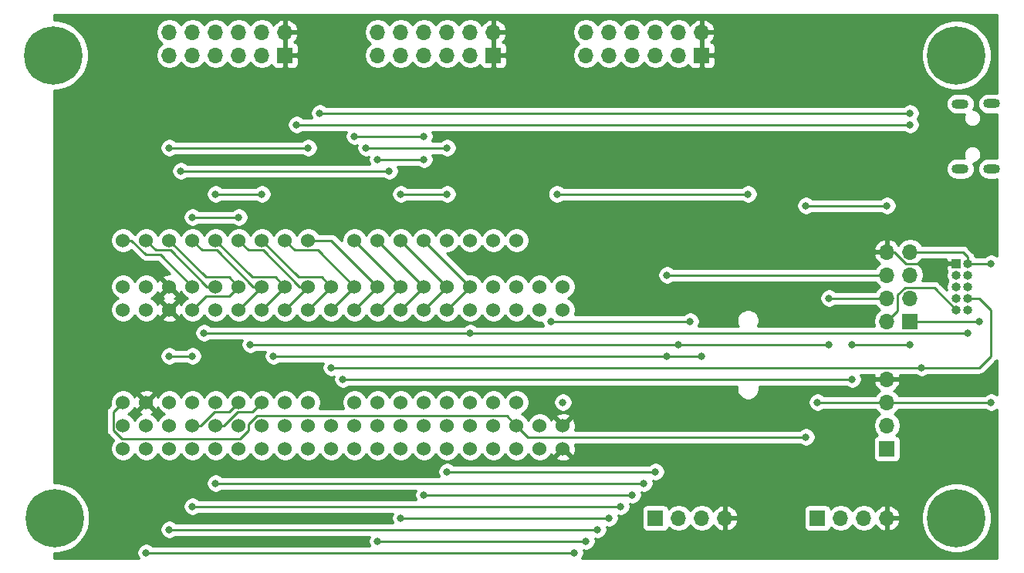
<source format=gbr>
%TF.GenerationSoftware,KiCad,Pcbnew,5.1.10*%
%TF.CreationDate,2021-12-30T14:01:41+01:00*%
%TF.ProjectId,ucdev_board,75636465-765f-4626-9f61-72642e6b6963,rev?*%
%TF.SameCoordinates,Original*%
%TF.FileFunction,Copper,L2,Bot*%
%TF.FilePolarity,Positive*%
%FSLAX46Y46*%
G04 Gerber Fmt 4.6, Leading zero omitted, Abs format (unit mm)*
G04 Created by KiCad (PCBNEW 5.1.10) date 2021-12-30 14:01:41*
%MOMM*%
%LPD*%
G01*
G04 APERTURE LIST*
%TA.AperFunction,ComponentPad*%
%ADD10O,1.700000X1.700000*%
%TD*%
%TA.AperFunction,ComponentPad*%
%ADD11R,1.700000X1.700000*%
%TD*%
%TA.AperFunction,ComponentPad*%
%ADD12O,1.000000X1.000000*%
%TD*%
%TA.AperFunction,ComponentPad*%
%ADD13R,1.000000X1.000000*%
%TD*%
%TA.AperFunction,ComponentPad*%
%ADD14O,1.850000X1.050000*%
%TD*%
%TA.AperFunction,ComponentPad*%
%ADD15C,1.524000*%
%TD*%
%TA.AperFunction,ComponentPad*%
%ADD16C,0.800000*%
%TD*%
%TA.AperFunction,ComponentPad*%
%ADD17C,6.400000*%
%TD*%
%TA.AperFunction,ViaPad*%
%ADD18C,0.800000*%
%TD*%
%TA.AperFunction,Conductor*%
%ADD19C,0.250000*%
%TD*%
%TA.AperFunction,Conductor*%
%ADD20C,0.254000*%
%TD*%
%TA.AperFunction,Conductor*%
%ADD21C,0.100000*%
%TD*%
G04 APERTURE END LIST*
D10*
%TO.P,J4,4*%
%TO.N,3V3*%
X149860000Y-81280000D03*
%TO.P,J4,3*%
%TO.N,JTCK*%
X147320000Y-81280000D03*
%TO.P,J4,2*%
%TO.N,GND*%
X144780000Y-81280000D03*
D11*
%TO.P,J4,1*%
%TO.N,JTMS*%
X142240000Y-81280000D03*
%TD*%
D10*
%TO.P,J1,4*%
%TO.N,3V3*%
X132080000Y-81280000D03*
%TO.P,J1,3*%
%TO.N,A10*%
X129540000Y-81280000D03*
%TO.P,J1,2*%
%TO.N,A9*%
X127000000Y-81280000D03*
D11*
%TO.P,J1,1*%
%TO.N,GND*%
X124460000Y-81280000D03*
%TD*%
D12*
%TO.P,J5,10*%
%TO.N,~RST*%
X158750000Y-58420000D03*
%TO.P,J5,9*%
%TO.N,GND*%
X157480000Y-58420000D03*
%TO.P,J5,8*%
%TO.N,A15*%
X158750000Y-57150000D03*
%TO.P,J5,7*%
%TO.N,Net-(J5-Pad7)*%
X157480000Y-57150000D03*
%TO.P,J5,6*%
%TO.N,B3*%
X158750000Y-55880000D03*
%TO.P,J5,5*%
%TO.N,GND*%
X157480000Y-55880000D03*
%TO.P,J5,4*%
%TO.N,JTCK*%
X158750000Y-54610000D03*
%TO.P,J5,3*%
%TO.N,GND*%
X157480000Y-54610000D03*
%TO.P,J5,2*%
%TO.N,JTMS*%
X158750000Y-53340000D03*
D13*
%TO.P,J5,1*%
%TO.N,3V3*%
X157480000Y-53340000D03*
%TD*%
D10*
%TO.P,J3,8*%
%TO.N,3V3*%
X149860000Y-52070000D03*
%TO.P,J3,7*%
%TO.N,JTMS*%
X152400000Y-52070000D03*
%TO.P,J3,6*%
%TO.N,A10*%
X149860000Y-54610000D03*
%TO.P,J3,5*%
%TO.N,JTCK*%
X152400000Y-54610000D03*
%TO.P,J3,4*%
%TO.N,A9*%
X149860000Y-57150000D03*
%TO.P,J3,3*%
%TO.N,A15*%
X152400000Y-57150000D03*
%TO.P,J3,2*%
%TO.N,GND*%
X149860000Y-59690000D03*
D11*
%TO.P,J3,1*%
%TO.N,B3*%
X152400000Y-59690000D03*
%TD*%
D14*
%TO.P,J8,6*%
%TO.N,GND*%
X157900000Y-35820000D03*
X157900000Y-42945000D03*
X161350000Y-42945000D03*
X161350000Y-35795000D03*
%TD*%
D15*
%TO.P,U2,1*%
%TO.N,5V*%
X66040000Y-58420000D03*
%TO.P,U2,2*%
%TO.N,GND*%
X68580000Y-58420000D03*
%TO.P,U2,3*%
%TO.N,3V3*%
X71120000Y-58420000D03*
%TO.P,U2,4*%
%TO.N,B10*%
X73660000Y-58420000D03*
%TO.P,U2,5*%
%TO.N,B2*%
X76200000Y-58420000D03*
%TO.P,U2,6*%
%TO.N,B1*%
X78740000Y-58420000D03*
%TO.P,U2,7*%
%TO.N,B0*%
X81280000Y-58420000D03*
%TO.P,U2,8*%
%TO.N,A7*%
X83820000Y-58420000D03*
%TO.P,U2,9*%
%TO.N,A6*%
X86360000Y-58420000D03*
%TO.P,U2,10*%
%TO.N,A5*%
X88900000Y-58420000D03*
%TO.P,U2,11*%
%TO.N,A4*%
X91440000Y-58420000D03*
%TO.P,U2,12*%
%TO.N,A3*%
X93980000Y-58420000D03*
%TO.P,U2,13*%
%TO.N,A2*%
X96520000Y-58420000D03*
%TO.P,U2,14*%
%TO.N,A1*%
X99060000Y-58420000D03*
%TO.P,U2,15*%
%TO.N,A0*%
X101600000Y-58420000D03*
%TO.P,U2,16*%
%TO.N,~RST*%
X104140000Y-58420000D03*
%TO.P,U2,17*%
%TO.N,Net-(U2-Pad17)*%
X106680000Y-58420000D03*
%TO.P,U2,18*%
%TO.N,Net-(U2-Pad18)*%
X109220000Y-58420000D03*
%TO.P,U2,19*%
%TO.N,C13*%
X111760000Y-58420000D03*
%TO.P,U2,20*%
%TO.N,VB*%
X114300000Y-58420000D03*
%TO.P,U2,21*%
%TO.N,3V3*%
X114300000Y-73660000D03*
%TO.P,U2,22*%
%TO.N,GND*%
X111760000Y-73660000D03*
%TO.P,U2,23*%
%TO.N,5V*%
X109220000Y-73660000D03*
%TO.P,U2,24*%
%TO.N,B9*%
X106680000Y-73660000D03*
%TO.P,U2,25*%
%TO.N,B8*%
X104140000Y-73660000D03*
%TO.P,U2,26*%
%TO.N,B7*%
X101600000Y-73660000D03*
%TO.P,U2,27*%
%TO.N,B6*%
X99060000Y-73660000D03*
%TO.P,U2,28*%
%TO.N,B5*%
X96520000Y-73660000D03*
%TO.P,U2,29*%
%TO.N,B4*%
X93980000Y-73660000D03*
%TO.P,U2,30*%
%TO.N,B3*%
X91440000Y-73660000D03*
%TO.P,U2,31*%
%TO.N,A15*%
X88900000Y-73660000D03*
%TO.P,U2,32*%
%TO.N,A12*%
X86360000Y-73660000D03*
%TO.P,U2,33*%
%TO.N,A11*%
X83820000Y-73660000D03*
%TO.P,U2,34*%
%TO.N,A10*%
X81280000Y-73660000D03*
%TO.P,U2,35*%
%TO.N,A9*%
X78740000Y-73660000D03*
%TO.P,U2,36*%
%TO.N,A8*%
X76200000Y-73660000D03*
%TO.P,U2,37*%
%TO.N,B15*%
X73660000Y-73660000D03*
%TO.P,U2,38*%
%TO.N,B14*%
X71120000Y-73660000D03*
%TO.P,U2,39*%
%TO.N,B13*%
X68580000Y-73660000D03*
%TO.P,U2,40*%
%TO.N,B12*%
X66040000Y-73660000D03*
%TD*%
D16*
%TO.P,H4,1*%
%TO.N,N/C*%
X159177056Y-79582944D03*
X157480000Y-78880000D03*
X155782944Y-79582944D03*
X155080000Y-81280000D03*
X155782944Y-82977056D03*
X157480000Y-83680000D03*
X159177056Y-82977056D03*
X159880000Y-81280000D03*
D17*
X157480000Y-81280000D03*
%TD*%
D16*
%TO.P,H3,1*%
%TO.N,N/C*%
X60257056Y-79582944D03*
X58560000Y-78880000D03*
X56862944Y-79582944D03*
X56160000Y-81280000D03*
X56862944Y-82977056D03*
X58560000Y-83680000D03*
X60257056Y-82977056D03*
X60960000Y-81280000D03*
D17*
X58560000Y-81280000D03*
%TD*%
D16*
%TO.P,H2,1*%
%TO.N,N/C*%
X159177056Y-28782944D03*
X157480000Y-28080000D03*
X155782944Y-28782944D03*
X155080000Y-30480000D03*
X155782944Y-32177056D03*
X157480000Y-32880000D03*
X159177056Y-32177056D03*
X159880000Y-30480000D03*
D17*
X157480000Y-30480000D03*
%TD*%
D16*
%TO.P,H1,1*%
%TO.N,N/C*%
X60117056Y-28782944D03*
X58420000Y-28080000D03*
X56722944Y-28782944D03*
X56020000Y-30480000D03*
X56722944Y-32177056D03*
X58420000Y-32880000D03*
X60117056Y-32177056D03*
X60820000Y-30480000D03*
D17*
X58420000Y-30480000D03*
%TD*%
D10*
%TO.P,PMOD4,12*%
%TO.N,B13*%
X116840000Y-27940000D03*
%TO.P,PMOD4,11*%
%TO.N,B4*%
X116840000Y-30480000D03*
%TO.P,PMOD4,10*%
%TO.N,B14*%
X119380000Y-27940000D03*
%TO.P,PMOD4,9*%
%TO.N,B5*%
X119380000Y-30480000D03*
%TO.P,PMOD4,8*%
%TO.N,B15*%
X121920000Y-27940000D03*
%TO.P,PMOD4,7*%
%TO.N,B6*%
X121920000Y-30480000D03*
%TO.P,PMOD4,6*%
%TO.N,A8*%
X124460000Y-27940000D03*
%TO.P,PMOD4,5*%
%TO.N,B7*%
X124460000Y-30480000D03*
%TO.P,PMOD4,4*%
%TO.N,GND*%
X127000000Y-27940000D03*
%TO.P,PMOD4,3*%
X127000000Y-30480000D03*
%TO.P,PMOD4,2*%
%TO.N,3V3*%
X129540000Y-27940000D03*
D11*
%TO.P,PMOD4,1*%
X129540000Y-30480000D03*
%TD*%
D10*
%TO.P,PMOD3,12*%
%TO.N,C13*%
X93980000Y-27940000D03*
%TO.P,PMOD3,11*%
%TO.N,A0*%
X93980000Y-30480000D03*
%TO.P,PMOD3,10*%
%TO.N,B12*%
X96520000Y-27940000D03*
%TO.P,PMOD3,9*%
%TO.N,A2*%
X96520000Y-30480000D03*
%TO.P,PMOD3,8*%
%TO.N,B8*%
X99060000Y-27940000D03*
%TO.P,PMOD3,7*%
%TO.N,A3*%
X99060000Y-30480000D03*
%TO.P,PMOD3,6*%
%TO.N,B9*%
X101600000Y-27940000D03*
%TO.P,PMOD3,5*%
%TO.N,A1*%
X101600000Y-30480000D03*
%TO.P,PMOD3,4*%
%TO.N,GND*%
X104140000Y-27940000D03*
%TO.P,PMOD3,3*%
X104140000Y-30480000D03*
%TO.P,PMOD3,2*%
%TO.N,3V3*%
X106680000Y-27940000D03*
D11*
%TO.P,PMOD3,1*%
X106680000Y-30480000D03*
%TD*%
D10*
%TO.P,PMOD2,12*%
%TO.N,B11*%
X71120000Y-27940000D03*
%TO.P,PMOD2,11*%
%TO.N,A4*%
X71120000Y-30480000D03*
%TO.P,PMOD2,10*%
%TO.N,B10*%
X73660000Y-27940000D03*
%TO.P,PMOD2,9*%
%TO.N,A7*%
X73660000Y-30480000D03*
%TO.P,PMOD2,8*%
%TO.N,B1*%
X76200000Y-27940000D03*
%TO.P,PMOD2,7*%
%TO.N,A6*%
X76200000Y-30480000D03*
%TO.P,PMOD2,6*%
%TO.N,B0*%
X78740000Y-27940000D03*
%TO.P,PMOD2,5*%
%TO.N,A5*%
X78740000Y-30480000D03*
%TO.P,PMOD2,4*%
%TO.N,GND*%
X81280000Y-27940000D03*
%TO.P,PMOD2,3*%
X81280000Y-30480000D03*
%TO.P,PMOD2,2*%
%TO.N,3V3*%
X83820000Y-27940000D03*
D11*
%TO.P,PMOD2,1*%
X83820000Y-30480000D03*
%TD*%
D10*
%TO.P,J2,4*%
%TO.N,3V3*%
X149860000Y-66040000D03*
%TO.P,J2,3*%
%TO.N,JTMS*%
X149860000Y-68580000D03*
%TO.P,J2,2*%
%TO.N,JTCK*%
X149860000Y-71120000D03*
D11*
%TO.P,J2,1*%
%TO.N,GND*%
X149860000Y-73660000D03*
%TD*%
D15*
%TO.P,U3,1*%
%TO.N,~RST*%
X66040000Y-50800000D03*
%TO.P,U3,2*%
%TO.N,B11*%
X68580000Y-50800000D03*
%TO.P,U3,3*%
%TO.N,B10*%
X71120000Y-50800000D03*
%TO.P,U3,4*%
%TO.N,B1*%
X73660000Y-50800000D03*
%TO.P,U3,5*%
%TO.N,B0*%
X76200000Y-50800000D03*
%TO.P,U3,6*%
%TO.N,A7*%
X78740000Y-50800000D03*
%TO.P,U3,7*%
%TO.N,A6*%
X81280000Y-50800000D03*
%TO.P,U3,8*%
%TO.N,A5*%
X83820000Y-50800000D03*
%TO.P,U3,9*%
%TO.N,A4*%
X86360000Y-50800000D03*
%TO.P,U3,10*%
%TO.N,A3*%
X91440000Y-50800000D03*
%TO.P,U3,11*%
%TO.N,A2*%
X93980000Y-50800000D03*
%TO.P,U3,12*%
%TO.N,A1*%
X96520000Y-50800000D03*
%TO.P,U3,13*%
%TO.N,A0*%
X99060000Y-50800000D03*
%TO.P,U3,14*%
%TO.N,C13*%
X101600000Y-50800000D03*
%TO.P,U3,15*%
%TO.N,Net-(U3-Pad15)*%
X104140000Y-50800000D03*
%TO.P,U3,16*%
%TO.N,Net-(U3-Pad16)*%
X106680000Y-50800000D03*
%TO.P,U3,17*%
%TO.N,VB*%
X109220000Y-50800000D03*
%TO.P,U3,18*%
%TO.N,GND*%
X109220000Y-68580000D03*
%TO.P,U3,19*%
X106680000Y-68580000D03*
%TO.P,U3,21*%
%TO.N,B8*%
X101600000Y-68580000D03*
%TO.P,U3,22*%
%TO.N,B7*%
X99060000Y-68580000D03*
%TO.P,U3,23*%
%TO.N,B6*%
X96520000Y-68580000D03*
%TO.P,U3,24*%
%TO.N,B5*%
X93980000Y-68580000D03*
%TO.P,U3,25*%
%TO.N,B4*%
X91440000Y-68580000D03*
%TO.P,U3,26*%
%TO.N,A12*%
X86360000Y-68580000D03*
%TO.P,U3,27*%
%TO.N,A11*%
X83820000Y-68580000D03*
%TO.P,U3,28*%
%TO.N,A8*%
X81280000Y-68580000D03*
%TO.P,U3,29*%
%TO.N,B15*%
X78740000Y-68580000D03*
%TO.P,U3,30*%
%TO.N,B14*%
X76200000Y-68580000D03*
%TO.P,U3,31*%
%TO.N,B13*%
X73660000Y-68580000D03*
%TO.P,U3,32*%
%TO.N,B12*%
X71120000Y-68580000D03*
%TO.P,U3,33*%
%TO.N,3V3*%
X68580000Y-68580000D03*
%TO.P,U3,34*%
%TO.N,5V*%
X66040000Y-68580000D03*
%TO.P,U3,20*%
%TO.N,B9*%
X104140000Y-68580000D03*
%TD*%
%TO.P,U1,1*%
%TO.N,Net-(U1-Pad1)*%
X66040000Y-55880000D03*
%TO.P,U1,2*%
%TO.N,GND*%
X68580000Y-55880000D03*
%TO.P,U1,3*%
%TO.N,3V3*%
X71120000Y-55880000D03*
%TO.P,U1,4*%
%TO.N,~RST*%
X73660000Y-55880000D03*
%TO.P,U1,5*%
%TO.N,B11*%
X76200000Y-55880000D03*
%TO.P,U1,6*%
%TO.N,B10*%
X78740000Y-55880000D03*
%TO.P,U1,7*%
%TO.N,B1*%
X81280000Y-55880000D03*
%TO.P,U1,8*%
%TO.N,B0*%
X83820000Y-55880000D03*
%TO.P,U1,9*%
%TO.N,A7*%
X86360000Y-55880000D03*
%TO.P,U1,10*%
%TO.N,A6*%
X88900000Y-55880000D03*
%TO.P,U1,11*%
%TO.N,A5*%
X91440000Y-55880000D03*
%TO.P,U1,12*%
%TO.N,A4*%
X93980000Y-55880000D03*
%TO.P,U1,13*%
%TO.N,A3*%
X96520000Y-55880000D03*
%TO.P,U1,14*%
%TO.N,A2*%
X99060000Y-55880000D03*
%TO.P,U1,15*%
%TO.N,A1*%
X101600000Y-55880000D03*
%TO.P,U1,16*%
%TO.N,A0*%
X104140000Y-55880000D03*
%TO.P,U1,17*%
%TO.N,Net-(U1-Pad17)*%
X106680000Y-55880000D03*
%TO.P,U1,18*%
%TO.N,Net-(U1-Pad18)*%
X109220000Y-55880000D03*
%TO.P,U1,19*%
%TO.N,C13*%
X111760000Y-55880000D03*
%TO.P,U1,20*%
%TO.N,VB*%
X114300000Y-55880000D03*
%TO.P,U1,21*%
%TO.N,3V3*%
X114300000Y-71120000D03*
%TO.P,U1,22*%
%TO.N,GND*%
X111760000Y-71120000D03*
%TO.P,U1,23*%
%TO.N,5V*%
X109220000Y-71120000D03*
%TO.P,U1,24*%
%TO.N,B9*%
X106680000Y-71120000D03*
%TO.P,U1,25*%
%TO.N,B8*%
X104140000Y-71120000D03*
%TO.P,U1,26*%
%TO.N,B7*%
X101600000Y-71120000D03*
%TO.P,U1,27*%
%TO.N,B6*%
X99060000Y-71120000D03*
%TO.P,U1,28*%
%TO.N,B5*%
X96520000Y-71120000D03*
%TO.P,U1,29*%
%TO.N,B4*%
X93980000Y-71120000D03*
%TO.P,U1,30*%
%TO.N,B3*%
X91440000Y-71120000D03*
%TO.P,U1,31*%
%TO.N,A15*%
X88900000Y-71120000D03*
%TO.P,U1,32*%
%TO.N,A12*%
X86360000Y-71120000D03*
%TO.P,U1,33*%
%TO.N,A11*%
X83820000Y-71120000D03*
%TO.P,U1,34*%
%TO.N,A10*%
X81280000Y-71120000D03*
%TO.P,U1,35*%
%TO.N,A9*%
X78740000Y-71120000D03*
%TO.P,U1,36*%
%TO.N,A8*%
X76200000Y-71120000D03*
%TO.P,U1,37*%
%TO.N,B15*%
X73660000Y-71120000D03*
%TO.P,U1,38*%
%TO.N,B14*%
X71120000Y-71120000D03*
%TO.P,U1,39*%
%TO.N,B13*%
X68580000Y-71120000D03*
%TO.P,U1,40*%
%TO.N,B12*%
X66040000Y-71120000D03*
%TD*%
D18*
%TO.N,B12*%
X95250000Y-43180000D03*
X72390000Y-43180000D03*
%TO.N,B13*%
X68580000Y-85090000D03*
X115570000Y-85090000D03*
%TO.N,B14*%
X118110000Y-82550000D03*
X71120000Y-82550000D03*
%TO.N,B15*%
X120650000Y-80010000D03*
X73660000Y-80010000D03*
%TO.N,A8*%
X123190000Y-77470000D03*
X76200000Y-77470000D03*
%TO.N,A9*%
X80010000Y-62230000D03*
X143510000Y-57150000D03*
X143510000Y-62230000D03*
X127000000Y-62230000D03*
%TO.N,A10*%
X82550000Y-63500000D03*
X125730000Y-54610000D03*
X125730000Y-63500000D03*
X129540000Y-63500000D03*
%TO.N,A11*%
X85090000Y-38100000D03*
X152400000Y-38100000D03*
%TO.N,A12*%
X87630000Y-36830000D03*
X152400000Y-36830000D03*
%TO.N,A15*%
X88900000Y-64770000D03*
X153670000Y-64770000D03*
%TO.N,B3*%
X90170000Y-66040000D03*
X146050000Y-66040000D03*
X146050000Y-62230000D03*
X152400000Y-62230000D03*
X160020000Y-59690000D03*
%TO.N,B4*%
X116840000Y-83820000D03*
X93980000Y-83820000D03*
%TO.N,B5*%
X119380000Y-81280000D03*
X96520000Y-81280000D03*
%TO.N,B6*%
X121920000Y-78740000D03*
X99060000Y-78740000D03*
%TO.N,B7*%
X124460000Y-76200000D03*
X101600000Y-76200000D03*
%TO.N,5V*%
X149860000Y-46990000D03*
X140970000Y-46990000D03*
X140970000Y-72390000D03*
%TO.N,GND*%
X114300000Y-68580000D03*
X71120000Y-63500000D03*
X73660000Y-63500000D03*
X113030000Y-59690000D03*
X128270000Y-59690000D03*
%TO.N,3V3*%
X106680000Y-43180000D03*
%TO.N,C13*%
X92710000Y-40640000D03*
X101600000Y-40640000D03*
%TO.N,A0*%
X93980000Y-41910000D03*
X99060000Y-41910000D03*
%TO.N,A1*%
X101600000Y-45720000D03*
X96520000Y-45720000D03*
%TO.N,A3*%
X99060000Y-39370000D03*
X91440000Y-39370000D03*
%TO.N,A4*%
X71120000Y-40640000D03*
X86360000Y-40640000D03*
%TO.N,A6*%
X81280000Y-45720000D03*
X76200000Y-45720000D03*
%TO.N,A7*%
X78740000Y-48260000D03*
X73660000Y-48260000D03*
%TO.N,~RST*%
X74930000Y-60960000D03*
X104140000Y-60960000D03*
X158750000Y-60960000D03*
%TO.N,JTMS*%
X161290000Y-68580000D03*
X161290000Y-53340000D03*
X142240000Y-68580000D03*
%TO.N,Net-(BT1-Pad1)*%
X113665000Y-45720000D03*
X134620000Y-45720000D03*
%TD*%
D19*
%TO.N,B12*%
X95250000Y-43180000D02*
X72390000Y-43180000D01*
%TO.N,B13*%
X68580000Y-85090000D02*
X72390000Y-85090000D01*
X115570000Y-85090000D02*
X72390000Y-85090000D01*
%TO.N,B14*%
X118110000Y-82550000D02*
X71120000Y-82550000D01*
%TO.N,B15*%
X120650000Y-80010000D02*
X73660000Y-80010000D01*
X77652999Y-69667001D02*
X78740000Y-68580000D01*
X76044237Y-69667001D02*
X77652999Y-69667001D01*
X74591238Y-71120000D02*
X76044237Y-69667001D01*
X74591238Y-71120000D02*
X73660000Y-71120000D01*
%TO.N,A8*%
X123190000Y-77470000D02*
X76200000Y-77470000D01*
X80192999Y-69667001D02*
X81280000Y-68580000D01*
X78584237Y-69667001D02*
X80192999Y-69667001D01*
X77131238Y-71120000D02*
X78584237Y-69667001D01*
X77131238Y-71120000D02*
X76200000Y-71120000D01*
%TO.N,A9*%
X80010000Y-62230000D02*
X82550000Y-62230000D01*
X125533002Y-62230000D02*
X82550000Y-62230000D01*
X149860000Y-57150000D02*
X143510000Y-57150000D01*
X127000000Y-62230000D02*
X143510000Y-62230000D01*
X125533002Y-62230000D02*
X127000000Y-62230000D01*
%TO.N,A10*%
X125730000Y-63500000D02*
X125730000Y-63500000D01*
X149860000Y-54610000D02*
X125730000Y-54610000D01*
X125730000Y-63500000D02*
X82550000Y-63500000D01*
X129540000Y-63500000D02*
X125730000Y-63500000D01*
%TO.N,A11*%
X85090000Y-38100000D02*
X152400000Y-38100000D01*
%TO.N,A12*%
X87630000Y-36830000D02*
X152400000Y-36830000D01*
%TO.N,A15*%
X88900000Y-64770000D02*
X91440000Y-64770000D01*
X90170000Y-64770000D02*
X152400000Y-64770000D01*
X152400000Y-64770000D02*
X153670000Y-64770000D01*
X161290000Y-63500000D02*
X160020000Y-64770000D01*
X161290000Y-58420000D02*
X161290000Y-63500000D01*
X160020000Y-64770000D02*
X153670000Y-64770000D01*
X160020000Y-57150000D02*
X161290000Y-58420000D01*
X158750000Y-57150000D02*
X160020000Y-57150000D01*
%TO.N,B3*%
X90170000Y-66040000D02*
X91440000Y-66040000D01*
X91440000Y-66040000D02*
X146050000Y-66040000D01*
X146050000Y-62230000D02*
X152400000Y-62230000D01*
X152400000Y-59690000D02*
X157480000Y-59690000D01*
X157480000Y-59690000D02*
X160020000Y-59690000D01*
%TO.N,B4*%
X116840000Y-83820000D02*
X93980000Y-83820000D01*
%TO.N,B5*%
X119380000Y-81280000D02*
X96520000Y-81280000D01*
%TO.N,B6*%
X121920000Y-78740000D02*
X99060000Y-78740000D01*
%TO.N,B7*%
X124460000Y-76200000D02*
X101600000Y-76200000D01*
%TO.N,5V*%
X80758239Y-70032999D02*
X108132999Y-70032999D01*
X66040000Y-68580000D02*
X64952999Y-69667001D01*
X64952999Y-71641761D02*
X65884237Y-72572999D01*
X64952999Y-69667001D02*
X64952999Y-71641761D01*
X78895763Y-72572999D02*
X79827001Y-71641761D01*
X65884237Y-72572999D02*
X78895763Y-72572999D01*
X108132999Y-70032999D02*
X109220000Y-71120000D01*
X79827001Y-71641761D02*
X79827001Y-70964237D01*
X79827001Y-70964237D02*
X80758239Y-70032999D01*
X149860000Y-46990000D02*
X140970000Y-46990000D01*
X110490000Y-72390000D02*
X109220000Y-71120000D01*
X140970000Y-72390000D02*
X110490000Y-72390000D01*
%TO.N,GND*%
X73660000Y-63500000D02*
X71120000Y-63500000D01*
X151035001Y-58514999D02*
X149860000Y-59690000D01*
X151035001Y-56775997D02*
X151035001Y-58514999D01*
X151835999Y-55974999D02*
X151035001Y-56775997D01*
X155034999Y-55974999D02*
X151835999Y-55974999D01*
X157480000Y-58420000D02*
X155034999Y-55974999D01*
X128270000Y-59690000D02*
X113030000Y-59690000D01*
%TO.N,3V3*%
X150660998Y-52070000D02*
X149860000Y-52070000D01*
X151930998Y-53340000D02*
X150660998Y-52070000D01*
X157480000Y-53340000D02*
X151930998Y-53340000D01*
%TO.N,C13*%
X92710000Y-40640000D02*
X101600000Y-40640000D01*
%TO.N,A0*%
X93980000Y-41910000D02*
X99060000Y-41910000D01*
X101600000Y-58420000D02*
X104140000Y-55880000D01*
X104140000Y-55880000D02*
X99060000Y-50800000D01*
%TO.N,A1*%
X101600000Y-45720000D02*
X96520000Y-45720000D01*
X99060000Y-58420000D02*
X101600000Y-55880000D01*
X101600000Y-55880000D02*
X96520000Y-50800000D01*
%TO.N,A2*%
X99060000Y-55880000D02*
X93980000Y-50800000D01*
X96520000Y-58420000D02*
X99060000Y-55880000D01*
%TO.N,A3*%
X99060000Y-39370000D02*
X91440000Y-39370000D01*
X93980000Y-58420000D02*
X96520000Y-55880000D01*
X96520000Y-55880000D02*
X91440000Y-50800000D01*
%TO.N,A4*%
X81280000Y-40640000D02*
X71120000Y-40640000D01*
X86360000Y-40640000D02*
X81280000Y-40640000D01*
X91440000Y-58420000D02*
X93980000Y-55880000D01*
X88900000Y-50800000D02*
X86360000Y-50800000D01*
X93980000Y-55880000D02*
X88900000Y-50800000D01*
%TO.N,A5*%
X88900000Y-58420000D02*
X91440000Y-55880000D01*
X84907001Y-51887001D02*
X83820000Y-50800000D01*
X87447001Y-51887001D02*
X84907001Y-51887001D01*
X91440000Y-55880000D02*
X87447001Y-51887001D01*
%TO.N,A6*%
X81280000Y-45720000D02*
X76200000Y-45720000D01*
X86360000Y-58420000D02*
X88900000Y-55880000D01*
X85272999Y-54792999D02*
X81280000Y-50800000D01*
X87812999Y-54792999D02*
X85272999Y-54792999D01*
X88900000Y-55880000D02*
X87812999Y-54792999D01*
%TO.N,A7*%
X78740000Y-48260000D02*
X73660000Y-48260000D01*
X83820000Y-58420000D02*
X86360000Y-55880000D01*
X79827001Y-51887001D02*
X78740000Y-50800000D01*
X81435763Y-51887001D02*
X79827001Y-51887001D01*
X85428762Y-55880000D02*
X81435763Y-51887001D01*
X86360000Y-55880000D02*
X85428762Y-55880000D01*
%TO.N,B0*%
X81280000Y-58420000D02*
X83820000Y-55880000D01*
X80192999Y-54792999D02*
X76200000Y-50800000D01*
X82732999Y-54792999D02*
X80192999Y-54792999D01*
X83820000Y-55880000D02*
X82732999Y-54792999D01*
%TO.N,B1*%
X78740000Y-58420000D02*
X81280000Y-55880000D01*
X76355763Y-51887001D02*
X74747001Y-51887001D01*
X80348762Y-55880000D02*
X76355763Y-51887001D01*
X74747001Y-51887001D02*
X73660000Y-50800000D01*
X81280000Y-55880000D02*
X80348762Y-55880000D01*
%TO.N,B10*%
X77652999Y-56967001D02*
X78740000Y-55880000D01*
X75112999Y-56967001D02*
X77652999Y-56967001D01*
X73660000Y-58420000D02*
X75112999Y-56967001D01*
X75112999Y-54792999D02*
X71120000Y-50800000D01*
X77652999Y-54792999D02*
X75112999Y-54792999D01*
X78740000Y-55880000D02*
X77652999Y-54792999D01*
%TO.N,B11*%
X69667001Y-51887001D02*
X68580000Y-50800000D01*
X71275763Y-51887001D02*
X69667001Y-51887001D01*
X75268762Y-55880000D02*
X71275763Y-51887001D01*
X76200000Y-55880000D02*
X75268762Y-55880000D01*
%TO.N,~RST*%
X73660000Y-55880000D02*
X70117011Y-52337011D01*
X66971238Y-50800000D02*
X66040000Y-50800000D01*
X68508249Y-52337011D02*
X66971238Y-50800000D01*
X70117011Y-52337011D02*
X68508249Y-52337011D01*
X74930000Y-60960000D02*
X104140000Y-60960000D01*
X104140000Y-60960000D02*
X127893000Y-60960000D01*
X127893000Y-60960000D02*
X158750000Y-60960000D01*
%TO.N,JTMS*%
X158187106Y-52070000D02*
X152400000Y-52070000D01*
X158750000Y-52632894D02*
X158187106Y-52070000D01*
X158750000Y-53340000D02*
X158750000Y-52632894D01*
X151130000Y-68580000D02*
X161290000Y-68580000D01*
X152203002Y-68580000D02*
X151130000Y-68580000D01*
X151130000Y-68580000D02*
X149860000Y-68580000D01*
X161290000Y-53340000D02*
X158750000Y-53340000D01*
X142240000Y-68580000D02*
X149860000Y-68580000D01*
%TO.N,Net-(BT1-Pad1)*%
X113665000Y-45720000D02*
X134620000Y-45720000D01*
%TD*%
D20*
%TO.N,3V3*%
X161900000Y-34644162D02*
X161806979Y-34635000D01*
X160893021Y-34635000D01*
X160722600Y-34651785D01*
X160503940Y-34718115D01*
X160302421Y-34825829D01*
X160125788Y-34970788D01*
X159980829Y-35147421D01*
X159873115Y-35348940D01*
X159806785Y-35567600D01*
X159784388Y-35795000D01*
X159806785Y-36022400D01*
X159873115Y-36241060D01*
X159980829Y-36442579D01*
X160125788Y-36619212D01*
X160302421Y-36764171D01*
X160503940Y-36871885D01*
X160722600Y-36938215D01*
X160893021Y-36955000D01*
X161806979Y-36955000D01*
X161900000Y-36945838D01*
X161900000Y-41794162D01*
X161806979Y-41785000D01*
X160893021Y-41785000D01*
X160722600Y-41801785D01*
X160503940Y-41868115D01*
X160302421Y-41975829D01*
X160125788Y-42120788D01*
X159980829Y-42297421D01*
X159873115Y-42498940D01*
X159806785Y-42717600D01*
X159784388Y-42945000D01*
X159806785Y-43172400D01*
X159873115Y-43391060D01*
X159980829Y-43592579D01*
X160125788Y-43769212D01*
X160302421Y-43914171D01*
X160503940Y-44021885D01*
X160722600Y-44088215D01*
X160893021Y-44105000D01*
X161806979Y-44105000D01*
X161900000Y-44095838D01*
X161900000Y-52502805D01*
X161780256Y-52422795D01*
X161591898Y-52344774D01*
X161391939Y-52305000D01*
X161188061Y-52305000D01*
X160988102Y-52344774D01*
X160799744Y-52422795D01*
X160630226Y-52536063D01*
X160586289Y-52580000D01*
X159595132Y-52580000D01*
X159498987Y-52483855D01*
X159455546Y-52340647D01*
X159384974Y-52208618D01*
X159290001Y-52092893D01*
X159261002Y-52069094D01*
X158750909Y-51559002D01*
X158727107Y-51529999D01*
X158611382Y-51435026D01*
X158479353Y-51364454D01*
X158336092Y-51320997D01*
X158224439Y-51310000D01*
X158224428Y-51310000D01*
X158187106Y-51306324D01*
X158149784Y-51310000D01*
X153678178Y-51310000D01*
X153553475Y-51123368D01*
X153346632Y-50916525D01*
X153103411Y-50754010D01*
X152833158Y-50642068D01*
X152546260Y-50585000D01*
X152253740Y-50585000D01*
X151966842Y-50642068D01*
X151696589Y-50754010D01*
X151453368Y-50916525D01*
X151246525Y-51123368D01*
X151128900Y-51299406D01*
X150957588Y-51069731D01*
X150741355Y-50874822D01*
X150491252Y-50725843D01*
X150216891Y-50628519D01*
X149987000Y-50749186D01*
X149987000Y-51943000D01*
X150007000Y-51943000D01*
X150007000Y-52197000D01*
X149987000Y-52197000D01*
X149987000Y-52217000D01*
X149733000Y-52217000D01*
X149733000Y-52197000D01*
X148539845Y-52197000D01*
X148418524Y-52426890D01*
X148463175Y-52574099D01*
X148588359Y-52836920D01*
X148762412Y-53070269D01*
X148978645Y-53265178D01*
X149095534Y-53334805D01*
X148913368Y-53456525D01*
X148706525Y-53663368D01*
X148581822Y-53850000D01*
X126433711Y-53850000D01*
X126389774Y-53806063D01*
X126220256Y-53692795D01*
X126031898Y-53614774D01*
X125831939Y-53575000D01*
X125628061Y-53575000D01*
X125428102Y-53614774D01*
X125239744Y-53692795D01*
X125070226Y-53806063D01*
X124926063Y-53950226D01*
X124812795Y-54119744D01*
X124734774Y-54308102D01*
X124695000Y-54508061D01*
X124695000Y-54711939D01*
X124734774Y-54911898D01*
X124812795Y-55100256D01*
X124926063Y-55269774D01*
X125070226Y-55413937D01*
X125239744Y-55527205D01*
X125428102Y-55605226D01*
X125628061Y-55645000D01*
X125831939Y-55645000D01*
X126031898Y-55605226D01*
X126220256Y-55527205D01*
X126389774Y-55413937D01*
X126433711Y-55370000D01*
X148581822Y-55370000D01*
X148706525Y-55556632D01*
X148913368Y-55763475D01*
X149087760Y-55880000D01*
X148913368Y-55996525D01*
X148706525Y-56203368D01*
X148581822Y-56390000D01*
X144213711Y-56390000D01*
X144169774Y-56346063D01*
X144000256Y-56232795D01*
X143811898Y-56154774D01*
X143611939Y-56115000D01*
X143408061Y-56115000D01*
X143208102Y-56154774D01*
X143019744Y-56232795D01*
X142850226Y-56346063D01*
X142706063Y-56490226D01*
X142592795Y-56659744D01*
X142514774Y-56848102D01*
X142475000Y-57048061D01*
X142475000Y-57251939D01*
X142514774Y-57451898D01*
X142592795Y-57640256D01*
X142706063Y-57809774D01*
X142850226Y-57953937D01*
X143019744Y-58067205D01*
X143208102Y-58145226D01*
X143408061Y-58185000D01*
X143611939Y-58185000D01*
X143811898Y-58145226D01*
X144000256Y-58067205D01*
X144169774Y-57953937D01*
X144213711Y-57910000D01*
X148581822Y-57910000D01*
X148706525Y-58096632D01*
X148913368Y-58303475D01*
X149087760Y-58420000D01*
X148913368Y-58536525D01*
X148706525Y-58743368D01*
X148544010Y-58986589D01*
X148432068Y-59256842D01*
X148375000Y-59543740D01*
X148375000Y-59836260D01*
X148432068Y-60123158D01*
X148463897Y-60200000D01*
X135704415Y-60200000D01*
X135714443Y-60184992D01*
X135807540Y-59960236D01*
X135855000Y-59721637D01*
X135855000Y-59478363D01*
X135807540Y-59239764D01*
X135714443Y-59015008D01*
X135579287Y-58812733D01*
X135407267Y-58640713D01*
X135204992Y-58505557D01*
X134980236Y-58412460D01*
X134741637Y-58365000D01*
X134498363Y-58365000D01*
X134259764Y-58412460D01*
X134035008Y-58505557D01*
X133832733Y-58640713D01*
X133660713Y-58812733D01*
X133525557Y-59015008D01*
X133432460Y-59239764D01*
X133385000Y-59478363D01*
X133385000Y-59721637D01*
X133432460Y-59960236D01*
X133525557Y-60184992D01*
X133535585Y-60200000D01*
X129174013Y-60200000D01*
X129187205Y-60180256D01*
X129265226Y-59991898D01*
X129305000Y-59791939D01*
X129305000Y-59588061D01*
X129265226Y-59388102D01*
X129187205Y-59199744D01*
X129073937Y-59030226D01*
X128929774Y-58886063D01*
X128760256Y-58772795D01*
X128571898Y-58694774D01*
X128371939Y-58655000D01*
X128168061Y-58655000D01*
X127968102Y-58694774D01*
X127779744Y-58772795D01*
X127610226Y-58886063D01*
X127566289Y-58930000D01*
X115600853Y-58930000D01*
X115643314Y-58827490D01*
X115697000Y-58557592D01*
X115697000Y-58282408D01*
X115643314Y-58012510D01*
X115538005Y-57758273D01*
X115385120Y-57529465D01*
X115190535Y-57334880D01*
X114961727Y-57181995D01*
X114884485Y-57150000D01*
X114961727Y-57118005D01*
X115190535Y-56965120D01*
X115385120Y-56770535D01*
X115538005Y-56541727D01*
X115643314Y-56287490D01*
X115697000Y-56017592D01*
X115697000Y-55742408D01*
X115643314Y-55472510D01*
X115538005Y-55218273D01*
X115385120Y-54989465D01*
X115190535Y-54794880D01*
X114961727Y-54641995D01*
X114707490Y-54536686D01*
X114437592Y-54483000D01*
X114162408Y-54483000D01*
X113892510Y-54536686D01*
X113638273Y-54641995D01*
X113409465Y-54794880D01*
X113214880Y-54989465D01*
X113061995Y-55218273D01*
X113030000Y-55295515D01*
X112998005Y-55218273D01*
X112845120Y-54989465D01*
X112650535Y-54794880D01*
X112421727Y-54641995D01*
X112167490Y-54536686D01*
X111897592Y-54483000D01*
X111622408Y-54483000D01*
X111352510Y-54536686D01*
X111098273Y-54641995D01*
X110869465Y-54794880D01*
X110674880Y-54989465D01*
X110521995Y-55218273D01*
X110490000Y-55295515D01*
X110458005Y-55218273D01*
X110305120Y-54989465D01*
X110110535Y-54794880D01*
X109881727Y-54641995D01*
X109627490Y-54536686D01*
X109357592Y-54483000D01*
X109082408Y-54483000D01*
X108812510Y-54536686D01*
X108558273Y-54641995D01*
X108329465Y-54794880D01*
X108134880Y-54989465D01*
X107981995Y-55218273D01*
X107950000Y-55295515D01*
X107918005Y-55218273D01*
X107765120Y-54989465D01*
X107570535Y-54794880D01*
X107341727Y-54641995D01*
X107087490Y-54536686D01*
X106817592Y-54483000D01*
X106542408Y-54483000D01*
X106272510Y-54536686D01*
X106018273Y-54641995D01*
X105789465Y-54794880D01*
X105594880Y-54989465D01*
X105441995Y-55218273D01*
X105410000Y-55295515D01*
X105378005Y-55218273D01*
X105225120Y-54989465D01*
X105030535Y-54794880D01*
X104801727Y-54641995D01*
X104547490Y-54536686D01*
X104277592Y-54483000D01*
X104002408Y-54483000D01*
X103848430Y-54513628D01*
X101531801Y-52197000D01*
X101737592Y-52197000D01*
X102007490Y-52143314D01*
X102261727Y-52038005D01*
X102490535Y-51885120D01*
X102685120Y-51690535D01*
X102838005Y-51461727D01*
X102870000Y-51384485D01*
X102901995Y-51461727D01*
X103054880Y-51690535D01*
X103249465Y-51885120D01*
X103478273Y-52038005D01*
X103732510Y-52143314D01*
X104002408Y-52197000D01*
X104277592Y-52197000D01*
X104547490Y-52143314D01*
X104801727Y-52038005D01*
X105030535Y-51885120D01*
X105225120Y-51690535D01*
X105378005Y-51461727D01*
X105410000Y-51384485D01*
X105441995Y-51461727D01*
X105594880Y-51690535D01*
X105789465Y-51885120D01*
X106018273Y-52038005D01*
X106272510Y-52143314D01*
X106542408Y-52197000D01*
X106817592Y-52197000D01*
X107087490Y-52143314D01*
X107341727Y-52038005D01*
X107570535Y-51885120D01*
X107765120Y-51690535D01*
X107918005Y-51461727D01*
X107950000Y-51384485D01*
X107981995Y-51461727D01*
X108134880Y-51690535D01*
X108329465Y-51885120D01*
X108558273Y-52038005D01*
X108812510Y-52143314D01*
X109082408Y-52197000D01*
X109357592Y-52197000D01*
X109627490Y-52143314D01*
X109881727Y-52038005D01*
X110110535Y-51885120D01*
X110282545Y-51713110D01*
X148418524Y-51713110D01*
X148539845Y-51943000D01*
X149733000Y-51943000D01*
X149733000Y-50749186D01*
X149503109Y-50628519D01*
X149228748Y-50725843D01*
X148978645Y-50874822D01*
X148762412Y-51069731D01*
X148588359Y-51303080D01*
X148463175Y-51565901D01*
X148418524Y-51713110D01*
X110282545Y-51713110D01*
X110305120Y-51690535D01*
X110458005Y-51461727D01*
X110563314Y-51207490D01*
X110617000Y-50937592D01*
X110617000Y-50662408D01*
X110563314Y-50392510D01*
X110458005Y-50138273D01*
X110305120Y-49909465D01*
X110110535Y-49714880D01*
X109881727Y-49561995D01*
X109627490Y-49456686D01*
X109357592Y-49403000D01*
X109082408Y-49403000D01*
X108812510Y-49456686D01*
X108558273Y-49561995D01*
X108329465Y-49714880D01*
X108134880Y-49909465D01*
X107981995Y-50138273D01*
X107950000Y-50215515D01*
X107918005Y-50138273D01*
X107765120Y-49909465D01*
X107570535Y-49714880D01*
X107341727Y-49561995D01*
X107087490Y-49456686D01*
X106817592Y-49403000D01*
X106542408Y-49403000D01*
X106272510Y-49456686D01*
X106018273Y-49561995D01*
X105789465Y-49714880D01*
X105594880Y-49909465D01*
X105441995Y-50138273D01*
X105410000Y-50215515D01*
X105378005Y-50138273D01*
X105225120Y-49909465D01*
X105030535Y-49714880D01*
X104801727Y-49561995D01*
X104547490Y-49456686D01*
X104277592Y-49403000D01*
X104002408Y-49403000D01*
X103732510Y-49456686D01*
X103478273Y-49561995D01*
X103249465Y-49714880D01*
X103054880Y-49909465D01*
X102901995Y-50138273D01*
X102870000Y-50215515D01*
X102838005Y-50138273D01*
X102685120Y-49909465D01*
X102490535Y-49714880D01*
X102261727Y-49561995D01*
X102007490Y-49456686D01*
X101737592Y-49403000D01*
X101462408Y-49403000D01*
X101192510Y-49456686D01*
X100938273Y-49561995D01*
X100709465Y-49714880D01*
X100514880Y-49909465D01*
X100361995Y-50138273D01*
X100330000Y-50215515D01*
X100298005Y-50138273D01*
X100145120Y-49909465D01*
X99950535Y-49714880D01*
X99721727Y-49561995D01*
X99467490Y-49456686D01*
X99197592Y-49403000D01*
X98922408Y-49403000D01*
X98652510Y-49456686D01*
X98398273Y-49561995D01*
X98169465Y-49714880D01*
X97974880Y-49909465D01*
X97821995Y-50138273D01*
X97790000Y-50215515D01*
X97758005Y-50138273D01*
X97605120Y-49909465D01*
X97410535Y-49714880D01*
X97181727Y-49561995D01*
X96927490Y-49456686D01*
X96657592Y-49403000D01*
X96382408Y-49403000D01*
X96112510Y-49456686D01*
X95858273Y-49561995D01*
X95629465Y-49714880D01*
X95434880Y-49909465D01*
X95281995Y-50138273D01*
X95250000Y-50215515D01*
X95218005Y-50138273D01*
X95065120Y-49909465D01*
X94870535Y-49714880D01*
X94641727Y-49561995D01*
X94387490Y-49456686D01*
X94117592Y-49403000D01*
X93842408Y-49403000D01*
X93572510Y-49456686D01*
X93318273Y-49561995D01*
X93089465Y-49714880D01*
X92894880Y-49909465D01*
X92741995Y-50138273D01*
X92710000Y-50215515D01*
X92678005Y-50138273D01*
X92525120Y-49909465D01*
X92330535Y-49714880D01*
X92101727Y-49561995D01*
X91847490Y-49456686D01*
X91577592Y-49403000D01*
X91302408Y-49403000D01*
X91032510Y-49456686D01*
X90778273Y-49561995D01*
X90549465Y-49714880D01*
X90354880Y-49909465D01*
X90201995Y-50138273D01*
X90096686Y-50392510D01*
X90043000Y-50662408D01*
X90043000Y-50868199D01*
X89463804Y-50289003D01*
X89440001Y-50259999D01*
X89324276Y-50165026D01*
X89192247Y-50094454D01*
X89048986Y-50050997D01*
X88937333Y-50040000D01*
X88937322Y-50040000D01*
X88900000Y-50036324D01*
X88862678Y-50040000D01*
X87532341Y-50040000D01*
X87445120Y-49909465D01*
X87250535Y-49714880D01*
X87021727Y-49561995D01*
X86767490Y-49456686D01*
X86497592Y-49403000D01*
X86222408Y-49403000D01*
X85952510Y-49456686D01*
X85698273Y-49561995D01*
X85469465Y-49714880D01*
X85274880Y-49909465D01*
X85121995Y-50138273D01*
X85090000Y-50215515D01*
X85058005Y-50138273D01*
X84905120Y-49909465D01*
X84710535Y-49714880D01*
X84481727Y-49561995D01*
X84227490Y-49456686D01*
X83957592Y-49403000D01*
X83682408Y-49403000D01*
X83412510Y-49456686D01*
X83158273Y-49561995D01*
X82929465Y-49714880D01*
X82734880Y-49909465D01*
X82581995Y-50138273D01*
X82550000Y-50215515D01*
X82518005Y-50138273D01*
X82365120Y-49909465D01*
X82170535Y-49714880D01*
X81941727Y-49561995D01*
X81687490Y-49456686D01*
X81417592Y-49403000D01*
X81142408Y-49403000D01*
X80872510Y-49456686D01*
X80618273Y-49561995D01*
X80389465Y-49714880D01*
X80194880Y-49909465D01*
X80041995Y-50138273D01*
X80010000Y-50215515D01*
X79978005Y-50138273D01*
X79825120Y-49909465D01*
X79630535Y-49714880D01*
X79401727Y-49561995D01*
X79147490Y-49456686D01*
X78877592Y-49403000D01*
X78602408Y-49403000D01*
X78332510Y-49456686D01*
X78078273Y-49561995D01*
X77849465Y-49714880D01*
X77654880Y-49909465D01*
X77501995Y-50138273D01*
X77470000Y-50215515D01*
X77438005Y-50138273D01*
X77285120Y-49909465D01*
X77090535Y-49714880D01*
X76861727Y-49561995D01*
X76607490Y-49456686D01*
X76337592Y-49403000D01*
X76062408Y-49403000D01*
X75792510Y-49456686D01*
X75538273Y-49561995D01*
X75309465Y-49714880D01*
X75114880Y-49909465D01*
X74961995Y-50138273D01*
X74930000Y-50215515D01*
X74898005Y-50138273D01*
X74745120Y-49909465D01*
X74550535Y-49714880D01*
X74321727Y-49561995D01*
X74067490Y-49456686D01*
X73797592Y-49403000D01*
X73522408Y-49403000D01*
X73252510Y-49456686D01*
X72998273Y-49561995D01*
X72769465Y-49714880D01*
X72574880Y-49909465D01*
X72421995Y-50138273D01*
X72390000Y-50215515D01*
X72358005Y-50138273D01*
X72205120Y-49909465D01*
X72010535Y-49714880D01*
X71781727Y-49561995D01*
X71527490Y-49456686D01*
X71257592Y-49403000D01*
X70982408Y-49403000D01*
X70712510Y-49456686D01*
X70458273Y-49561995D01*
X70229465Y-49714880D01*
X70034880Y-49909465D01*
X69881995Y-50138273D01*
X69850000Y-50215515D01*
X69818005Y-50138273D01*
X69665120Y-49909465D01*
X69470535Y-49714880D01*
X69241727Y-49561995D01*
X68987490Y-49456686D01*
X68717592Y-49403000D01*
X68442408Y-49403000D01*
X68172510Y-49456686D01*
X67918273Y-49561995D01*
X67689465Y-49714880D01*
X67494880Y-49909465D01*
X67342908Y-50136907D01*
X67263485Y-50094454D01*
X67244974Y-50088839D01*
X67125120Y-49909465D01*
X66930535Y-49714880D01*
X66701727Y-49561995D01*
X66447490Y-49456686D01*
X66177592Y-49403000D01*
X65902408Y-49403000D01*
X65632510Y-49456686D01*
X65378273Y-49561995D01*
X65149465Y-49714880D01*
X64954880Y-49909465D01*
X64801995Y-50138273D01*
X64696686Y-50392510D01*
X64643000Y-50662408D01*
X64643000Y-50937592D01*
X64696686Y-51207490D01*
X64801995Y-51461727D01*
X64954880Y-51690535D01*
X65149465Y-51885120D01*
X65378273Y-52038005D01*
X65632510Y-52143314D01*
X65902408Y-52197000D01*
X66177592Y-52197000D01*
X66447490Y-52143314D01*
X66701727Y-52038005D01*
X66930535Y-51885120D01*
X66956046Y-51859609D01*
X67944449Y-52848013D01*
X67968248Y-52877012D01*
X68083973Y-52971985D01*
X68216002Y-53042557D01*
X68359263Y-53086014D01*
X68470916Y-53097011D01*
X68470926Y-53097011D01*
X68508249Y-53100687D01*
X68545572Y-53097011D01*
X69802210Y-53097011D01*
X71189944Y-54484745D01*
X71047983Y-54478090D01*
X70775867Y-54519078D01*
X70516977Y-54612364D01*
X70401020Y-54674344D01*
X70334040Y-54914435D01*
X71120000Y-55700395D01*
X71134143Y-55686253D01*
X71313748Y-55865858D01*
X71299605Y-55880000D01*
X72085565Y-56665960D01*
X72325656Y-56598980D01*
X72389485Y-56463240D01*
X72421995Y-56541727D01*
X72574880Y-56770535D01*
X72769465Y-56965120D01*
X72998273Y-57118005D01*
X73075515Y-57150000D01*
X72998273Y-57181995D01*
X72769465Y-57334880D01*
X72574880Y-57529465D01*
X72421995Y-57758273D01*
X72392308Y-57829943D01*
X72387636Y-57816977D01*
X72325656Y-57701020D01*
X72085565Y-57634040D01*
X71299605Y-58420000D01*
X72085565Y-59205960D01*
X72325656Y-59138980D01*
X72389485Y-59003240D01*
X72421995Y-59081727D01*
X72574880Y-59310535D01*
X72769465Y-59505120D01*
X72998273Y-59658005D01*
X73252510Y-59763314D01*
X73522408Y-59817000D01*
X73797592Y-59817000D01*
X74067490Y-59763314D01*
X74321727Y-59658005D01*
X74550535Y-59505120D01*
X74745120Y-59310535D01*
X74898005Y-59081727D01*
X74930000Y-59004485D01*
X74961995Y-59081727D01*
X75114880Y-59310535D01*
X75309465Y-59505120D01*
X75538273Y-59658005D01*
X75792510Y-59763314D01*
X76062408Y-59817000D01*
X76337592Y-59817000D01*
X76607490Y-59763314D01*
X76861727Y-59658005D01*
X77090535Y-59505120D01*
X77285120Y-59310535D01*
X77438005Y-59081727D01*
X77470000Y-59004485D01*
X77501995Y-59081727D01*
X77654880Y-59310535D01*
X77849465Y-59505120D01*
X78078273Y-59658005D01*
X78332510Y-59763314D01*
X78602408Y-59817000D01*
X78877592Y-59817000D01*
X79147490Y-59763314D01*
X79401727Y-59658005D01*
X79630535Y-59505120D01*
X79825120Y-59310535D01*
X79978005Y-59081727D01*
X80010000Y-59004485D01*
X80041995Y-59081727D01*
X80194880Y-59310535D01*
X80389465Y-59505120D01*
X80618273Y-59658005D01*
X80872510Y-59763314D01*
X81142408Y-59817000D01*
X81417592Y-59817000D01*
X81687490Y-59763314D01*
X81941727Y-59658005D01*
X82170535Y-59505120D01*
X82365120Y-59310535D01*
X82518005Y-59081727D01*
X82550000Y-59004485D01*
X82581995Y-59081727D01*
X82734880Y-59310535D01*
X82929465Y-59505120D01*
X83158273Y-59658005D01*
X83412510Y-59763314D01*
X83682408Y-59817000D01*
X83957592Y-59817000D01*
X84227490Y-59763314D01*
X84481727Y-59658005D01*
X84710535Y-59505120D01*
X84905120Y-59310535D01*
X85058005Y-59081727D01*
X85090000Y-59004485D01*
X85121995Y-59081727D01*
X85274880Y-59310535D01*
X85469465Y-59505120D01*
X85698273Y-59658005D01*
X85952510Y-59763314D01*
X86222408Y-59817000D01*
X86497592Y-59817000D01*
X86767490Y-59763314D01*
X87021727Y-59658005D01*
X87250535Y-59505120D01*
X87445120Y-59310535D01*
X87598005Y-59081727D01*
X87630000Y-59004485D01*
X87661995Y-59081727D01*
X87814880Y-59310535D01*
X88009465Y-59505120D01*
X88238273Y-59658005D01*
X88492510Y-59763314D01*
X88762408Y-59817000D01*
X89037592Y-59817000D01*
X89307490Y-59763314D01*
X89561727Y-59658005D01*
X89790535Y-59505120D01*
X89985120Y-59310535D01*
X90138005Y-59081727D01*
X90170000Y-59004485D01*
X90201995Y-59081727D01*
X90354880Y-59310535D01*
X90549465Y-59505120D01*
X90778273Y-59658005D01*
X91032510Y-59763314D01*
X91302408Y-59817000D01*
X91577592Y-59817000D01*
X91847490Y-59763314D01*
X92101727Y-59658005D01*
X92330535Y-59505120D01*
X92525120Y-59310535D01*
X92678005Y-59081727D01*
X92710000Y-59004485D01*
X92741995Y-59081727D01*
X92894880Y-59310535D01*
X93089465Y-59505120D01*
X93318273Y-59658005D01*
X93572510Y-59763314D01*
X93842408Y-59817000D01*
X94117592Y-59817000D01*
X94387490Y-59763314D01*
X94641727Y-59658005D01*
X94870535Y-59505120D01*
X95065120Y-59310535D01*
X95218005Y-59081727D01*
X95250000Y-59004485D01*
X95281995Y-59081727D01*
X95434880Y-59310535D01*
X95629465Y-59505120D01*
X95858273Y-59658005D01*
X96112510Y-59763314D01*
X96382408Y-59817000D01*
X96657592Y-59817000D01*
X96927490Y-59763314D01*
X97181727Y-59658005D01*
X97410535Y-59505120D01*
X97605120Y-59310535D01*
X97758005Y-59081727D01*
X97790000Y-59004485D01*
X97821995Y-59081727D01*
X97974880Y-59310535D01*
X98169465Y-59505120D01*
X98398273Y-59658005D01*
X98652510Y-59763314D01*
X98922408Y-59817000D01*
X99197592Y-59817000D01*
X99467490Y-59763314D01*
X99721727Y-59658005D01*
X99950535Y-59505120D01*
X100145120Y-59310535D01*
X100298005Y-59081727D01*
X100330000Y-59004485D01*
X100361995Y-59081727D01*
X100514880Y-59310535D01*
X100709465Y-59505120D01*
X100938273Y-59658005D01*
X101192510Y-59763314D01*
X101462408Y-59817000D01*
X101737592Y-59817000D01*
X102007490Y-59763314D01*
X102261727Y-59658005D01*
X102490535Y-59505120D01*
X102685120Y-59310535D01*
X102838005Y-59081727D01*
X102870000Y-59004485D01*
X102901995Y-59081727D01*
X103054880Y-59310535D01*
X103249465Y-59505120D01*
X103478273Y-59658005D01*
X103732510Y-59763314D01*
X104002408Y-59817000D01*
X104277592Y-59817000D01*
X104547490Y-59763314D01*
X104801727Y-59658005D01*
X105030535Y-59505120D01*
X105225120Y-59310535D01*
X105378005Y-59081727D01*
X105410000Y-59004485D01*
X105441995Y-59081727D01*
X105594880Y-59310535D01*
X105789465Y-59505120D01*
X106018273Y-59658005D01*
X106272510Y-59763314D01*
X106542408Y-59817000D01*
X106817592Y-59817000D01*
X107087490Y-59763314D01*
X107341727Y-59658005D01*
X107570535Y-59505120D01*
X107765120Y-59310535D01*
X107918005Y-59081727D01*
X107950000Y-59004485D01*
X107981995Y-59081727D01*
X108134880Y-59310535D01*
X108329465Y-59505120D01*
X108558273Y-59658005D01*
X108812510Y-59763314D01*
X109082408Y-59817000D01*
X109357592Y-59817000D01*
X109627490Y-59763314D01*
X109881727Y-59658005D01*
X110110535Y-59505120D01*
X110305120Y-59310535D01*
X110458005Y-59081727D01*
X110490000Y-59004485D01*
X110521995Y-59081727D01*
X110674880Y-59310535D01*
X110869465Y-59505120D01*
X111098273Y-59658005D01*
X111352510Y-59763314D01*
X111622408Y-59817000D01*
X111897592Y-59817000D01*
X111996088Y-59797408D01*
X112034774Y-59991898D01*
X112112795Y-60180256D01*
X112125987Y-60200000D01*
X104843711Y-60200000D01*
X104799774Y-60156063D01*
X104630256Y-60042795D01*
X104441898Y-59964774D01*
X104241939Y-59925000D01*
X104038061Y-59925000D01*
X103838102Y-59964774D01*
X103649744Y-60042795D01*
X103480226Y-60156063D01*
X103436289Y-60200000D01*
X75633711Y-60200000D01*
X75589774Y-60156063D01*
X75420256Y-60042795D01*
X75231898Y-59964774D01*
X75031939Y-59925000D01*
X74828061Y-59925000D01*
X74628102Y-59964774D01*
X74439744Y-60042795D01*
X74270226Y-60156063D01*
X74126063Y-60300226D01*
X74012795Y-60469744D01*
X73934774Y-60658102D01*
X73895000Y-60858061D01*
X73895000Y-61061939D01*
X73934774Y-61261898D01*
X74012795Y-61450256D01*
X74126063Y-61619774D01*
X74270226Y-61763937D01*
X74439744Y-61877205D01*
X74628102Y-61955226D01*
X74828061Y-61995000D01*
X75031939Y-61995000D01*
X75231898Y-61955226D01*
X75420256Y-61877205D01*
X75589774Y-61763937D01*
X75633711Y-61720000D01*
X79105987Y-61720000D01*
X79092795Y-61739744D01*
X79014774Y-61928102D01*
X78975000Y-62128061D01*
X78975000Y-62331939D01*
X79014774Y-62531898D01*
X79092795Y-62720256D01*
X79206063Y-62889774D01*
X79350226Y-63033937D01*
X79519744Y-63147205D01*
X79708102Y-63225226D01*
X79908061Y-63265000D01*
X80111939Y-63265000D01*
X80311898Y-63225226D01*
X80500256Y-63147205D01*
X80669774Y-63033937D01*
X80713711Y-62990000D01*
X81645987Y-62990000D01*
X81632795Y-63009744D01*
X81554774Y-63198102D01*
X81515000Y-63398061D01*
X81515000Y-63601939D01*
X81554774Y-63801898D01*
X81632795Y-63990256D01*
X81746063Y-64159774D01*
X81890226Y-64303937D01*
X82059744Y-64417205D01*
X82248102Y-64495226D01*
X82448061Y-64535000D01*
X82651939Y-64535000D01*
X82851898Y-64495226D01*
X83040256Y-64417205D01*
X83209774Y-64303937D01*
X83253711Y-64260000D01*
X87995987Y-64260000D01*
X87982795Y-64279744D01*
X87904774Y-64468102D01*
X87865000Y-64668061D01*
X87865000Y-64871939D01*
X87904774Y-65071898D01*
X87982795Y-65260256D01*
X88096063Y-65429774D01*
X88240226Y-65573937D01*
X88409744Y-65687205D01*
X88598102Y-65765226D01*
X88798061Y-65805000D01*
X89001939Y-65805000D01*
X89168039Y-65771961D01*
X89135000Y-65938061D01*
X89135000Y-66141939D01*
X89174774Y-66341898D01*
X89252795Y-66530256D01*
X89366063Y-66699774D01*
X89510226Y-66843937D01*
X89679744Y-66957205D01*
X89868102Y-67035226D01*
X90068061Y-67075000D01*
X90271939Y-67075000D01*
X90471898Y-67035226D01*
X90660256Y-66957205D01*
X90829774Y-66843937D01*
X90873711Y-66800000D01*
X133420478Y-66800000D01*
X133385000Y-66978363D01*
X133385000Y-67221637D01*
X133432460Y-67460236D01*
X133525557Y-67684992D01*
X133660713Y-67887267D01*
X133832733Y-68059287D01*
X134035008Y-68194443D01*
X134259764Y-68287540D01*
X134498363Y-68335000D01*
X134741637Y-68335000D01*
X134980236Y-68287540D01*
X135204992Y-68194443D01*
X135407267Y-68059287D01*
X135579287Y-67887267D01*
X135714443Y-67684992D01*
X135807540Y-67460236D01*
X135855000Y-67221637D01*
X135855000Y-66978363D01*
X135819522Y-66800000D01*
X145346289Y-66800000D01*
X145390226Y-66843937D01*
X145559744Y-66957205D01*
X145748102Y-67035226D01*
X145948061Y-67075000D01*
X146151939Y-67075000D01*
X146351898Y-67035226D01*
X146540256Y-66957205D01*
X146709774Y-66843937D01*
X146853937Y-66699774D01*
X146967205Y-66530256D01*
X147045226Y-66341898D01*
X147085000Y-66141939D01*
X147085000Y-65938061D01*
X147045226Y-65738102D01*
X146967205Y-65549744D01*
X146954013Y-65530000D01*
X148465986Y-65530000D01*
X148463175Y-65535901D01*
X148418524Y-65683110D01*
X148539845Y-65913000D01*
X149733000Y-65913000D01*
X149733000Y-65893000D01*
X149987000Y-65893000D01*
X149987000Y-65913000D01*
X151180155Y-65913000D01*
X151301476Y-65683110D01*
X151256825Y-65535901D01*
X151254014Y-65530000D01*
X152966289Y-65530000D01*
X153010226Y-65573937D01*
X153179744Y-65687205D01*
X153368102Y-65765226D01*
X153568061Y-65805000D01*
X153771939Y-65805000D01*
X153971898Y-65765226D01*
X154160256Y-65687205D01*
X154329774Y-65573937D01*
X154373711Y-65530000D01*
X159982678Y-65530000D01*
X160020000Y-65533676D01*
X160057322Y-65530000D01*
X160057333Y-65530000D01*
X160168986Y-65519003D01*
X160312247Y-65475546D01*
X160444276Y-65404974D01*
X160560001Y-65310001D01*
X160583804Y-65280997D01*
X161801003Y-64063799D01*
X161830001Y-64040001D01*
X161900001Y-63954706D01*
X161900001Y-67742806D01*
X161780256Y-67662795D01*
X161591898Y-67584774D01*
X161391939Y-67545000D01*
X161188061Y-67545000D01*
X160988102Y-67584774D01*
X160799744Y-67662795D01*
X160630226Y-67776063D01*
X160586289Y-67820000D01*
X151138178Y-67820000D01*
X151013475Y-67633368D01*
X150806632Y-67426525D01*
X150624466Y-67304805D01*
X150741355Y-67235178D01*
X150957588Y-67040269D01*
X151131641Y-66806920D01*
X151256825Y-66544099D01*
X151301476Y-66396890D01*
X151180155Y-66167000D01*
X149987000Y-66167000D01*
X149987000Y-66187000D01*
X149733000Y-66187000D01*
X149733000Y-66167000D01*
X148539845Y-66167000D01*
X148418524Y-66396890D01*
X148463175Y-66544099D01*
X148588359Y-66806920D01*
X148762412Y-67040269D01*
X148978645Y-67235178D01*
X149095534Y-67304805D01*
X148913368Y-67426525D01*
X148706525Y-67633368D01*
X148581822Y-67820000D01*
X142943711Y-67820000D01*
X142899774Y-67776063D01*
X142730256Y-67662795D01*
X142541898Y-67584774D01*
X142341939Y-67545000D01*
X142138061Y-67545000D01*
X141938102Y-67584774D01*
X141749744Y-67662795D01*
X141580226Y-67776063D01*
X141436063Y-67920226D01*
X141322795Y-68089744D01*
X141244774Y-68278102D01*
X141205000Y-68478061D01*
X141205000Y-68681939D01*
X141244774Y-68881898D01*
X141322795Y-69070256D01*
X141436063Y-69239774D01*
X141580226Y-69383937D01*
X141749744Y-69497205D01*
X141938102Y-69575226D01*
X142138061Y-69615000D01*
X142341939Y-69615000D01*
X142541898Y-69575226D01*
X142730256Y-69497205D01*
X142899774Y-69383937D01*
X142943711Y-69340000D01*
X148581822Y-69340000D01*
X148706525Y-69526632D01*
X148913368Y-69733475D01*
X149087760Y-69850000D01*
X148913368Y-69966525D01*
X148706525Y-70173368D01*
X148544010Y-70416589D01*
X148432068Y-70686842D01*
X148375000Y-70973740D01*
X148375000Y-71266260D01*
X148432068Y-71553158D01*
X148544010Y-71823411D01*
X148706525Y-72066632D01*
X148838380Y-72198487D01*
X148765820Y-72220498D01*
X148655506Y-72279463D01*
X148558815Y-72358815D01*
X148479463Y-72455506D01*
X148420498Y-72565820D01*
X148384188Y-72685518D01*
X148371928Y-72810000D01*
X148371928Y-74510000D01*
X148384188Y-74634482D01*
X148420498Y-74754180D01*
X148479463Y-74864494D01*
X148558815Y-74961185D01*
X148655506Y-75040537D01*
X148765820Y-75099502D01*
X148885518Y-75135812D01*
X149010000Y-75148072D01*
X150710000Y-75148072D01*
X150834482Y-75135812D01*
X150954180Y-75099502D01*
X151064494Y-75040537D01*
X151161185Y-74961185D01*
X151240537Y-74864494D01*
X151299502Y-74754180D01*
X151335812Y-74634482D01*
X151348072Y-74510000D01*
X151348072Y-72810000D01*
X151335812Y-72685518D01*
X151299502Y-72565820D01*
X151240537Y-72455506D01*
X151161185Y-72358815D01*
X151064494Y-72279463D01*
X150954180Y-72220498D01*
X150881620Y-72198487D01*
X151013475Y-72066632D01*
X151175990Y-71823411D01*
X151287932Y-71553158D01*
X151345000Y-71266260D01*
X151345000Y-70973740D01*
X151287932Y-70686842D01*
X151175990Y-70416589D01*
X151013475Y-70173368D01*
X150806632Y-69966525D01*
X150632240Y-69850000D01*
X150806632Y-69733475D01*
X151013475Y-69526632D01*
X151138178Y-69340000D01*
X160586289Y-69340000D01*
X160630226Y-69383937D01*
X160799744Y-69497205D01*
X160988102Y-69575226D01*
X161188061Y-69615000D01*
X161391939Y-69615000D01*
X161591898Y-69575226D01*
X161780256Y-69497205D01*
X161900001Y-69417194D01*
X161900001Y-85700000D01*
X116407195Y-85700000D01*
X116487205Y-85580256D01*
X116565226Y-85391898D01*
X116605000Y-85191939D01*
X116605000Y-84988061D01*
X116571961Y-84821961D01*
X116738061Y-84855000D01*
X116941939Y-84855000D01*
X117141898Y-84815226D01*
X117330256Y-84737205D01*
X117499774Y-84623937D01*
X117643937Y-84479774D01*
X117757205Y-84310256D01*
X117835226Y-84121898D01*
X117875000Y-83921939D01*
X117875000Y-83718061D01*
X117841961Y-83551961D01*
X118008061Y-83585000D01*
X118211939Y-83585000D01*
X118411898Y-83545226D01*
X118600256Y-83467205D01*
X118769774Y-83353937D01*
X118913937Y-83209774D01*
X119027205Y-83040256D01*
X119105226Y-82851898D01*
X119145000Y-82651939D01*
X119145000Y-82448061D01*
X119111961Y-82281961D01*
X119278061Y-82315000D01*
X119481939Y-82315000D01*
X119681898Y-82275226D01*
X119870256Y-82197205D01*
X120039774Y-82083937D01*
X120183937Y-81939774D01*
X120297205Y-81770256D01*
X120375226Y-81581898D01*
X120415000Y-81381939D01*
X120415000Y-81178061D01*
X120381961Y-81011961D01*
X120548061Y-81045000D01*
X120751939Y-81045000D01*
X120951898Y-81005226D01*
X121140256Y-80927205D01*
X121309774Y-80813937D01*
X121453937Y-80669774D01*
X121567205Y-80500256D01*
X121596306Y-80430000D01*
X122971928Y-80430000D01*
X122971928Y-82130000D01*
X122984188Y-82254482D01*
X123020498Y-82374180D01*
X123079463Y-82484494D01*
X123158815Y-82581185D01*
X123255506Y-82660537D01*
X123365820Y-82719502D01*
X123485518Y-82755812D01*
X123610000Y-82768072D01*
X125310000Y-82768072D01*
X125434482Y-82755812D01*
X125554180Y-82719502D01*
X125664494Y-82660537D01*
X125761185Y-82581185D01*
X125840537Y-82484494D01*
X125899502Y-82374180D01*
X125921513Y-82301620D01*
X126053368Y-82433475D01*
X126296589Y-82595990D01*
X126566842Y-82707932D01*
X126853740Y-82765000D01*
X127146260Y-82765000D01*
X127433158Y-82707932D01*
X127703411Y-82595990D01*
X127946632Y-82433475D01*
X128153475Y-82226632D01*
X128270000Y-82052240D01*
X128386525Y-82226632D01*
X128593368Y-82433475D01*
X128836589Y-82595990D01*
X129106842Y-82707932D01*
X129393740Y-82765000D01*
X129686260Y-82765000D01*
X129973158Y-82707932D01*
X130243411Y-82595990D01*
X130486632Y-82433475D01*
X130693475Y-82226632D01*
X130815195Y-82044466D01*
X130884822Y-82161355D01*
X131079731Y-82377588D01*
X131313080Y-82551641D01*
X131575901Y-82676825D01*
X131723110Y-82721476D01*
X131953000Y-82600155D01*
X131953000Y-81407000D01*
X132207000Y-81407000D01*
X132207000Y-82600155D01*
X132436890Y-82721476D01*
X132584099Y-82676825D01*
X132846920Y-82551641D01*
X133080269Y-82377588D01*
X133275178Y-82161355D01*
X133424157Y-81911252D01*
X133521481Y-81636891D01*
X133400814Y-81407000D01*
X132207000Y-81407000D01*
X131953000Y-81407000D01*
X131933000Y-81407000D01*
X131933000Y-81153000D01*
X131953000Y-81153000D01*
X131953000Y-79959845D01*
X132207000Y-79959845D01*
X132207000Y-81153000D01*
X133400814Y-81153000D01*
X133521481Y-80923109D01*
X133424157Y-80648748D01*
X133293856Y-80430000D01*
X140751928Y-80430000D01*
X140751928Y-82130000D01*
X140764188Y-82254482D01*
X140800498Y-82374180D01*
X140859463Y-82484494D01*
X140938815Y-82581185D01*
X141035506Y-82660537D01*
X141145820Y-82719502D01*
X141265518Y-82755812D01*
X141390000Y-82768072D01*
X143090000Y-82768072D01*
X143214482Y-82755812D01*
X143334180Y-82719502D01*
X143444494Y-82660537D01*
X143541185Y-82581185D01*
X143620537Y-82484494D01*
X143679502Y-82374180D01*
X143701513Y-82301620D01*
X143833368Y-82433475D01*
X144076589Y-82595990D01*
X144346842Y-82707932D01*
X144633740Y-82765000D01*
X144926260Y-82765000D01*
X145213158Y-82707932D01*
X145483411Y-82595990D01*
X145726632Y-82433475D01*
X145933475Y-82226632D01*
X146050000Y-82052240D01*
X146166525Y-82226632D01*
X146373368Y-82433475D01*
X146616589Y-82595990D01*
X146886842Y-82707932D01*
X147173740Y-82765000D01*
X147466260Y-82765000D01*
X147753158Y-82707932D01*
X148023411Y-82595990D01*
X148266632Y-82433475D01*
X148473475Y-82226632D01*
X148595195Y-82044466D01*
X148664822Y-82161355D01*
X148859731Y-82377588D01*
X149093080Y-82551641D01*
X149355901Y-82676825D01*
X149503110Y-82721476D01*
X149733000Y-82600155D01*
X149733000Y-81407000D01*
X149987000Y-81407000D01*
X149987000Y-82600155D01*
X150216890Y-82721476D01*
X150364099Y-82676825D01*
X150626920Y-82551641D01*
X150860269Y-82377588D01*
X151055178Y-82161355D01*
X151204157Y-81911252D01*
X151301481Y-81636891D01*
X151180814Y-81407000D01*
X149987000Y-81407000D01*
X149733000Y-81407000D01*
X149713000Y-81407000D01*
X149713000Y-81153000D01*
X149733000Y-81153000D01*
X149733000Y-79959845D01*
X149987000Y-79959845D01*
X149987000Y-81153000D01*
X151180814Y-81153000D01*
X151301481Y-80923109D01*
X151294095Y-80902285D01*
X153645000Y-80902285D01*
X153645000Y-81657715D01*
X153792377Y-82398628D01*
X154081467Y-83096554D01*
X154501161Y-83724670D01*
X155035330Y-84258839D01*
X155663446Y-84678533D01*
X156361372Y-84967623D01*
X157102285Y-85115000D01*
X157857715Y-85115000D01*
X158598628Y-84967623D01*
X159296554Y-84678533D01*
X159924670Y-84258839D01*
X160458839Y-83724670D01*
X160878533Y-83096554D01*
X161167623Y-82398628D01*
X161315000Y-81657715D01*
X161315000Y-80902285D01*
X161167623Y-80161372D01*
X160878533Y-79463446D01*
X160458839Y-78835330D01*
X159924670Y-78301161D01*
X159296554Y-77881467D01*
X158598628Y-77592377D01*
X157857715Y-77445000D01*
X157102285Y-77445000D01*
X156361372Y-77592377D01*
X155663446Y-77881467D01*
X155035330Y-78301161D01*
X154501161Y-78835330D01*
X154081467Y-79463446D01*
X153792377Y-80161372D01*
X153645000Y-80902285D01*
X151294095Y-80902285D01*
X151204157Y-80648748D01*
X151055178Y-80398645D01*
X150860269Y-80182412D01*
X150626920Y-80008359D01*
X150364099Y-79883175D01*
X150216890Y-79838524D01*
X149987000Y-79959845D01*
X149733000Y-79959845D01*
X149503110Y-79838524D01*
X149355901Y-79883175D01*
X149093080Y-80008359D01*
X148859731Y-80182412D01*
X148664822Y-80398645D01*
X148595195Y-80515534D01*
X148473475Y-80333368D01*
X148266632Y-80126525D01*
X148023411Y-79964010D01*
X147753158Y-79852068D01*
X147466260Y-79795000D01*
X147173740Y-79795000D01*
X146886842Y-79852068D01*
X146616589Y-79964010D01*
X146373368Y-80126525D01*
X146166525Y-80333368D01*
X146050000Y-80507760D01*
X145933475Y-80333368D01*
X145726632Y-80126525D01*
X145483411Y-79964010D01*
X145213158Y-79852068D01*
X144926260Y-79795000D01*
X144633740Y-79795000D01*
X144346842Y-79852068D01*
X144076589Y-79964010D01*
X143833368Y-80126525D01*
X143701513Y-80258380D01*
X143679502Y-80185820D01*
X143620537Y-80075506D01*
X143541185Y-79978815D01*
X143444494Y-79899463D01*
X143334180Y-79840498D01*
X143214482Y-79804188D01*
X143090000Y-79791928D01*
X141390000Y-79791928D01*
X141265518Y-79804188D01*
X141145820Y-79840498D01*
X141035506Y-79899463D01*
X140938815Y-79978815D01*
X140859463Y-80075506D01*
X140800498Y-80185820D01*
X140764188Y-80305518D01*
X140751928Y-80430000D01*
X133293856Y-80430000D01*
X133275178Y-80398645D01*
X133080269Y-80182412D01*
X132846920Y-80008359D01*
X132584099Y-79883175D01*
X132436890Y-79838524D01*
X132207000Y-79959845D01*
X131953000Y-79959845D01*
X131723110Y-79838524D01*
X131575901Y-79883175D01*
X131313080Y-80008359D01*
X131079731Y-80182412D01*
X130884822Y-80398645D01*
X130815195Y-80515534D01*
X130693475Y-80333368D01*
X130486632Y-80126525D01*
X130243411Y-79964010D01*
X129973158Y-79852068D01*
X129686260Y-79795000D01*
X129393740Y-79795000D01*
X129106842Y-79852068D01*
X128836589Y-79964010D01*
X128593368Y-80126525D01*
X128386525Y-80333368D01*
X128270000Y-80507760D01*
X128153475Y-80333368D01*
X127946632Y-80126525D01*
X127703411Y-79964010D01*
X127433158Y-79852068D01*
X127146260Y-79795000D01*
X126853740Y-79795000D01*
X126566842Y-79852068D01*
X126296589Y-79964010D01*
X126053368Y-80126525D01*
X125921513Y-80258380D01*
X125899502Y-80185820D01*
X125840537Y-80075506D01*
X125761185Y-79978815D01*
X125664494Y-79899463D01*
X125554180Y-79840498D01*
X125434482Y-79804188D01*
X125310000Y-79791928D01*
X123610000Y-79791928D01*
X123485518Y-79804188D01*
X123365820Y-79840498D01*
X123255506Y-79899463D01*
X123158815Y-79978815D01*
X123079463Y-80075506D01*
X123020498Y-80185820D01*
X122984188Y-80305518D01*
X122971928Y-80430000D01*
X121596306Y-80430000D01*
X121645226Y-80311898D01*
X121685000Y-80111939D01*
X121685000Y-79908061D01*
X121651961Y-79741961D01*
X121818061Y-79775000D01*
X122021939Y-79775000D01*
X122221898Y-79735226D01*
X122410256Y-79657205D01*
X122579774Y-79543937D01*
X122723937Y-79399774D01*
X122837205Y-79230256D01*
X122915226Y-79041898D01*
X122955000Y-78841939D01*
X122955000Y-78638061D01*
X122921961Y-78471961D01*
X123088061Y-78505000D01*
X123291939Y-78505000D01*
X123491898Y-78465226D01*
X123680256Y-78387205D01*
X123849774Y-78273937D01*
X123993937Y-78129774D01*
X124107205Y-77960256D01*
X124185226Y-77771898D01*
X124225000Y-77571939D01*
X124225000Y-77368061D01*
X124191961Y-77201961D01*
X124358061Y-77235000D01*
X124561939Y-77235000D01*
X124761898Y-77195226D01*
X124950256Y-77117205D01*
X125119774Y-77003937D01*
X125263937Y-76859774D01*
X125377205Y-76690256D01*
X125455226Y-76501898D01*
X125495000Y-76301939D01*
X125495000Y-76098061D01*
X125455226Y-75898102D01*
X125377205Y-75709744D01*
X125263937Y-75540226D01*
X125119774Y-75396063D01*
X124950256Y-75282795D01*
X124761898Y-75204774D01*
X124561939Y-75165000D01*
X124358061Y-75165000D01*
X124158102Y-75204774D01*
X123969744Y-75282795D01*
X123800226Y-75396063D01*
X123756289Y-75440000D01*
X102303711Y-75440000D01*
X102259774Y-75396063D01*
X102090256Y-75282795D01*
X101901898Y-75204774D01*
X101701939Y-75165000D01*
X101498061Y-75165000D01*
X101298102Y-75204774D01*
X101109744Y-75282795D01*
X100940226Y-75396063D01*
X100796063Y-75540226D01*
X100682795Y-75709744D01*
X100604774Y-75898102D01*
X100565000Y-76098061D01*
X100565000Y-76301939D01*
X100604774Y-76501898D01*
X100682795Y-76690256D01*
X100695987Y-76710000D01*
X76903711Y-76710000D01*
X76859774Y-76666063D01*
X76690256Y-76552795D01*
X76501898Y-76474774D01*
X76301939Y-76435000D01*
X76098061Y-76435000D01*
X75898102Y-76474774D01*
X75709744Y-76552795D01*
X75540226Y-76666063D01*
X75396063Y-76810226D01*
X75282795Y-76979744D01*
X75204774Y-77168102D01*
X75165000Y-77368061D01*
X75165000Y-77571939D01*
X75204774Y-77771898D01*
X75282795Y-77960256D01*
X75396063Y-78129774D01*
X75540226Y-78273937D01*
X75709744Y-78387205D01*
X75898102Y-78465226D01*
X76098061Y-78505000D01*
X76301939Y-78505000D01*
X76501898Y-78465226D01*
X76690256Y-78387205D01*
X76859774Y-78273937D01*
X76903711Y-78230000D01*
X98155987Y-78230000D01*
X98142795Y-78249744D01*
X98064774Y-78438102D01*
X98025000Y-78638061D01*
X98025000Y-78841939D01*
X98064774Y-79041898D01*
X98142795Y-79230256D01*
X98155987Y-79250000D01*
X74363711Y-79250000D01*
X74319774Y-79206063D01*
X74150256Y-79092795D01*
X73961898Y-79014774D01*
X73761939Y-78975000D01*
X73558061Y-78975000D01*
X73358102Y-79014774D01*
X73169744Y-79092795D01*
X73000226Y-79206063D01*
X72856063Y-79350226D01*
X72742795Y-79519744D01*
X72664774Y-79708102D01*
X72625000Y-79908061D01*
X72625000Y-80111939D01*
X72664774Y-80311898D01*
X72742795Y-80500256D01*
X72856063Y-80669774D01*
X73000226Y-80813937D01*
X73169744Y-80927205D01*
X73358102Y-81005226D01*
X73558061Y-81045000D01*
X73761939Y-81045000D01*
X73961898Y-81005226D01*
X74150256Y-80927205D01*
X74319774Y-80813937D01*
X74363711Y-80770000D01*
X95615987Y-80770000D01*
X95602795Y-80789744D01*
X95524774Y-80978102D01*
X95485000Y-81178061D01*
X95485000Y-81381939D01*
X95524774Y-81581898D01*
X95602795Y-81770256D01*
X95615987Y-81790000D01*
X71823711Y-81790000D01*
X71779774Y-81746063D01*
X71610256Y-81632795D01*
X71421898Y-81554774D01*
X71221939Y-81515000D01*
X71018061Y-81515000D01*
X70818102Y-81554774D01*
X70629744Y-81632795D01*
X70460226Y-81746063D01*
X70316063Y-81890226D01*
X70202795Y-82059744D01*
X70124774Y-82248102D01*
X70085000Y-82448061D01*
X70085000Y-82651939D01*
X70124774Y-82851898D01*
X70202795Y-83040256D01*
X70316063Y-83209774D01*
X70460226Y-83353937D01*
X70629744Y-83467205D01*
X70818102Y-83545226D01*
X71018061Y-83585000D01*
X71221939Y-83585000D01*
X71421898Y-83545226D01*
X71610256Y-83467205D01*
X71779774Y-83353937D01*
X71823711Y-83310000D01*
X93075987Y-83310000D01*
X93062795Y-83329744D01*
X92984774Y-83518102D01*
X92945000Y-83718061D01*
X92945000Y-83921939D01*
X92984774Y-84121898D01*
X93062795Y-84310256D01*
X93075987Y-84330000D01*
X69283711Y-84330000D01*
X69239774Y-84286063D01*
X69070256Y-84172795D01*
X68881898Y-84094774D01*
X68681939Y-84055000D01*
X68478061Y-84055000D01*
X68278102Y-84094774D01*
X68089744Y-84172795D01*
X67920226Y-84286063D01*
X67776063Y-84430226D01*
X67662795Y-84599744D01*
X67584774Y-84788102D01*
X67545000Y-84988061D01*
X67545000Y-85191939D01*
X67584774Y-85391898D01*
X67662795Y-85580256D01*
X67742805Y-85700000D01*
X58431706Y-85700000D01*
X58431706Y-85115000D01*
X58937715Y-85115000D01*
X59678628Y-84967623D01*
X60376554Y-84678533D01*
X61004670Y-84258839D01*
X61538839Y-83724670D01*
X61958533Y-83096554D01*
X62247623Y-82398628D01*
X62395000Y-81657715D01*
X62395000Y-80902285D01*
X62247623Y-80161372D01*
X61958533Y-79463446D01*
X61538839Y-78835330D01*
X61004670Y-78301161D01*
X60376554Y-77881467D01*
X59678628Y-77592377D01*
X58937715Y-77445000D01*
X58431706Y-77445000D01*
X58431706Y-69667001D01*
X64189323Y-69667001D01*
X64192999Y-69704324D01*
X64193000Y-71604429D01*
X64189323Y-71641761D01*
X64193000Y-71679093D01*
X64193000Y-71679094D01*
X64203997Y-71790747D01*
X64210747Y-71812999D01*
X64247453Y-71934007D01*
X64318025Y-72066037D01*
X64389200Y-72152763D01*
X64412999Y-72181762D01*
X64441997Y-72205560D01*
X64980390Y-72743955D01*
X64954880Y-72769465D01*
X64801995Y-72998273D01*
X64696686Y-73252510D01*
X64643000Y-73522408D01*
X64643000Y-73797592D01*
X64696686Y-74067490D01*
X64801995Y-74321727D01*
X64954880Y-74550535D01*
X65149465Y-74745120D01*
X65378273Y-74898005D01*
X65632510Y-75003314D01*
X65902408Y-75057000D01*
X66177592Y-75057000D01*
X66447490Y-75003314D01*
X66701727Y-74898005D01*
X66930535Y-74745120D01*
X67125120Y-74550535D01*
X67278005Y-74321727D01*
X67310000Y-74244485D01*
X67341995Y-74321727D01*
X67494880Y-74550535D01*
X67689465Y-74745120D01*
X67918273Y-74898005D01*
X68172510Y-75003314D01*
X68442408Y-75057000D01*
X68717592Y-75057000D01*
X68987490Y-75003314D01*
X69241727Y-74898005D01*
X69470535Y-74745120D01*
X69665120Y-74550535D01*
X69818005Y-74321727D01*
X69850000Y-74244485D01*
X69881995Y-74321727D01*
X70034880Y-74550535D01*
X70229465Y-74745120D01*
X70458273Y-74898005D01*
X70712510Y-75003314D01*
X70982408Y-75057000D01*
X71257592Y-75057000D01*
X71527490Y-75003314D01*
X71781727Y-74898005D01*
X72010535Y-74745120D01*
X72205120Y-74550535D01*
X72358005Y-74321727D01*
X72390000Y-74244485D01*
X72421995Y-74321727D01*
X72574880Y-74550535D01*
X72769465Y-74745120D01*
X72998273Y-74898005D01*
X73252510Y-75003314D01*
X73522408Y-75057000D01*
X73797592Y-75057000D01*
X74067490Y-75003314D01*
X74321727Y-74898005D01*
X74550535Y-74745120D01*
X74745120Y-74550535D01*
X74898005Y-74321727D01*
X74930000Y-74244485D01*
X74961995Y-74321727D01*
X75114880Y-74550535D01*
X75309465Y-74745120D01*
X75538273Y-74898005D01*
X75792510Y-75003314D01*
X76062408Y-75057000D01*
X76337592Y-75057000D01*
X76607490Y-75003314D01*
X76861727Y-74898005D01*
X77090535Y-74745120D01*
X77285120Y-74550535D01*
X77438005Y-74321727D01*
X77470000Y-74244485D01*
X77501995Y-74321727D01*
X77654880Y-74550535D01*
X77849465Y-74745120D01*
X78078273Y-74898005D01*
X78332510Y-75003314D01*
X78602408Y-75057000D01*
X78877592Y-75057000D01*
X79147490Y-75003314D01*
X79401727Y-74898005D01*
X79630535Y-74745120D01*
X79825120Y-74550535D01*
X79978005Y-74321727D01*
X80010000Y-74244485D01*
X80041995Y-74321727D01*
X80194880Y-74550535D01*
X80389465Y-74745120D01*
X80618273Y-74898005D01*
X80872510Y-75003314D01*
X81142408Y-75057000D01*
X81417592Y-75057000D01*
X81687490Y-75003314D01*
X81941727Y-74898005D01*
X82170535Y-74745120D01*
X82365120Y-74550535D01*
X82518005Y-74321727D01*
X82550000Y-74244485D01*
X82581995Y-74321727D01*
X82734880Y-74550535D01*
X82929465Y-74745120D01*
X83158273Y-74898005D01*
X83412510Y-75003314D01*
X83682408Y-75057000D01*
X83957592Y-75057000D01*
X84227490Y-75003314D01*
X84481727Y-74898005D01*
X84710535Y-74745120D01*
X84905120Y-74550535D01*
X85058005Y-74321727D01*
X85090000Y-74244485D01*
X85121995Y-74321727D01*
X85274880Y-74550535D01*
X85469465Y-74745120D01*
X85698273Y-74898005D01*
X85952510Y-75003314D01*
X86222408Y-75057000D01*
X86497592Y-75057000D01*
X86767490Y-75003314D01*
X87021727Y-74898005D01*
X87250535Y-74745120D01*
X87445120Y-74550535D01*
X87598005Y-74321727D01*
X87630000Y-74244485D01*
X87661995Y-74321727D01*
X87814880Y-74550535D01*
X88009465Y-74745120D01*
X88238273Y-74898005D01*
X88492510Y-75003314D01*
X88762408Y-75057000D01*
X89037592Y-75057000D01*
X89307490Y-75003314D01*
X89561727Y-74898005D01*
X89790535Y-74745120D01*
X89985120Y-74550535D01*
X90138005Y-74321727D01*
X90170000Y-74244485D01*
X90201995Y-74321727D01*
X90354880Y-74550535D01*
X90549465Y-74745120D01*
X90778273Y-74898005D01*
X91032510Y-75003314D01*
X91302408Y-75057000D01*
X91577592Y-75057000D01*
X91847490Y-75003314D01*
X92101727Y-74898005D01*
X92330535Y-74745120D01*
X92525120Y-74550535D01*
X92678005Y-74321727D01*
X92710000Y-74244485D01*
X92741995Y-74321727D01*
X92894880Y-74550535D01*
X93089465Y-74745120D01*
X93318273Y-74898005D01*
X93572510Y-75003314D01*
X93842408Y-75057000D01*
X94117592Y-75057000D01*
X94387490Y-75003314D01*
X94641727Y-74898005D01*
X94870535Y-74745120D01*
X95065120Y-74550535D01*
X95218005Y-74321727D01*
X95250000Y-74244485D01*
X95281995Y-74321727D01*
X95434880Y-74550535D01*
X95629465Y-74745120D01*
X95858273Y-74898005D01*
X96112510Y-75003314D01*
X96382408Y-75057000D01*
X96657592Y-75057000D01*
X96927490Y-75003314D01*
X97181727Y-74898005D01*
X97410535Y-74745120D01*
X97605120Y-74550535D01*
X97758005Y-74321727D01*
X97790000Y-74244485D01*
X97821995Y-74321727D01*
X97974880Y-74550535D01*
X98169465Y-74745120D01*
X98398273Y-74898005D01*
X98652510Y-75003314D01*
X98922408Y-75057000D01*
X99197592Y-75057000D01*
X99467490Y-75003314D01*
X99721727Y-74898005D01*
X99950535Y-74745120D01*
X100145120Y-74550535D01*
X100298005Y-74321727D01*
X100330000Y-74244485D01*
X100361995Y-74321727D01*
X100514880Y-74550535D01*
X100709465Y-74745120D01*
X100938273Y-74898005D01*
X101192510Y-75003314D01*
X101462408Y-75057000D01*
X101737592Y-75057000D01*
X102007490Y-75003314D01*
X102261727Y-74898005D01*
X102490535Y-74745120D01*
X102685120Y-74550535D01*
X102838005Y-74321727D01*
X102870000Y-74244485D01*
X102901995Y-74321727D01*
X103054880Y-74550535D01*
X103249465Y-74745120D01*
X103478273Y-74898005D01*
X103732510Y-75003314D01*
X104002408Y-75057000D01*
X104277592Y-75057000D01*
X104547490Y-75003314D01*
X104801727Y-74898005D01*
X105030535Y-74745120D01*
X105225120Y-74550535D01*
X105378005Y-74321727D01*
X105410000Y-74244485D01*
X105441995Y-74321727D01*
X105594880Y-74550535D01*
X105789465Y-74745120D01*
X106018273Y-74898005D01*
X106272510Y-75003314D01*
X106542408Y-75057000D01*
X106817592Y-75057000D01*
X107087490Y-75003314D01*
X107341727Y-74898005D01*
X107570535Y-74745120D01*
X107765120Y-74550535D01*
X107918005Y-74321727D01*
X107950000Y-74244485D01*
X107981995Y-74321727D01*
X108134880Y-74550535D01*
X108329465Y-74745120D01*
X108558273Y-74898005D01*
X108812510Y-75003314D01*
X109082408Y-75057000D01*
X109357592Y-75057000D01*
X109627490Y-75003314D01*
X109881727Y-74898005D01*
X110110535Y-74745120D01*
X110305120Y-74550535D01*
X110458005Y-74321727D01*
X110490000Y-74244485D01*
X110521995Y-74321727D01*
X110674880Y-74550535D01*
X110869465Y-74745120D01*
X111098273Y-74898005D01*
X111352510Y-75003314D01*
X111622408Y-75057000D01*
X111897592Y-75057000D01*
X112167490Y-75003314D01*
X112421727Y-74898005D01*
X112650535Y-74745120D01*
X112770090Y-74625565D01*
X113514040Y-74625565D01*
X113581020Y-74865656D01*
X113830048Y-74982756D01*
X114097135Y-75049023D01*
X114372017Y-75061910D01*
X114644133Y-75020922D01*
X114903023Y-74927636D01*
X115018980Y-74865656D01*
X115085960Y-74625565D01*
X114300000Y-73839605D01*
X113514040Y-74625565D01*
X112770090Y-74625565D01*
X112845120Y-74550535D01*
X112998005Y-74321727D01*
X113027692Y-74250057D01*
X113032364Y-74263023D01*
X113094344Y-74378980D01*
X113334435Y-74445960D01*
X114120395Y-73660000D01*
X114106253Y-73645858D01*
X114285858Y-73466253D01*
X114300000Y-73480395D01*
X114314143Y-73466253D01*
X114493748Y-73645858D01*
X114479605Y-73660000D01*
X115265565Y-74445960D01*
X115505656Y-74378980D01*
X115622756Y-74129952D01*
X115689023Y-73862865D01*
X115701910Y-73587983D01*
X115660922Y-73315867D01*
X115601155Y-73150000D01*
X140266289Y-73150000D01*
X140310226Y-73193937D01*
X140479744Y-73307205D01*
X140668102Y-73385226D01*
X140868061Y-73425000D01*
X141071939Y-73425000D01*
X141271898Y-73385226D01*
X141460256Y-73307205D01*
X141629774Y-73193937D01*
X141773937Y-73049774D01*
X141887205Y-72880256D01*
X141965226Y-72691898D01*
X142005000Y-72491939D01*
X142005000Y-72288061D01*
X141965226Y-72088102D01*
X141887205Y-71899744D01*
X141773937Y-71730226D01*
X141629774Y-71586063D01*
X141460256Y-71472795D01*
X141271898Y-71394774D01*
X141071939Y-71355000D01*
X140868061Y-71355000D01*
X140668102Y-71394774D01*
X140479744Y-71472795D01*
X140310226Y-71586063D01*
X140266289Y-71630000D01*
X115603924Y-71630000D01*
X115622756Y-71589952D01*
X115689023Y-71322865D01*
X115701910Y-71047983D01*
X115660922Y-70775867D01*
X115567636Y-70516977D01*
X115505656Y-70401020D01*
X115265565Y-70334040D01*
X114479605Y-71120000D01*
X114493748Y-71134143D01*
X114314143Y-71313748D01*
X114300000Y-71299605D01*
X114285858Y-71313748D01*
X114106253Y-71134143D01*
X114120395Y-71120000D01*
X113334435Y-70334040D01*
X113094344Y-70401020D01*
X113030515Y-70536760D01*
X112998005Y-70458273D01*
X112845120Y-70229465D01*
X112770090Y-70154435D01*
X113514040Y-70154435D01*
X114300000Y-70940395D01*
X115085960Y-70154435D01*
X115018980Y-69914344D01*
X114769952Y-69797244D01*
X114502865Y-69730977D01*
X114227983Y-69718090D01*
X113955867Y-69759078D01*
X113696977Y-69852364D01*
X113581020Y-69914344D01*
X113514040Y-70154435D01*
X112770090Y-70154435D01*
X112650535Y-70034880D01*
X112421727Y-69881995D01*
X112167490Y-69776686D01*
X111897592Y-69723000D01*
X111622408Y-69723000D01*
X111352510Y-69776686D01*
X111098273Y-69881995D01*
X110869465Y-70034880D01*
X110674880Y-70229465D01*
X110521995Y-70458273D01*
X110490000Y-70535515D01*
X110458005Y-70458273D01*
X110305120Y-70229465D01*
X110110535Y-70034880D01*
X109881727Y-69881995D01*
X109804485Y-69850000D01*
X109881727Y-69818005D01*
X110110535Y-69665120D01*
X110305120Y-69470535D01*
X110458005Y-69241727D01*
X110563314Y-68987490D01*
X110617000Y-68717592D01*
X110617000Y-68478061D01*
X113265000Y-68478061D01*
X113265000Y-68681939D01*
X113304774Y-68881898D01*
X113382795Y-69070256D01*
X113496063Y-69239774D01*
X113640226Y-69383937D01*
X113809744Y-69497205D01*
X113998102Y-69575226D01*
X114198061Y-69615000D01*
X114401939Y-69615000D01*
X114601898Y-69575226D01*
X114790256Y-69497205D01*
X114959774Y-69383937D01*
X115103937Y-69239774D01*
X115217205Y-69070256D01*
X115295226Y-68881898D01*
X115335000Y-68681939D01*
X115335000Y-68478061D01*
X115295226Y-68278102D01*
X115217205Y-68089744D01*
X115103937Y-67920226D01*
X114959774Y-67776063D01*
X114790256Y-67662795D01*
X114601898Y-67584774D01*
X114401939Y-67545000D01*
X114198061Y-67545000D01*
X113998102Y-67584774D01*
X113809744Y-67662795D01*
X113640226Y-67776063D01*
X113496063Y-67920226D01*
X113382795Y-68089744D01*
X113304774Y-68278102D01*
X113265000Y-68478061D01*
X110617000Y-68478061D01*
X110617000Y-68442408D01*
X110563314Y-68172510D01*
X110458005Y-67918273D01*
X110305120Y-67689465D01*
X110110535Y-67494880D01*
X109881727Y-67341995D01*
X109627490Y-67236686D01*
X109357592Y-67183000D01*
X109082408Y-67183000D01*
X108812510Y-67236686D01*
X108558273Y-67341995D01*
X108329465Y-67494880D01*
X108134880Y-67689465D01*
X107981995Y-67918273D01*
X107950000Y-67995515D01*
X107918005Y-67918273D01*
X107765120Y-67689465D01*
X107570535Y-67494880D01*
X107341727Y-67341995D01*
X107087490Y-67236686D01*
X106817592Y-67183000D01*
X106542408Y-67183000D01*
X106272510Y-67236686D01*
X106018273Y-67341995D01*
X105789465Y-67494880D01*
X105594880Y-67689465D01*
X105441995Y-67918273D01*
X105410000Y-67995515D01*
X105378005Y-67918273D01*
X105225120Y-67689465D01*
X105030535Y-67494880D01*
X104801727Y-67341995D01*
X104547490Y-67236686D01*
X104277592Y-67183000D01*
X104002408Y-67183000D01*
X103732510Y-67236686D01*
X103478273Y-67341995D01*
X103249465Y-67494880D01*
X103054880Y-67689465D01*
X102901995Y-67918273D01*
X102870000Y-67995515D01*
X102838005Y-67918273D01*
X102685120Y-67689465D01*
X102490535Y-67494880D01*
X102261727Y-67341995D01*
X102007490Y-67236686D01*
X101737592Y-67183000D01*
X101462408Y-67183000D01*
X101192510Y-67236686D01*
X100938273Y-67341995D01*
X100709465Y-67494880D01*
X100514880Y-67689465D01*
X100361995Y-67918273D01*
X100330000Y-67995515D01*
X100298005Y-67918273D01*
X100145120Y-67689465D01*
X99950535Y-67494880D01*
X99721727Y-67341995D01*
X99467490Y-67236686D01*
X99197592Y-67183000D01*
X98922408Y-67183000D01*
X98652510Y-67236686D01*
X98398273Y-67341995D01*
X98169465Y-67494880D01*
X97974880Y-67689465D01*
X97821995Y-67918273D01*
X97790000Y-67995515D01*
X97758005Y-67918273D01*
X97605120Y-67689465D01*
X97410535Y-67494880D01*
X97181727Y-67341995D01*
X96927490Y-67236686D01*
X96657592Y-67183000D01*
X96382408Y-67183000D01*
X96112510Y-67236686D01*
X95858273Y-67341995D01*
X95629465Y-67494880D01*
X95434880Y-67689465D01*
X95281995Y-67918273D01*
X95250000Y-67995515D01*
X95218005Y-67918273D01*
X95065120Y-67689465D01*
X94870535Y-67494880D01*
X94641727Y-67341995D01*
X94387490Y-67236686D01*
X94117592Y-67183000D01*
X93842408Y-67183000D01*
X93572510Y-67236686D01*
X93318273Y-67341995D01*
X93089465Y-67494880D01*
X92894880Y-67689465D01*
X92741995Y-67918273D01*
X92710000Y-67995515D01*
X92678005Y-67918273D01*
X92525120Y-67689465D01*
X92330535Y-67494880D01*
X92101727Y-67341995D01*
X91847490Y-67236686D01*
X91577592Y-67183000D01*
X91302408Y-67183000D01*
X91032510Y-67236686D01*
X90778273Y-67341995D01*
X90549465Y-67494880D01*
X90354880Y-67689465D01*
X90201995Y-67918273D01*
X90096686Y-68172510D01*
X90043000Y-68442408D01*
X90043000Y-68717592D01*
X90096686Y-68987490D01*
X90201995Y-69241727D01*
X90222890Y-69272999D01*
X87577110Y-69272999D01*
X87598005Y-69241727D01*
X87703314Y-68987490D01*
X87757000Y-68717592D01*
X87757000Y-68442408D01*
X87703314Y-68172510D01*
X87598005Y-67918273D01*
X87445120Y-67689465D01*
X87250535Y-67494880D01*
X87021727Y-67341995D01*
X86767490Y-67236686D01*
X86497592Y-67183000D01*
X86222408Y-67183000D01*
X85952510Y-67236686D01*
X85698273Y-67341995D01*
X85469465Y-67494880D01*
X85274880Y-67689465D01*
X85121995Y-67918273D01*
X85090000Y-67995515D01*
X85058005Y-67918273D01*
X84905120Y-67689465D01*
X84710535Y-67494880D01*
X84481727Y-67341995D01*
X84227490Y-67236686D01*
X83957592Y-67183000D01*
X83682408Y-67183000D01*
X83412510Y-67236686D01*
X83158273Y-67341995D01*
X82929465Y-67494880D01*
X82734880Y-67689465D01*
X82581995Y-67918273D01*
X82550000Y-67995515D01*
X82518005Y-67918273D01*
X82365120Y-67689465D01*
X82170535Y-67494880D01*
X81941727Y-67341995D01*
X81687490Y-67236686D01*
X81417592Y-67183000D01*
X81142408Y-67183000D01*
X80872510Y-67236686D01*
X80618273Y-67341995D01*
X80389465Y-67494880D01*
X80194880Y-67689465D01*
X80041995Y-67918273D01*
X80010000Y-67995515D01*
X79978005Y-67918273D01*
X79825120Y-67689465D01*
X79630535Y-67494880D01*
X79401727Y-67341995D01*
X79147490Y-67236686D01*
X78877592Y-67183000D01*
X78602408Y-67183000D01*
X78332510Y-67236686D01*
X78078273Y-67341995D01*
X77849465Y-67494880D01*
X77654880Y-67689465D01*
X77501995Y-67918273D01*
X77470000Y-67995515D01*
X77438005Y-67918273D01*
X77285120Y-67689465D01*
X77090535Y-67494880D01*
X76861727Y-67341995D01*
X76607490Y-67236686D01*
X76337592Y-67183000D01*
X76062408Y-67183000D01*
X75792510Y-67236686D01*
X75538273Y-67341995D01*
X75309465Y-67494880D01*
X75114880Y-67689465D01*
X74961995Y-67918273D01*
X74930000Y-67995515D01*
X74898005Y-67918273D01*
X74745120Y-67689465D01*
X74550535Y-67494880D01*
X74321727Y-67341995D01*
X74067490Y-67236686D01*
X73797592Y-67183000D01*
X73522408Y-67183000D01*
X73252510Y-67236686D01*
X72998273Y-67341995D01*
X72769465Y-67494880D01*
X72574880Y-67689465D01*
X72421995Y-67918273D01*
X72390000Y-67995515D01*
X72358005Y-67918273D01*
X72205120Y-67689465D01*
X72010535Y-67494880D01*
X71781727Y-67341995D01*
X71527490Y-67236686D01*
X71257592Y-67183000D01*
X70982408Y-67183000D01*
X70712510Y-67236686D01*
X70458273Y-67341995D01*
X70229465Y-67494880D01*
X70034880Y-67689465D01*
X69881995Y-67918273D01*
X69852308Y-67989943D01*
X69847636Y-67976977D01*
X69785656Y-67861020D01*
X69545565Y-67794040D01*
X68759605Y-68580000D01*
X69545565Y-69365960D01*
X69785656Y-69298980D01*
X69849485Y-69163240D01*
X69881995Y-69241727D01*
X70034880Y-69470535D01*
X70229465Y-69665120D01*
X70458273Y-69818005D01*
X70535515Y-69850000D01*
X70458273Y-69881995D01*
X70229465Y-70034880D01*
X70034880Y-70229465D01*
X69881995Y-70458273D01*
X69850000Y-70535515D01*
X69818005Y-70458273D01*
X69665120Y-70229465D01*
X69470535Y-70034880D01*
X69241727Y-69881995D01*
X69170057Y-69852308D01*
X69183023Y-69847636D01*
X69298980Y-69785656D01*
X69365960Y-69545565D01*
X68580000Y-68759605D01*
X67794040Y-69545565D01*
X67861020Y-69785656D01*
X67996760Y-69849485D01*
X67918273Y-69881995D01*
X67689465Y-70034880D01*
X67494880Y-70229465D01*
X67341995Y-70458273D01*
X67310000Y-70535515D01*
X67278005Y-70458273D01*
X67125120Y-70229465D01*
X66930535Y-70034880D01*
X66701727Y-69881995D01*
X66624485Y-69850000D01*
X66701727Y-69818005D01*
X66930535Y-69665120D01*
X67125120Y-69470535D01*
X67278005Y-69241727D01*
X67307692Y-69170057D01*
X67312364Y-69183023D01*
X67374344Y-69298980D01*
X67614435Y-69365960D01*
X68400395Y-68580000D01*
X67614435Y-67794040D01*
X67374344Y-67861020D01*
X67310515Y-67996760D01*
X67278005Y-67918273D01*
X67125120Y-67689465D01*
X67050090Y-67614435D01*
X67794040Y-67614435D01*
X68580000Y-68400395D01*
X69365960Y-67614435D01*
X69298980Y-67374344D01*
X69049952Y-67257244D01*
X68782865Y-67190977D01*
X68507983Y-67178090D01*
X68235867Y-67219078D01*
X67976977Y-67312364D01*
X67861020Y-67374344D01*
X67794040Y-67614435D01*
X67050090Y-67614435D01*
X66930535Y-67494880D01*
X66701727Y-67341995D01*
X66447490Y-67236686D01*
X66177592Y-67183000D01*
X65902408Y-67183000D01*
X65632510Y-67236686D01*
X65378273Y-67341995D01*
X65149465Y-67494880D01*
X64954880Y-67689465D01*
X64801995Y-67918273D01*
X64696686Y-68172510D01*
X64643000Y-68442408D01*
X64643000Y-68717592D01*
X64673628Y-68871571D01*
X64442001Y-69103197D01*
X64412998Y-69127000D01*
X64367022Y-69183023D01*
X64318025Y-69242725D01*
X64296278Y-69283411D01*
X64247453Y-69374755D01*
X64203996Y-69518016D01*
X64192999Y-69629669D01*
X64192999Y-69629679D01*
X64189323Y-69667001D01*
X58431706Y-69667001D01*
X58431706Y-63398061D01*
X70085000Y-63398061D01*
X70085000Y-63601939D01*
X70124774Y-63801898D01*
X70202795Y-63990256D01*
X70316063Y-64159774D01*
X70460226Y-64303937D01*
X70629744Y-64417205D01*
X70818102Y-64495226D01*
X71018061Y-64535000D01*
X71221939Y-64535000D01*
X71421898Y-64495226D01*
X71610256Y-64417205D01*
X71779774Y-64303937D01*
X71823711Y-64260000D01*
X72956289Y-64260000D01*
X73000226Y-64303937D01*
X73169744Y-64417205D01*
X73358102Y-64495226D01*
X73558061Y-64535000D01*
X73761939Y-64535000D01*
X73961898Y-64495226D01*
X74150256Y-64417205D01*
X74319774Y-64303937D01*
X74463937Y-64159774D01*
X74577205Y-63990256D01*
X74655226Y-63801898D01*
X74695000Y-63601939D01*
X74695000Y-63398061D01*
X74655226Y-63198102D01*
X74577205Y-63009744D01*
X74463937Y-62840226D01*
X74319774Y-62696063D01*
X74150256Y-62582795D01*
X73961898Y-62504774D01*
X73761939Y-62465000D01*
X73558061Y-62465000D01*
X73358102Y-62504774D01*
X73169744Y-62582795D01*
X73000226Y-62696063D01*
X72956289Y-62740000D01*
X71823711Y-62740000D01*
X71779774Y-62696063D01*
X71610256Y-62582795D01*
X71421898Y-62504774D01*
X71221939Y-62465000D01*
X71018061Y-62465000D01*
X70818102Y-62504774D01*
X70629744Y-62582795D01*
X70460226Y-62696063D01*
X70316063Y-62840226D01*
X70202795Y-63009744D01*
X70124774Y-63198102D01*
X70085000Y-63398061D01*
X58431706Y-63398061D01*
X58431706Y-55742408D01*
X64643000Y-55742408D01*
X64643000Y-56017592D01*
X64696686Y-56287490D01*
X64801995Y-56541727D01*
X64954880Y-56770535D01*
X65149465Y-56965120D01*
X65378273Y-57118005D01*
X65455515Y-57150000D01*
X65378273Y-57181995D01*
X65149465Y-57334880D01*
X64954880Y-57529465D01*
X64801995Y-57758273D01*
X64696686Y-58012510D01*
X64643000Y-58282408D01*
X64643000Y-58557592D01*
X64696686Y-58827490D01*
X64801995Y-59081727D01*
X64954880Y-59310535D01*
X65149465Y-59505120D01*
X65378273Y-59658005D01*
X65632510Y-59763314D01*
X65902408Y-59817000D01*
X66177592Y-59817000D01*
X66447490Y-59763314D01*
X66701727Y-59658005D01*
X66930535Y-59505120D01*
X67125120Y-59310535D01*
X67278005Y-59081727D01*
X67310000Y-59004485D01*
X67341995Y-59081727D01*
X67494880Y-59310535D01*
X67689465Y-59505120D01*
X67918273Y-59658005D01*
X68172510Y-59763314D01*
X68442408Y-59817000D01*
X68717592Y-59817000D01*
X68987490Y-59763314D01*
X69241727Y-59658005D01*
X69470535Y-59505120D01*
X69590090Y-59385565D01*
X70334040Y-59385565D01*
X70401020Y-59625656D01*
X70650048Y-59742756D01*
X70917135Y-59809023D01*
X71192017Y-59821910D01*
X71464133Y-59780922D01*
X71723023Y-59687636D01*
X71838980Y-59625656D01*
X71905960Y-59385565D01*
X71120000Y-58599605D01*
X70334040Y-59385565D01*
X69590090Y-59385565D01*
X69665120Y-59310535D01*
X69818005Y-59081727D01*
X69847692Y-59010057D01*
X69852364Y-59023023D01*
X69914344Y-59138980D01*
X70154435Y-59205960D01*
X70940395Y-58420000D01*
X70154435Y-57634040D01*
X69914344Y-57701020D01*
X69850515Y-57836760D01*
X69818005Y-57758273D01*
X69665120Y-57529465D01*
X69470535Y-57334880D01*
X69241727Y-57181995D01*
X69164485Y-57150000D01*
X69241727Y-57118005D01*
X69470535Y-56965120D01*
X69590090Y-56845565D01*
X70334040Y-56845565D01*
X70401020Y-57085656D01*
X70531644Y-57147079D01*
X70516977Y-57152364D01*
X70401020Y-57214344D01*
X70334040Y-57454435D01*
X71120000Y-58240395D01*
X71905960Y-57454435D01*
X71838980Y-57214344D01*
X71708356Y-57152921D01*
X71723023Y-57147636D01*
X71838980Y-57085656D01*
X71905960Y-56845565D01*
X71120000Y-56059605D01*
X70334040Y-56845565D01*
X69590090Y-56845565D01*
X69665120Y-56770535D01*
X69818005Y-56541727D01*
X69847692Y-56470057D01*
X69852364Y-56483023D01*
X69914344Y-56598980D01*
X70154435Y-56665960D01*
X70940395Y-55880000D01*
X70154435Y-55094040D01*
X69914344Y-55161020D01*
X69850515Y-55296760D01*
X69818005Y-55218273D01*
X69665120Y-54989465D01*
X69470535Y-54794880D01*
X69241727Y-54641995D01*
X68987490Y-54536686D01*
X68717592Y-54483000D01*
X68442408Y-54483000D01*
X68172510Y-54536686D01*
X67918273Y-54641995D01*
X67689465Y-54794880D01*
X67494880Y-54989465D01*
X67341995Y-55218273D01*
X67310000Y-55295515D01*
X67278005Y-55218273D01*
X67125120Y-54989465D01*
X66930535Y-54794880D01*
X66701727Y-54641995D01*
X66447490Y-54536686D01*
X66177592Y-54483000D01*
X65902408Y-54483000D01*
X65632510Y-54536686D01*
X65378273Y-54641995D01*
X65149465Y-54794880D01*
X64954880Y-54989465D01*
X64801995Y-55218273D01*
X64696686Y-55472510D01*
X64643000Y-55742408D01*
X58431706Y-55742408D01*
X58431706Y-48158061D01*
X72625000Y-48158061D01*
X72625000Y-48361939D01*
X72664774Y-48561898D01*
X72742795Y-48750256D01*
X72856063Y-48919774D01*
X73000226Y-49063937D01*
X73169744Y-49177205D01*
X73358102Y-49255226D01*
X73558061Y-49295000D01*
X73761939Y-49295000D01*
X73961898Y-49255226D01*
X74150256Y-49177205D01*
X74319774Y-49063937D01*
X74363711Y-49020000D01*
X78036289Y-49020000D01*
X78080226Y-49063937D01*
X78249744Y-49177205D01*
X78438102Y-49255226D01*
X78638061Y-49295000D01*
X78841939Y-49295000D01*
X79041898Y-49255226D01*
X79230256Y-49177205D01*
X79399774Y-49063937D01*
X79543937Y-48919774D01*
X79657205Y-48750256D01*
X79735226Y-48561898D01*
X79775000Y-48361939D01*
X79775000Y-48158061D01*
X79735226Y-47958102D01*
X79657205Y-47769744D01*
X79543937Y-47600226D01*
X79399774Y-47456063D01*
X79230256Y-47342795D01*
X79041898Y-47264774D01*
X78841939Y-47225000D01*
X78638061Y-47225000D01*
X78438102Y-47264774D01*
X78249744Y-47342795D01*
X78080226Y-47456063D01*
X78036289Y-47500000D01*
X74363711Y-47500000D01*
X74319774Y-47456063D01*
X74150256Y-47342795D01*
X73961898Y-47264774D01*
X73761939Y-47225000D01*
X73558061Y-47225000D01*
X73358102Y-47264774D01*
X73169744Y-47342795D01*
X73000226Y-47456063D01*
X72856063Y-47600226D01*
X72742795Y-47769744D01*
X72664774Y-47958102D01*
X72625000Y-48158061D01*
X58431706Y-48158061D01*
X58431706Y-46888061D01*
X139935000Y-46888061D01*
X139935000Y-47091939D01*
X139974774Y-47291898D01*
X140052795Y-47480256D01*
X140166063Y-47649774D01*
X140310226Y-47793937D01*
X140479744Y-47907205D01*
X140668102Y-47985226D01*
X140868061Y-48025000D01*
X141071939Y-48025000D01*
X141271898Y-47985226D01*
X141460256Y-47907205D01*
X141629774Y-47793937D01*
X141673711Y-47750000D01*
X149156289Y-47750000D01*
X149200226Y-47793937D01*
X149369744Y-47907205D01*
X149558102Y-47985226D01*
X149758061Y-48025000D01*
X149961939Y-48025000D01*
X150161898Y-47985226D01*
X150350256Y-47907205D01*
X150519774Y-47793937D01*
X150663937Y-47649774D01*
X150777205Y-47480256D01*
X150855226Y-47291898D01*
X150895000Y-47091939D01*
X150895000Y-46888061D01*
X150855226Y-46688102D01*
X150777205Y-46499744D01*
X150663937Y-46330226D01*
X150519774Y-46186063D01*
X150350256Y-46072795D01*
X150161898Y-45994774D01*
X149961939Y-45955000D01*
X149758061Y-45955000D01*
X149558102Y-45994774D01*
X149369744Y-46072795D01*
X149200226Y-46186063D01*
X149156289Y-46230000D01*
X141673711Y-46230000D01*
X141629774Y-46186063D01*
X141460256Y-46072795D01*
X141271898Y-45994774D01*
X141071939Y-45955000D01*
X140868061Y-45955000D01*
X140668102Y-45994774D01*
X140479744Y-46072795D01*
X140310226Y-46186063D01*
X140166063Y-46330226D01*
X140052795Y-46499744D01*
X139974774Y-46688102D01*
X139935000Y-46888061D01*
X58431706Y-46888061D01*
X58431706Y-45618061D01*
X75165000Y-45618061D01*
X75165000Y-45821939D01*
X75204774Y-46021898D01*
X75282795Y-46210256D01*
X75396063Y-46379774D01*
X75540226Y-46523937D01*
X75709744Y-46637205D01*
X75898102Y-46715226D01*
X76098061Y-46755000D01*
X76301939Y-46755000D01*
X76501898Y-46715226D01*
X76690256Y-46637205D01*
X76859774Y-46523937D01*
X76903711Y-46480000D01*
X80576289Y-46480000D01*
X80620226Y-46523937D01*
X80789744Y-46637205D01*
X80978102Y-46715226D01*
X81178061Y-46755000D01*
X81381939Y-46755000D01*
X81581898Y-46715226D01*
X81770256Y-46637205D01*
X81939774Y-46523937D01*
X82083937Y-46379774D01*
X82197205Y-46210256D01*
X82275226Y-46021898D01*
X82315000Y-45821939D01*
X82315000Y-45618061D01*
X95485000Y-45618061D01*
X95485000Y-45821939D01*
X95524774Y-46021898D01*
X95602795Y-46210256D01*
X95716063Y-46379774D01*
X95860226Y-46523937D01*
X96029744Y-46637205D01*
X96218102Y-46715226D01*
X96418061Y-46755000D01*
X96621939Y-46755000D01*
X96821898Y-46715226D01*
X97010256Y-46637205D01*
X97179774Y-46523937D01*
X97223711Y-46480000D01*
X100896289Y-46480000D01*
X100940226Y-46523937D01*
X101109744Y-46637205D01*
X101298102Y-46715226D01*
X101498061Y-46755000D01*
X101701939Y-46755000D01*
X101901898Y-46715226D01*
X102090256Y-46637205D01*
X102259774Y-46523937D01*
X102403937Y-46379774D01*
X102517205Y-46210256D01*
X102595226Y-46021898D01*
X102635000Y-45821939D01*
X102635000Y-45618061D01*
X112630000Y-45618061D01*
X112630000Y-45821939D01*
X112669774Y-46021898D01*
X112747795Y-46210256D01*
X112861063Y-46379774D01*
X113005226Y-46523937D01*
X113174744Y-46637205D01*
X113363102Y-46715226D01*
X113563061Y-46755000D01*
X113766939Y-46755000D01*
X113966898Y-46715226D01*
X114155256Y-46637205D01*
X114324774Y-46523937D01*
X114368711Y-46480000D01*
X133916289Y-46480000D01*
X133960226Y-46523937D01*
X134129744Y-46637205D01*
X134318102Y-46715226D01*
X134518061Y-46755000D01*
X134721939Y-46755000D01*
X134921898Y-46715226D01*
X135110256Y-46637205D01*
X135279774Y-46523937D01*
X135423937Y-46379774D01*
X135537205Y-46210256D01*
X135615226Y-46021898D01*
X135655000Y-45821939D01*
X135655000Y-45618061D01*
X135615226Y-45418102D01*
X135537205Y-45229744D01*
X135423937Y-45060226D01*
X135279774Y-44916063D01*
X135110256Y-44802795D01*
X134921898Y-44724774D01*
X134721939Y-44685000D01*
X134518061Y-44685000D01*
X134318102Y-44724774D01*
X134129744Y-44802795D01*
X133960226Y-44916063D01*
X133916289Y-44960000D01*
X114368711Y-44960000D01*
X114324774Y-44916063D01*
X114155256Y-44802795D01*
X113966898Y-44724774D01*
X113766939Y-44685000D01*
X113563061Y-44685000D01*
X113363102Y-44724774D01*
X113174744Y-44802795D01*
X113005226Y-44916063D01*
X112861063Y-45060226D01*
X112747795Y-45229744D01*
X112669774Y-45418102D01*
X112630000Y-45618061D01*
X102635000Y-45618061D01*
X102595226Y-45418102D01*
X102517205Y-45229744D01*
X102403937Y-45060226D01*
X102259774Y-44916063D01*
X102090256Y-44802795D01*
X101901898Y-44724774D01*
X101701939Y-44685000D01*
X101498061Y-44685000D01*
X101298102Y-44724774D01*
X101109744Y-44802795D01*
X100940226Y-44916063D01*
X100896289Y-44960000D01*
X97223711Y-44960000D01*
X97179774Y-44916063D01*
X97010256Y-44802795D01*
X96821898Y-44724774D01*
X96621939Y-44685000D01*
X96418061Y-44685000D01*
X96218102Y-44724774D01*
X96029744Y-44802795D01*
X95860226Y-44916063D01*
X95716063Y-45060226D01*
X95602795Y-45229744D01*
X95524774Y-45418102D01*
X95485000Y-45618061D01*
X82315000Y-45618061D01*
X82275226Y-45418102D01*
X82197205Y-45229744D01*
X82083937Y-45060226D01*
X81939774Y-44916063D01*
X81770256Y-44802795D01*
X81581898Y-44724774D01*
X81381939Y-44685000D01*
X81178061Y-44685000D01*
X80978102Y-44724774D01*
X80789744Y-44802795D01*
X80620226Y-44916063D01*
X80576289Y-44960000D01*
X76903711Y-44960000D01*
X76859774Y-44916063D01*
X76690256Y-44802795D01*
X76501898Y-44724774D01*
X76301939Y-44685000D01*
X76098061Y-44685000D01*
X75898102Y-44724774D01*
X75709744Y-44802795D01*
X75540226Y-44916063D01*
X75396063Y-45060226D01*
X75282795Y-45229744D01*
X75204774Y-45418102D01*
X75165000Y-45618061D01*
X58431706Y-45618061D01*
X58431706Y-43078061D01*
X71355000Y-43078061D01*
X71355000Y-43281939D01*
X71394774Y-43481898D01*
X71472795Y-43670256D01*
X71586063Y-43839774D01*
X71730226Y-43983937D01*
X71899744Y-44097205D01*
X72088102Y-44175226D01*
X72288061Y-44215000D01*
X72491939Y-44215000D01*
X72691898Y-44175226D01*
X72880256Y-44097205D01*
X73049774Y-43983937D01*
X73093711Y-43940000D01*
X94546289Y-43940000D01*
X94590226Y-43983937D01*
X94759744Y-44097205D01*
X94948102Y-44175226D01*
X95148061Y-44215000D01*
X95351939Y-44215000D01*
X95551898Y-44175226D01*
X95740256Y-44097205D01*
X95909774Y-43983937D01*
X96053937Y-43839774D01*
X96167205Y-43670256D01*
X96245226Y-43481898D01*
X96285000Y-43281939D01*
X96285000Y-43078061D01*
X96245226Y-42878102D01*
X96167205Y-42689744D01*
X96154013Y-42670000D01*
X98356289Y-42670000D01*
X98400226Y-42713937D01*
X98569744Y-42827205D01*
X98758102Y-42905226D01*
X98958061Y-42945000D01*
X99161939Y-42945000D01*
X156334388Y-42945000D01*
X156356785Y-43172400D01*
X156423115Y-43391060D01*
X156530829Y-43592579D01*
X156675788Y-43769212D01*
X156852421Y-43914171D01*
X157053940Y-44021885D01*
X157272600Y-44088215D01*
X157443021Y-44105000D01*
X158356979Y-44105000D01*
X158527400Y-44088215D01*
X158746060Y-44021885D01*
X158947579Y-43914171D01*
X159124212Y-43769212D01*
X159269171Y-43592579D01*
X159376885Y-43391060D01*
X159443215Y-43172400D01*
X159465612Y-42945000D01*
X159443215Y-42717600D01*
X159376885Y-42498940D01*
X159286585Y-42330000D01*
X159314552Y-42330000D01*
X159500022Y-42293108D01*
X159674731Y-42220741D01*
X159831964Y-42115681D01*
X159965681Y-41981964D01*
X160070741Y-41824731D01*
X160143108Y-41650022D01*
X160180000Y-41464552D01*
X160180000Y-41275448D01*
X160143108Y-41089978D01*
X160070741Y-40915269D01*
X159965681Y-40758036D01*
X159831964Y-40624319D01*
X159674731Y-40519259D01*
X159500022Y-40446892D01*
X159314552Y-40410000D01*
X159125448Y-40410000D01*
X158939978Y-40446892D01*
X158765269Y-40519259D01*
X158608036Y-40624319D01*
X158474319Y-40758036D01*
X158369259Y-40915269D01*
X158296892Y-41089978D01*
X158260000Y-41275448D01*
X158260000Y-41464552D01*
X158296892Y-41650022D01*
X158352802Y-41785000D01*
X157443021Y-41785000D01*
X157272600Y-41801785D01*
X157053940Y-41868115D01*
X156852421Y-41975829D01*
X156675788Y-42120788D01*
X156530829Y-42297421D01*
X156423115Y-42498940D01*
X156356785Y-42717600D01*
X156334388Y-42945000D01*
X99161939Y-42945000D01*
X99361898Y-42905226D01*
X99550256Y-42827205D01*
X99719774Y-42713937D01*
X99863937Y-42569774D01*
X99977205Y-42400256D01*
X100055226Y-42211898D01*
X100095000Y-42011939D01*
X100095000Y-41808061D01*
X100055226Y-41608102D01*
X99977205Y-41419744D01*
X99964013Y-41400000D01*
X100896289Y-41400000D01*
X100940226Y-41443937D01*
X101109744Y-41557205D01*
X101298102Y-41635226D01*
X101498061Y-41675000D01*
X101701939Y-41675000D01*
X101901898Y-41635226D01*
X102090256Y-41557205D01*
X102259774Y-41443937D01*
X102403937Y-41299774D01*
X102517205Y-41130256D01*
X102595226Y-40941898D01*
X102635000Y-40741939D01*
X102635000Y-40538061D01*
X102595226Y-40338102D01*
X102517205Y-40149744D01*
X102403937Y-39980226D01*
X102259774Y-39836063D01*
X102090256Y-39722795D01*
X101901898Y-39644774D01*
X101701939Y-39605000D01*
X101498061Y-39605000D01*
X101298102Y-39644774D01*
X101109744Y-39722795D01*
X100940226Y-39836063D01*
X100896289Y-39880000D01*
X99964013Y-39880000D01*
X99977205Y-39860256D01*
X100055226Y-39671898D01*
X100095000Y-39471939D01*
X100095000Y-39268061D01*
X100055226Y-39068102D01*
X99977205Y-38879744D01*
X99964013Y-38860000D01*
X151696289Y-38860000D01*
X151740226Y-38903937D01*
X151909744Y-39017205D01*
X152098102Y-39095226D01*
X152298061Y-39135000D01*
X152501939Y-39135000D01*
X152701898Y-39095226D01*
X152890256Y-39017205D01*
X153059774Y-38903937D01*
X153203937Y-38759774D01*
X153317205Y-38590256D01*
X153395226Y-38401898D01*
X153435000Y-38201939D01*
X153435000Y-37998061D01*
X153395226Y-37798102D01*
X153317205Y-37609744D01*
X153220490Y-37465000D01*
X153317205Y-37320256D01*
X153395226Y-37131898D01*
X153435000Y-36931939D01*
X153435000Y-36728061D01*
X153395226Y-36528102D01*
X153317205Y-36339744D01*
X153203937Y-36170226D01*
X153059774Y-36026063D01*
X152890256Y-35912795D01*
X152701898Y-35834774D01*
X152627624Y-35820000D01*
X156334388Y-35820000D01*
X156356785Y-36047400D01*
X156423115Y-36266060D01*
X156530829Y-36467579D01*
X156675788Y-36644212D01*
X156852421Y-36789171D01*
X157053940Y-36896885D01*
X157272600Y-36963215D01*
X157443021Y-36980000D01*
X158342446Y-36980000D01*
X158296892Y-37089978D01*
X158260000Y-37275448D01*
X158260000Y-37464552D01*
X158296892Y-37650022D01*
X158369259Y-37824731D01*
X158474319Y-37981964D01*
X158608036Y-38115681D01*
X158765269Y-38220741D01*
X158939978Y-38293108D01*
X159125448Y-38330000D01*
X159314552Y-38330000D01*
X159500022Y-38293108D01*
X159674731Y-38220741D01*
X159831964Y-38115681D01*
X159965681Y-37981964D01*
X160070741Y-37824731D01*
X160143108Y-37650022D01*
X160180000Y-37464552D01*
X160180000Y-37275448D01*
X160143108Y-37089978D01*
X160070741Y-36915269D01*
X159965681Y-36758036D01*
X159831964Y-36624319D01*
X159674731Y-36519259D01*
X159500022Y-36446892D01*
X159314552Y-36410000D01*
X159299948Y-36410000D01*
X159376885Y-36266060D01*
X159443215Y-36047400D01*
X159465612Y-35820000D01*
X159443215Y-35592600D01*
X159376885Y-35373940D01*
X159269171Y-35172421D01*
X159124212Y-34995788D01*
X158947579Y-34850829D01*
X158746060Y-34743115D01*
X158527400Y-34676785D01*
X158356979Y-34660000D01*
X157443021Y-34660000D01*
X157272600Y-34676785D01*
X157053940Y-34743115D01*
X156852421Y-34850829D01*
X156675788Y-34995788D01*
X156530829Y-35172421D01*
X156423115Y-35373940D01*
X156356785Y-35592600D01*
X156334388Y-35820000D01*
X152627624Y-35820000D01*
X152501939Y-35795000D01*
X152298061Y-35795000D01*
X152098102Y-35834774D01*
X151909744Y-35912795D01*
X151740226Y-36026063D01*
X151696289Y-36070000D01*
X88333711Y-36070000D01*
X88289774Y-36026063D01*
X88120256Y-35912795D01*
X87931898Y-35834774D01*
X87731939Y-35795000D01*
X87528061Y-35795000D01*
X87328102Y-35834774D01*
X87139744Y-35912795D01*
X86970226Y-36026063D01*
X86826063Y-36170226D01*
X86712795Y-36339744D01*
X86634774Y-36528102D01*
X86595000Y-36728061D01*
X86595000Y-36931939D01*
X86634774Y-37131898D01*
X86712795Y-37320256D01*
X86725987Y-37340000D01*
X85793711Y-37340000D01*
X85749774Y-37296063D01*
X85580256Y-37182795D01*
X85391898Y-37104774D01*
X85191939Y-37065000D01*
X84988061Y-37065000D01*
X84788102Y-37104774D01*
X84599744Y-37182795D01*
X84430226Y-37296063D01*
X84286063Y-37440226D01*
X84172795Y-37609744D01*
X84094774Y-37798102D01*
X84055000Y-37998061D01*
X84055000Y-38201939D01*
X84094774Y-38401898D01*
X84172795Y-38590256D01*
X84286063Y-38759774D01*
X84430226Y-38903937D01*
X84599744Y-39017205D01*
X84788102Y-39095226D01*
X84988061Y-39135000D01*
X85191939Y-39135000D01*
X85391898Y-39095226D01*
X85580256Y-39017205D01*
X85749774Y-38903937D01*
X85793711Y-38860000D01*
X90535987Y-38860000D01*
X90522795Y-38879744D01*
X90444774Y-39068102D01*
X90405000Y-39268061D01*
X90405000Y-39471939D01*
X90444774Y-39671898D01*
X90522795Y-39860256D01*
X90636063Y-40029774D01*
X90780226Y-40173937D01*
X90949744Y-40287205D01*
X91138102Y-40365226D01*
X91338061Y-40405000D01*
X91541939Y-40405000D01*
X91708039Y-40371961D01*
X91675000Y-40538061D01*
X91675000Y-40741939D01*
X91714774Y-40941898D01*
X91792795Y-41130256D01*
X91906063Y-41299774D01*
X92050226Y-41443937D01*
X92219744Y-41557205D01*
X92408102Y-41635226D01*
X92608061Y-41675000D01*
X92811939Y-41675000D01*
X92978039Y-41641961D01*
X92945000Y-41808061D01*
X92945000Y-42011939D01*
X92984774Y-42211898D01*
X93062795Y-42400256D01*
X93075987Y-42420000D01*
X73093711Y-42420000D01*
X73049774Y-42376063D01*
X72880256Y-42262795D01*
X72691898Y-42184774D01*
X72491939Y-42145000D01*
X72288061Y-42145000D01*
X72088102Y-42184774D01*
X71899744Y-42262795D01*
X71730226Y-42376063D01*
X71586063Y-42520226D01*
X71472795Y-42689744D01*
X71394774Y-42878102D01*
X71355000Y-43078061D01*
X58431706Y-43078061D01*
X58431706Y-40538061D01*
X70085000Y-40538061D01*
X70085000Y-40741939D01*
X70124774Y-40941898D01*
X70202795Y-41130256D01*
X70316063Y-41299774D01*
X70460226Y-41443937D01*
X70629744Y-41557205D01*
X70818102Y-41635226D01*
X71018061Y-41675000D01*
X71221939Y-41675000D01*
X71421898Y-41635226D01*
X71610256Y-41557205D01*
X71779774Y-41443937D01*
X71823711Y-41400000D01*
X85656289Y-41400000D01*
X85700226Y-41443937D01*
X85869744Y-41557205D01*
X86058102Y-41635226D01*
X86258061Y-41675000D01*
X86461939Y-41675000D01*
X86661898Y-41635226D01*
X86850256Y-41557205D01*
X87019774Y-41443937D01*
X87163937Y-41299774D01*
X87277205Y-41130256D01*
X87355226Y-40941898D01*
X87395000Y-40741939D01*
X87395000Y-40538061D01*
X87355226Y-40338102D01*
X87277205Y-40149744D01*
X87163937Y-39980226D01*
X87019774Y-39836063D01*
X86850256Y-39722795D01*
X86661898Y-39644774D01*
X86461939Y-39605000D01*
X86258061Y-39605000D01*
X86058102Y-39644774D01*
X85869744Y-39722795D01*
X85700226Y-39836063D01*
X85656289Y-39880000D01*
X71823711Y-39880000D01*
X71779774Y-39836063D01*
X71610256Y-39722795D01*
X71421898Y-39644774D01*
X71221939Y-39605000D01*
X71018061Y-39605000D01*
X70818102Y-39644774D01*
X70629744Y-39722795D01*
X70460226Y-39836063D01*
X70316063Y-39980226D01*
X70202795Y-40149744D01*
X70124774Y-40338102D01*
X70085000Y-40538061D01*
X58431706Y-40538061D01*
X58431706Y-34315000D01*
X58797715Y-34315000D01*
X59538628Y-34167623D01*
X60236554Y-33878533D01*
X60864670Y-33458839D01*
X61398839Y-32924670D01*
X61818533Y-32296554D01*
X62107623Y-31598628D01*
X62255000Y-30857715D01*
X62255000Y-30102285D01*
X62107623Y-29361372D01*
X61818533Y-28663446D01*
X61398839Y-28035330D01*
X61157249Y-27793740D01*
X69635000Y-27793740D01*
X69635000Y-28086260D01*
X69692068Y-28373158D01*
X69804010Y-28643411D01*
X69966525Y-28886632D01*
X70173368Y-29093475D01*
X70347760Y-29210000D01*
X70173368Y-29326525D01*
X69966525Y-29533368D01*
X69804010Y-29776589D01*
X69692068Y-30046842D01*
X69635000Y-30333740D01*
X69635000Y-30626260D01*
X69692068Y-30913158D01*
X69804010Y-31183411D01*
X69966525Y-31426632D01*
X70173368Y-31633475D01*
X70416589Y-31795990D01*
X70686842Y-31907932D01*
X70973740Y-31965000D01*
X71266260Y-31965000D01*
X71553158Y-31907932D01*
X71823411Y-31795990D01*
X72066632Y-31633475D01*
X72273475Y-31426632D01*
X72390000Y-31252240D01*
X72506525Y-31426632D01*
X72713368Y-31633475D01*
X72956589Y-31795990D01*
X73226842Y-31907932D01*
X73513740Y-31965000D01*
X73806260Y-31965000D01*
X74093158Y-31907932D01*
X74363411Y-31795990D01*
X74606632Y-31633475D01*
X74813475Y-31426632D01*
X74930000Y-31252240D01*
X75046525Y-31426632D01*
X75253368Y-31633475D01*
X75496589Y-31795990D01*
X75766842Y-31907932D01*
X76053740Y-31965000D01*
X76346260Y-31965000D01*
X76633158Y-31907932D01*
X76903411Y-31795990D01*
X77146632Y-31633475D01*
X77353475Y-31426632D01*
X77470000Y-31252240D01*
X77586525Y-31426632D01*
X77793368Y-31633475D01*
X78036589Y-31795990D01*
X78306842Y-31907932D01*
X78593740Y-31965000D01*
X78886260Y-31965000D01*
X79173158Y-31907932D01*
X79443411Y-31795990D01*
X79686632Y-31633475D01*
X79893475Y-31426632D01*
X80010000Y-31252240D01*
X80126525Y-31426632D01*
X80333368Y-31633475D01*
X80576589Y-31795990D01*
X80846842Y-31907932D01*
X81133740Y-31965000D01*
X81426260Y-31965000D01*
X81713158Y-31907932D01*
X81983411Y-31795990D01*
X82226632Y-31633475D01*
X82358487Y-31501620D01*
X82380498Y-31574180D01*
X82439463Y-31684494D01*
X82518815Y-31781185D01*
X82615506Y-31860537D01*
X82725820Y-31919502D01*
X82845518Y-31955812D01*
X82970000Y-31968072D01*
X83534250Y-31965000D01*
X83693000Y-31806250D01*
X83693000Y-30607000D01*
X83947000Y-30607000D01*
X83947000Y-31806250D01*
X84105750Y-31965000D01*
X84670000Y-31968072D01*
X84794482Y-31955812D01*
X84914180Y-31919502D01*
X85024494Y-31860537D01*
X85121185Y-31781185D01*
X85200537Y-31684494D01*
X85259502Y-31574180D01*
X85295812Y-31454482D01*
X85308072Y-31330000D01*
X85305000Y-30765750D01*
X85146250Y-30607000D01*
X83947000Y-30607000D01*
X83693000Y-30607000D01*
X83673000Y-30607000D01*
X83673000Y-30353000D01*
X83693000Y-30353000D01*
X83693000Y-28067000D01*
X83947000Y-28067000D01*
X83947000Y-30353000D01*
X85146250Y-30353000D01*
X85305000Y-30194250D01*
X85308072Y-29630000D01*
X85295812Y-29505518D01*
X85259502Y-29385820D01*
X85200537Y-29275506D01*
X85121185Y-29178815D01*
X85024494Y-29099463D01*
X84914180Y-29040498D01*
X84838374Y-29017502D01*
X85015178Y-28821355D01*
X85164157Y-28571252D01*
X85261481Y-28296891D01*
X85140814Y-28067000D01*
X83947000Y-28067000D01*
X83693000Y-28067000D01*
X83673000Y-28067000D01*
X83673000Y-27813000D01*
X83693000Y-27813000D01*
X83693000Y-26619845D01*
X83947000Y-26619845D01*
X83947000Y-27813000D01*
X85140814Y-27813000D01*
X85150923Y-27793740D01*
X92495000Y-27793740D01*
X92495000Y-28086260D01*
X92552068Y-28373158D01*
X92664010Y-28643411D01*
X92826525Y-28886632D01*
X93033368Y-29093475D01*
X93207760Y-29210000D01*
X93033368Y-29326525D01*
X92826525Y-29533368D01*
X92664010Y-29776589D01*
X92552068Y-30046842D01*
X92495000Y-30333740D01*
X92495000Y-30626260D01*
X92552068Y-30913158D01*
X92664010Y-31183411D01*
X92826525Y-31426632D01*
X93033368Y-31633475D01*
X93276589Y-31795990D01*
X93546842Y-31907932D01*
X93833740Y-31965000D01*
X94126260Y-31965000D01*
X94413158Y-31907932D01*
X94683411Y-31795990D01*
X94926632Y-31633475D01*
X95133475Y-31426632D01*
X95250000Y-31252240D01*
X95366525Y-31426632D01*
X95573368Y-31633475D01*
X95816589Y-31795990D01*
X96086842Y-31907932D01*
X96373740Y-31965000D01*
X96666260Y-31965000D01*
X96953158Y-31907932D01*
X97223411Y-31795990D01*
X97466632Y-31633475D01*
X97673475Y-31426632D01*
X97790000Y-31252240D01*
X97906525Y-31426632D01*
X98113368Y-31633475D01*
X98356589Y-31795990D01*
X98626842Y-31907932D01*
X98913740Y-31965000D01*
X99206260Y-31965000D01*
X99493158Y-31907932D01*
X99763411Y-31795990D01*
X100006632Y-31633475D01*
X100213475Y-31426632D01*
X100330000Y-31252240D01*
X100446525Y-31426632D01*
X100653368Y-31633475D01*
X100896589Y-31795990D01*
X101166842Y-31907932D01*
X101453740Y-31965000D01*
X101746260Y-31965000D01*
X102033158Y-31907932D01*
X102303411Y-31795990D01*
X102546632Y-31633475D01*
X102753475Y-31426632D01*
X102870000Y-31252240D01*
X102986525Y-31426632D01*
X103193368Y-31633475D01*
X103436589Y-31795990D01*
X103706842Y-31907932D01*
X103993740Y-31965000D01*
X104286260Y-31965000D01*
X104573158Y-31907932D01*
X104843411Y-31795990D01*
X105086632Y-31633475D01*
X105218487Y-31501620D01*
X105240498Y-31574180D01*
X105299463Y-31684494D01*
X105378815Y-31781185D01*
X105475506Y-31860537D01*
X105585820Y-31919502D01*
X105705518Y-31955812D01*
X105830000Y-31968072D01*
X106394250Y-31965000D01*
X106553000Y-31806250D01*
X106553000Y-30607000D01*
X106807000Y-30607000D01*
X106807000Y-31806250D01*
X106965750Y-31965000D01*
X107530000Y-31968072D01*
X107654482Y-31955812D01*
X107774180Y-31919502D01*
X107884494Y-31860537D01*
X107981185Y-31781185D01*
X108060537Y-31684494D01*
X108119502Y-31574180D01*
X108155812Y-31454482D01*
X108168072Y-31330000D01*
X108165000Y-30765750D01*
X108006250Y-30607000D01*
X106807000Y-30607000D01*
X106553000Y-30607000D01*
X106533000Y-30607000D01*
X106533000Y-30353000D01*
X106553000Y-30353000D01*
X106553000Y-28067000D01*
X106807000Y-28067000D01*
X106807000Y-30353000D01*
X108006250Y-30353000D01*
X108165000Y-30194250D01*
X108168072Y-29630000D01*
X108155812Y-29505518D01*
X108119502Y-29385820D01*
X108060537Y-29275506D01*
X107981185Y-29178815D01*
X107884494Y-29099463D01*
X107774180Y-29040498D01*
X107698374Y-29017502D01*
X107875178Y-28821355D01*
X108024157Y-28571252D01*
X108121481Y-28296891D01*
X108000814Y-28067000D01*
X106807000Y-28067000D01*
X106553000Y-28067000D01*
X106533000Y-28067000D01*
X106533000Y-27813000D01*
X106553000Y-27813000D01*
X106553000Y-26619845D01*
X106807000Y-26619845D01*
X106807000Y-27813000D01*
X108000814Y-27813000D01*
X108010923Y-27793740D01*
X115355000Y-27793740D01*
X115355000Y-28086260D01*
X115412068Y-28373158D01*
X115524010Y-28643411D01*
X115686525Y-28886632D01*
X115893368Y-29093475D01*
X116067760Y-29210000D01*
X115893368Y-29326525D01*
X115686525Y-29533368D01*
X115524010Y-29776589D01*
X115412068Y-30046842D01*
X115355000Y-30333740D01*
X115355000Y-30626260D01*
X115412068Y-30913158D01*
X115524010Y-31183411D01*
X115686525Y-31426632D01*
X115893368Y-31633475D01*
X116136589Y-31795990D01*
X116406842Y-31907932D01*
X116693740Y-31965000D01*
X116986260Y-31965000D01*
X117273158Y-31907932D01*
X117543411Y-31795990D01*
X117786632Y-31633475D01*
X117993475Y-31426632D01*
X118110000Y-31252240D01*
X118226525Y-31426632D01*
X118433368Y-31633475D01*
X118676589Y-31795990D01*
X118946842Y-31907932D01*
X119233740Y-31965000D01*
X119526260Y-31965000D01*
X119813158Y-31907932D01*
X120083411Y-31795990D01*
X120326632Y-31633475D01*
X120533475Y-31426632D01*
X120650000Y-31252240D01*
X120766525Y-31426632D01*
X120973368Y-31633475D01*
X121216589Y-31795990D01*
X121486842Y-31907932D01*
X121773740Y-31965000D01*
X122066260Y-31965000D01*
X122353158Y-31907932D01*
X122623411Y-31795990D01*
X122866632Y-31633475D01*
X123073475Y-31426632D01*
X123190000Y-31252240D01*
X123306525Y-31426632D01*
X123513368Y-31633475D01*
X123756589Y-31795990D01*
X124026842Y-31907932D01*
X124313740Y-31965000D01*
X124606260Y-31965000D01*
X124893158Y-31907932D01*
X125163411Y-31795990D01*
X125406632Y-31633475D01*
X125613475Y-31426632D01*
X125730000Y-31252240D01*
X125846525Y-31426632D01*
X126053368Y-31633475D01*
X126296589Y-31795990D01*
X126566842Y-31907932D01*
X126853740Y-31965000D01*
X127146260Y-31965000D01*
X127433158Y-31907932D01*
X127703411Y-31795990D01*
X127946632Y-31633475D01*
X128078487Y-31501620D01*
X128100498Y-31574180D01*
X128159463Y-31684494D01*
X128238815Y-31781185D01*
X128335506Y-31860537D01*
X128445820Y-31919502D01*
X128565518Y-31955812D01*
X128690000Y-31968072D01*
X129254250Y-31965000D01*
X129413000Y-31806250D01*
X129413000Y-30607000D01*
X129667000Y-30607000D01*
X129667000Y-31806250D01*
X129825750Y-31965000D01*
X130390000Y-31968072D01*
X130514482Y-31955812D01*
X130634180Y-31919502D01*
X130744494Y-31860537D01*
X130841185Y-31781185D01*
X130920537Y-31684494D01*
X130979502Y-31574180D01*
X131015812Y-31454482D01*
X131028072Y-31330000D01*
X131025000Y-30765750D01*
X130866250Y-30607000D01*
X129667000Y-30607000D01*
X129413000Y-30607000D01*
X129393000Y-30607000D01*
X129393000Y-30353000D01*
X129413000Y-30353000D01*
X129413000Y-28067000D01*
X129667000Y-28067000D01*
X129667000Y-30353000D01*
X130866250Y-30353000D01*
X131025000Y-30194250D01*
X131025500Y-30102285D01*
X153645000Y-30102285D01*
X153645000Y-30857715D01*
X153792377Y-31598628D01*
X154081467Y-32296554D01*
X154501161Y-32924670D01*
X155035330Y-33458839D01*
X155663446Y-33878533D01*
X156361372Y-34167623D01*
X157102285Y-34315000D01*
X157857715Y-34315000D01*
X158598628Y-34167623D01*
X159296554Y-33878533D01*
X159924670Y-33458839D01*
X160458839Y-32924670D01*
X160878533Y-32296554D01*
X161167623Y-31598628D01*
X161315000Y-30857715D01*
X161315000Y-30102285D01*
X161167623Y-29361372D01*
X160878533Y-28663446D01*
X160458839Y-28035330D01*
X159924670Y-27501161D01*
X159296554Y-27081467D01*
X158598628Y-26792377D01*
X157857715Y-26645000D01*
X157102285Y-26645000D01*
X156361372Y-26792377D01*
X155663446Y-27081467D01*
X155035330Y-27501161D01*
X154501161Y-28035330D01*
X154081467Y-28663446D01*
X153792377Y-29361372D01*
X153645000Y-30102285D01*
X131025500Y-30102285D01*
X131028072Y-29630000D01*
X131015812Y-29505518D01*
X130979502Y-29385820D01*
X130920537Y-29275506D01*
X130841185Y-29178815D01*
X130744494Y-29099463D01*
X130634180Y-29040498D01*
X130558374Y-29017502D01*
X130735178Y-28821355D01*
X130884157Y-28571252D01*
X130981481Y-28296891D01*
X130860814Y-28067000D01*
X129667000Y-28067000D01*
X129413000Y-28067000D01*
X129393000Y-28067000D01*
X129393000Y-27813000D01*
X129413000Y-27813000D01*
X129413000Y-26619845D01*
X129667000Y-26619845D01*
X129667000Y-27813000D01*
X130860814Y-27813000D01*
X130981481Y-27583109D01*
X130884157Y-27308748D01*
X130735178Y-27058645D01*
X130540269Y-26842412D01*
X130306920Y-26668359D01*
X130044099Y-26543175D01*
X129896890Y-26498524D01*
X129667000Y-26619845D01*
X129413000Y-26619845D01*
X129183110Y-26498524D01*
X129035901Y-26543175D01*
X128773080Y-26668359D01*
X128539731Y-26842412D01*
X128344822Y-27058645D01*
X128275195Y-27175534D01*
X128153475Y-26993368D01*
X127946632Y-26786525D01*
X127703411Y-26624010D01*
X127433158Y-26512068D01*
X127146260Y-26455000D01*
X126853740Y-26455000D01*
X126566842Y-26512068D01*
X126296589Y-26624010D01*
X126053368Y-26786525D01*
X125846525Y-26993368D01*
X125730000Y-27167760D01*
X125613475Y-26993368D01*
X125406632Y-26786525D01*
X125163411Y-26624010D01*
X124893158Y-26512068D01*
X124606260Y-26455000D01*
X124313740Y-26455000D01*
X124026842Y-26512068D01*
X123756589Y-26624010D01*
X123513368Y-26786525D01*
X123306525Y-26993368D01*
X123190000Y-27167760D01*
X123073475Y-26993368D01*
X122866632Y-26786525D01*
X122623411Y-26624010D01*
X122353158Y-26512068D01*
X122066260Y-26455000D01*
X121773740Y-26455000D01*
X121486842Y-26512068D01*
X121216589Y-26624010D01*
X120973368Y-26786525D01*
X120766525Y-26993368D01*
X120650000Y-27167760D01*
X120533475Y-26993368D01*
X120326632Y-26786525D01*
X120083411Y-26624010D01*
X119813158Y-26512068D01*
X119526260Y-26455000D01*
X119233740Y-26455000D01*
X118946842Y-26512068D01*
X118676589Y-26624010D01*
X118433368Y-26786525D01*
X118226525Y-26993368D01*
X118110000Y-27167760D01*
X117993475Y-26993368D01*
X117786632Y-26786525D01*
X117543411Y-26624010D01*
X117273158Y-26512068D01*
X116986260Y-26455000D01*
X116693740Y-26455000D01*
X116406842Y-26512068D01*
X116136589Y-26624010D01*
X115893368Y-26786525D01*
X115686525Y-26993368D01*
X115524010Y-27236589D01*
X115412068Y-27506842D01*
X115355000Y-27793740D01*
X108010923Y-27793740D01*
X108121481Y-27583109D01*
X108024157Y-27308748D01*
X107875178Y-27058645D01*
X107680269Y-26842412D01*
X107446920Y-26668359D01*
X107184099Y-26543175D01*
X107036890Y-26498524D01*
X106807000Y-26619845D01*
X106553000Y-26619845D01*
X106323110Y-26498524D01*
X106175901Y-26543175D01*
X105913080Y-26668359D01*
X105679731Y-26842412D01*
X105484822Y-27058645D01*
X105415195Y-27175534D01*
X105293475Y-26993368D01*
X105086632Y-26786525D01*
X104843411Y-26624010D01*
X104573158Y-26512068D01*
X104286260Y-26455000D01*
X103993740Y-26455000D01*
X103706842Y-26512068D01*
X103436589Y-26624010D01*
X103193368Y-26786525D01*
X102986525Y-26993368D01*
X102870000Y-27167760D01*
X102753475Y-26993368D01*
X102546632Y-26786525D01*
X102303411Y-26624010D01*
X102033158Y-26512068D01*
X101746260Y-26455000D01*
X101453740Y-26455000D01*
X101166842Y-26512068D01*
X100896589Y-26624010D01*
X100653368Y-26786525D01*
X100446525Y-26993368D01*
X100330000Y-27167760D01*
X100213475Y-26993368D01*
X100006632Y-26786525D01*
X99763411Y-26624010D01*
X99493158Y-26512068D01*
X99206260Y-26455000D01*
X98913740Y-26455000D01*
X98626842Y-26512068D01*
X98356589Y-26624010D01*
X98113368Y-26786525D01*
X97906525Y-26993368D01*
X97790000Y-27167760D01*
X97673475Y-26993368D01*
X97466632Y-26786525D01*
X97223411Y-26624010D01*
X96953158Y-26512068D01*
X96666260Y-26455000D01*
X96373740Y-26455000D01*
X96086842Y-26512068D01*
X95816589Y-26624010D01*
X95573368Y-26786525D01*
X95366525Y-26993368D01*
X95250000Y-27167760D01*
X95133475Y-26993368D01*
X94926632Y-26786525D01*
X94683411Y-26624010D01*
X94413158Y-26512068D01*
X94126260Y-26455000D01*
X93833740Y-26455000D01*
X93546842Y-26512068D01*
X93276589Y-26624010D01*
X93033368Y-26786525D01*
X92826525Y-26993368D01*
X92664010Y-27236589D01*
X92552068Y-27506842D01*
X92495000Y-27793740D01*
X85150923Y-27793740D01*
X85261481Y-27583109D01*
X85164157Y-27308748D01*
X85015178Y-27058645D01*
X84820269Y-26842412D01*
X84586920Y-26668359D01*
X84324099Y-26543175D01*
X84176890Y-26498524D01*
X83947000Y-26619845D01*
X83693000Y-26619845D01*
X83463110Y-26498524D01*
X83315901Y-26543175D01*
X83053080Y-26668359D01*
X82819731Y-26842412D01*
X82624822Y-27058645D01*
X82555195Y-27175534D01*
X82433475Y-26993368D01*
X82226632Y-26786525D01*
X81983411Y-26624010D01*
X81713158Y-26512068D01*
X81426260Y-26455000D01*
X81133740Y-26455000D01*
X80846842Y-26512068D01*
X80576589Y-26624010D01*
X80333368Y-26786525D01*
X80126525Y-26993368D01*
X80010000Y-27167760D01*
X79893475Y-26993368D01*
X79686632Y-26786525D01*
X79443411Y-26624010D01*
X79173158Y-26512068D01*
X78886260Y-26455000D01*
X78593740Y-26455000D01*
X78306842Y-26512068D01*
X78036589Y-26624010D01*
X77793368Y-26786525D01*
X77586525Y-26993368D01*
X77470000Y-27167760D01*
X77353475Y-26993368D01*
X77146632Y-26786525D01*
X76903411Y-26624010D01*
X76633158Y-26512068D01*
X76346260Y-26455000D01*
X76053740Y-26455000D01*
X75766842Y-26512068D01*
X75496589Y-26624010D01*
X75253368Y-26786525D01*
X75046525Y-26993368D01*
X74930000Y-27167760D01*
X74813475Y-26993368D01*
X74606632Y-26786525D01*
X74363411Y-26624010D01*
X74093158Y-26512068D01*
X73806260Y-26455000D01*
X73513740Y-26455000D01*
X73226842Y-26512068D01*
X72956589Y-26624010D01*
X72713368Y-26786525D01*
X72506525Y-26993368D01*
X72390000Y-27167760D01*
X72273475Y-26993368D01*
X72066632Y-26786525D01*
X71823411Y-26624010D01*
X71553158Y-26512068D01*
X71266260Y-26455000D01*
X70973740Y-26455000D01*
X70686842Y-26512068D01*
X70416589Y-26624010D01*
X70173368Y-26786525D01*
X69966525Y-26993368D01*
X69804010Y-27236589D01*
X69692068Y-27506842D01*
X69635000Y-27793740D01*
X61157249Y-27793740D01*
X60864670Y-27501161D01*
X60236554Y-27081467D01*
X59538628Y-26792377D01*
X58797715Y-26645000D01*
X58431706Y-26645000D01*
X58431706Y-26060000D01*
X161900000Y-26060000D01*
X161900000Y-34644162D01*
%TA.AperFunction,Conductor*%
D21*
G36*
X161900000Y-34644162D02*
G01*
X161806979Y-34635000D01*
X160893021Y-34635000D01*
X160722600Y-34651785D01*
X160503940Y-34718115D01*
X160302421Y-34825829D01*
X160125788Y-34970788D01*
X159980829Y-35147421D01*
X159873115Y-35348940D01*
X159806785Y-35567600D01*
X159784388Y-35795000D01*
X159806785Y-36022400D01*
X159873115Y-36241060D01*
X159980829Y-36442579D01*
X160125788Y-36619212D01*
X160302421Y-36764171D01*
X160503940Y-36871885D01*
X160722600Y-36938215D01*
X160893021Y-36955000D01*
X161806979Y-36955000D01*
X161900000Y-36945838D01*
X161900000Y-41794162D01*
X161806979Y-41785000D01*
X160893021Y-41785000D01*
X160722600Y-41801785D01*
X160503940Y-41868115D01*
X160302421Y-41975829D01*
X160125788Y-42120788D01*
X159980829Y-42297421D01*
X159873115Y-42498940D01*
X159806785Y-42717600D01*
X159784388Y-42945000D01*
X159806785Y-43172400D01*
X159873115Y-43391060D01*
X159980829Y-43592579D01*
X160125788Y-43769212D01*
X160302421Y-43914171D01*
X160503940Y-44021885D01*
X160722600Y-44088215D01*
X160893021Y-44105000D01*
X161806979Y-44105000D01*
X161900000Y-44095838D01*
X161900000Y-52502805D01*
X161780256Y-52422795D01*
X161591898Y-52344774D01*
X161391939Y-52305000D01*
X161188061Y-52305000D01*
X160988102Y-52344774D01*
X160799744Y-52422795D01*
X160630226Y-52536063D01*
X160586289Y-52580000D01*
X159595132Y-52580000D01*
X159498987Y-52483855D01*
X159455546Y-52340647D01*
X159384974Y-52208618D01*
X159290001Y-52092893D01*
X159261002Y-52069094D01*
X158750909Y-51559002D01*
X158727107Y-51529999D01*
X158611382Y-51435026D01*
X158479353Y-51364454D01*
X158336092Y-51320997D01*
X158224439Y-51310000D01*
X158224428Y-51310000D01*
X158187106Y-51306324D01*
X158149784Y-51310000D01*
X153678178Y-51310000D01*
X153553475Y-51123368D01*
X153346632Y-50916525D01*
X153103411Y-50754010D01*
X152833158Y-50642068D01*
X152546260Y-50585000D01*
X152253740Y-50585000D01*
X151966842Y-50642068D01*
X151696589Y-50754010D01*
X151453368Y-50916525D01*
X151246525Y-51123368D01*
X151128900Y-51299406D01*
X150957588Y-51069731D01*
X150741355Y-50874822D01*
X150491252Y-50725843D01*
X150216891Y-50628519D01*
X149987000Y-50749186D01*
X149987000Y-51943000D01*
X150007000Y-51943000D01*
X150007000Y-52197000D01*
X149987000Y-52197000D01*
X149987000Y-52217000D01*
X149733000Y-52217000D01*
X149733000Y-52197000D01*
X148539845Y-52197000D01*
X148418524Y-52426890D01*
X148463175Y-52574099D01*
X148588359Y-52836920D01*
X148762412Y-53070269D01*
X148978645Y-53265178D01*
X149095534Y-53334805D01*
X148913368Y-53456525D01*
X148706525Y-53663368D01*
X148581822Y-53850000D01*
X126433711Y-53850000D01*
X126389774Y-53806063D01*
X126220256Y-53692795D01*
X126031898Y-53614774D01*
X125831939Y-53575000D01*
X125628061Y-53575000D01*
X125428102Y-53614774D01*
X125239744Y-53692795D01*
X125070226Y-53806063D01*
X124926063Y-53950226D01*
X124812795Y-54119744D01*
X124734774Y-54308102D01*
X124695000Y-54508061D01*
X124695000Y-54711939D01*
X124734774Y-54911898D01*
X124812795Y-55100256D01*
X124926063Y-55269774D01*
X125070226Y-55413937D01*
X125239744Y-55527205D01*
X125428102Y-55605226D01*
X125628061Y-55645000D01*
X125831939Y-55645000D01*
X126031898Y-55605226D01*
X126220256Y-55527205D01*
X126389774Y-55413937D01*
X126433711Y-55370000D01*
X148581822Y-55370000D01*
X148706525Y-55556632D01*
X148913368Y-55763475D01*
X149087760Y-55880000D01*
X148913368Y-55996525D01*
X148706525Y-56203368D01*
X148581822Y-56390000D01*
X144213711Y-56390000D01*
X144169774Y-56346063D01*
X144000256Y-56232795D01*
X143811898Y-56154774D01*
X143611939Y-56115000D01*
X143408061Y-56115000D01*
X143208102Y-56154774D01*
X143019744Y-56232795D01*
X142850226Y-56346063D01*
X142706063Y-56490226D01*
X142592795Y-56659744D01*
X142514774Y-56848102D01*
X142475000Y-57048061D01*
X142475000Y-57251939D01*
X142514774Y-57451898D01*
X142592795Y-57640256D01*
X142706063Y-57809774D01*
X142850226Y-57953937D01*
X143019744Y-58067205D01*
X143208102Y-58145226D01*
X143408061Y-58185000D01*
X143611939Y-58185000D01*
X143811898Y-58145226D01*
X144000256Y-58067205D01*
X144169774Y-57953937D01*
X144213711Y-57910000D01*
X148581822Y-57910000D01*
X148706525Y-58096632D01*
X148913368Y-58303475D01*
X149087760Y-58420000D01*
X148913368Y-58536525D01*
X148706525Y-58743368D01*
X148544010Y-58986589D01*
X148432068Y-59256842D01*
X148375000Y-59543740D01*
X148375000Y-59836260D01*
X148432068Y-60123158D01*
X148463897Y-60200000D01*
X135704415Y-60200000D01*
X135714443Y-60184992D01*
X135807540Y-59960236D01*
X135855000Y-59721637D01*
X135855000Y-59478363D01*
X135807540Y-59239764D01*
X135714443Y-59015008D01*
X135579287Y-58812733D01*
X135407267Y-58640713D01*
X135204992Y-58505557D01*
X134980236Y-58412460D01*
X134741637Y-58365000D01*
X134498363Y-58365000D01*
X134259764Y-58412460D01*
X134035008Y-58505557D01*
X133832733Y-58640713D01*
X133660713Y-58812733D01*
X133525557Y-59015008D01*
X133432460Y-59239764D01*
X133385000Y-59478363D01*
X133385000Y-59721637D01*
X133432460Y-59960236D01*
X133525557Y-60184992D01*
X133535585Y-60200000D01*
X129174013Y-60200000D01*
X129187205Y-60180256D01*
X129265226Y-59991898D01*
X129305000Y-59791939D01*
X129305000Y-59588061D01*
X129265226Y-59388102D01*
X129187205Y-59199744D01*
X129073937Y-59030226D01*
X128929774Y-58886063D01*
X128760256Y-58772795D01*
X128571898Y-58694774D01*
X128371939Y-58655000D01*
X128168061Y-58655000D01*
X127968102Y-58694774D01*
X127779744Y-58772795D01*
X127610226Y-58886063D01*
X127566289Y-58930000D01*
X115600853Y-58930000D01*
X115643314Y-58827490D01*
X115697000Y-58557592D01*
X115697000Y-58282408D01*
X115643314Y-58012510D01*
X115538005Y-57758273D01*
X115385120Y-57529465D01*
X115190535Y-57334880D01*
X114961727Y-57181995D01*
X114884485Y-57150000D01*
X114961727Y-57118005D01*
X115190535Y-56965120D01*
X115385120Y-56770535D01*
X115538005Y-56541727D01*
X115643314Y-56287490D01*
X115697000Y-56017592D01*
X115697000Y-55742408D01*
X115643314Y-55472510D01*
X115538005Y-55218273D01*
X115385120Y-54989465D01*
X115190535Y-54794880D01*
X114961727Y-54641995D01*
X114707490Y-54536686D01*
X114437592Y-54483000D01*
X114162408Y-54483000D01*
X113892510Y-54536686D01*
X113638273Y-54641995D01*
X113409465Y-54794880D01*
X113214880Y-54989465D01*
X113061995Y-55218273D01*
X113030000Y-55295515D01*
X112998005Y-55218273D01*
X112845120Y-54989465D01*
X112650535Y-54794880D01*
X112421727Y-54641995D01*
X112167490Y-54536686D01*
X111897592Y-54483000D01*
X111622408Y-54483000D01*
X111352510Y-54536686D01*
X111098273Y-54641995D01*
X110869465Y-54794880D01*
X110674880Y-54989465D01*
X110521995Y-55218273D01*
X110490000Y-55295515D01*
X110458005Y-55218273D01*
X110305120Y-54989465D01*
X110110535Y-54794880D01*
X109881727Y-54641995D01*
X109627490Y-54536686D01*
X109357592Y-54483000D01*
X109082408Y-54483000D01*
X108812510Y-54536686D01*
X108558273Y-54641995D01*
X108329465Y-54794880D01*
X108134880Y-54989465D01*
X107981995Y-55218273D01*
X107950000Y-55295515D01*
X107918005Y-55218273D01*
X107765120Y-54989465D01*
X107570535Y-54794880D01*
X107341727Y-54641995D01*
X107087490Y-54536686D01*
X106817592Y-54483000D01*
X106542408Y-54483000D01*
X106272510Y-54536686D01*
X106018273Y-54641995D01*
X105789465Y-54794880D01*
X105594880Y-54989465D01*
X105441995Y-55218273D01*
X105410000Y-55295515D01*
X105378005Y-55218273D01*
X105225120Y-54989465D01*
X105030535Y-54794880D01*
X104801727Y-54641995D01*
X104547490Y-54536686D01*
X104277592Y-54483000D01*
X104002408Y-54483000D01*
X103848430Y-54513628D01*
X101531801Y-52197000D01*
X101737592Y-52197000D01*
X102007490Y-52143314D01*
X102261727Y-52038005D01*
X102490535Y-51885120D01*
X102685120Y-51690535D01*
X102838005Y-51461727D01*
X102870000Y-51384485D01*
X102901995Y-51461727D01*
X103054880Y-51690535D01*
X103249465Y-51885120D01*
X103478273Y-52038005D01*
X103732510Y-52143314D01*
X104002408Y-52197000D01*
X104277592Y-52197000D01*
X104547490Y-52143314D01*
X104801727Y-52038005D01*
X105030535Y-51885120D01*
X105225120Y-51690535D01*
X105378005Y-51461727D01*
X105410000Y-51384485D01*
X105441995Y-51461727D01*
X105594880Y-51690535D01*
X105789465Y-51885120D01*
X106018273Y-52038005D01*
X106272510Y-52143314D01*
X106542408Y-52197000D01*
X106817592Y-52197000D01*
X107087490Y-52143314D01*
X107341727Y-52038005D01*
X107570535Y-51885120D01*
X107765120Y-51690535D01*
X107918005Y-51461727D01*
X107950000Y-51384485D01*
X107981995Y-51461727D01*
X108134880Y-51690535D01*
X108329465Y-51885120D01*
X108558273Y-52038005D01*
X108812510Y-52143314D01*
X109082408Y-52197000D01*
X109357592Y-52197000D01*
X109627490Y-52143314D01*
X109881727Y-52038005D01*
X110110535Y-51885120D01*
X110282545Y-51713110D01*
X148418524Y-51713110D01*
X148539845Y-51943000D01*
X149733000Y-51943000D01*
X149733000Y-50749186D01*
X149503109Y-50628519D01*
X149228748Y-50725843D01*
X148978645Y-50874822D01*
X148762412Y-51069731D01*
X148588359Y-51303080D01*
X148463175Y-51565901D01*
X148418524Y-51713110D01*
X110282545Y-51713110D01*
X110305120Y-51690535D01*
X110458005Y-51461727D01*
X110563314Y-51207490D01*
X110617000Y-50937592D01*
X110617000Y-50662408D01*
X110563314Y-50392510D01*
X110458005Y-50138273D01*
X110305120Y-49909465D01*
X110110535Y-49714880D01*
X109881727Y-49561995D01*
X109627490Y-49456686D01*
X109357592Y-49403000D01*
X109082408Y-49403000D01*
X108812510Y-49456686D01*
X108558273Y-49561995D01*
X108329465Y-49714880D01*
X108134880Y-49909465D01*
X107981995Y-50138273D01*
X107950000Y-50215515D01*
X107918005Y-50138273D01*
X107765120Y-49909465D01*
X107570535Y-49714880D01*
X107341727Y-49561995D01*
X107087490Y-49456686D01*
X106817592Y-49403000D01*
X106542408Y-49403000D01*
X106272510Y-49456686D01*
X106018273Y-49561995D01*
X105789465Y-49714880D01*
X105594880Y-49909465D01*
X105441995Y-50138273D01*
X105410000Y-50215515D01*
X105378005Y-50138273D01*
X105225120Y-49909465D01*
X105030535Y-49714880D01*
X104801727Y-49561995D01*
X104547490Y-49456686D01*
X104277592Y-49403000D01*
X104002408Y-49403000D01*
X103732510Y-49456686D01*
X103478273Y-49561995D01*
X103249465Y-49714880D01*
X103054880Y-49909465D01*
X102901995Y-50138273D01*
X102870000Y-50215515D01*
X102838005Y-50138273D01*
X102685120Y-49909465D01*
X102490535Y-49714880D01*
X102261727Y-49561995D01*
X102007490Y-49456686D01*
X101737592Y-49403000D01*
X101462408Y-49403000D01*
X101192510Y-49456686D01*
X100938273Y-49561995D01*
X100709465Y-49714880D01*
X100514880Y-49909465D01*
X100361995Y-50138273D01*
X100330000Y-50215515D01*
X100298005Y-50138273D01*
X100145120Y-49909465D01*
X99950535Y-49714880D01*
X99721727Y-49561995D01*
X99467490Y-49456686D01*
X99197592Y-49403000D01*
X98922408Y-49403000D01*
X98652510Y-49456686D01*
X98398273Y-49561995D01*
X98169465Y-49714880D01*
X97974880Y-49909465D01*
X97821995Y-50138273D01*
X97790000Y-50215515D01*
X97758005Y-50138273D01*
X97605120Y-49909465D01*
X97410535Y-49714880D01*
X97181727Y-49561995D01*
X96927490Y-49456686D01*
X96657592Y-49403000D01*
X96382408Y-49403000D01*
X96112510Y-49456686D01*
X95858273Y-49561995D01*
X95629465Y-49714880D01*
X95434880Y-49909465D01*
X95281995Y-50138273D01*
X95250000Y-50215515D01*
X95218005Y-50138273D01*
X95065120Y-49909465D01*
X94870535Y-49714880D01*
X94641727Y-49561995D01*
X94387490Y-49456686D01*
X94117592Y-49403000D01*
X93842408Y-49403000D01*
X93572510Y-49456686D01*
X93318273Y-49561995D01*
X93089465Y-49714880D01*
X92894880Y-49909465D01*
X92741995Y-50138273D01*
X92710000Y-50215515D01*
X92678005Y-50138273D01*
X92525120Y-49909465D01*
X92330535Y-49714880D01*
X92101727Y-49561995D01*
X91847490Y-49456686D01*
X91577592Y-49403000D01*
X91302408Y-49403000D01*
X91032510Y-49456686D01*
X90778273Y-49561995D01*
X90549465Y-49714880D01*
X90354880Y-49909465D01*
X90201995Y-50138273D01*
X90096686Y-50392510D01*
X90043000Y-50662408D01*
X90043000Y-50868199D01*
X89463804Y-50289003D01*
X89440001Y-50259999D01*
X89324276Y-50165026D01*
X89192247Y-50094454D01*
X89048986Y-50050997D01*
X88937333Y-50040000D01*
X88937322Y-50040000D01*
X88900000Y-50036324D01*
X88862678Y-50040000D01*
X87532341Y-50040000D01*
X87445120Y-49909465D01*
X87250535Y-49714880D01*
X87021727Y-49561995D01*
X86767490Y-49456686D01*
X86497592Y-49403000D01*
X86222408Y-49403000D01*
X85952510Y-49456686D01*
X85698273Y-49561995D01*
X85469465Y-49714880D01*
X85274880Y-49909465D01*
X85121995Y-50138273D01*
X85090000Y-50215515D01*
X85058005Y-50138273D01*
X84905120Y-49909465D01*
X84710535Y-49714880D01*
X84481727Y-49561995D01*
X84227490Y-49456686D01*
X83957592Y-49403000D01*
X83682408Y-49403000D01*
X83412510Y-49456686D01*
X83158273Y-49561995D01*
X82929465Y-49714880D01*
X82734880Y-49909465D01*
X82581995Y-50138273D01*
X82550000Y-50215515D01*
X82518005Y-50138273D01*
X82365120Y-49909465D01*
X82170535Y-49714880D01*
X81941727Y-49561995D01*
X81687490Y-49456686D01*
X81417592Y-49403000D01*
X81142408Y-49403000D01*
X80872510Y-49456686D01*
X80618273Y-49561995D01*
X80389465Y-49714880D01*
X80194880Y-49909465D01*
X80041995Y-50138273D01*
X80010000Y-50215515D01*
X79978005Y-50138273D01*
X79825120Y-49909465D01*
X79630535Y-49714880D01*
X79401727Y-49561995D01*
X79147490Y-49456686D01*
X78877592Y-49403000D01*
X78602408Y-49403000D01*
X78332510Y-49456686D01*
X78078273Y-49561995D01*
X77849465Y-49714880D01*
X77654880Y-49909465D01*
X77501995Y-50138273D01*
X77470000Y-50215515D01*
X77438005Y-50138273D01*
X77285120Y-49909465D01*
X77090535Y-49714880D01*
X76861727Y-49561995D01*
X76607490Y-49456686D01*
X76337592Y-49403000D01*
X76062408Y-49403000D01*
X75792510Y-49456686D01*
X75538273Y-49561995D01*
X75309465Y-49714880D01*
X75114880Y-49909465D01*
X74961995Y-50138273D01*
X74930000Y-50215515D01*
X74898005Y-50138273D01*
X74745120Y-49909465D01*
X74550535Y-49714880D01*
X74321727Y-49561995D01*
X74067490Y-49456686D01*
X73797592Y-49403000D01*
X73522408Y-49403000D01*
X73252510Y-49456686D01*
X72998273Y-49561995D01*
X72769465Y-49714880D01*
X72574880Y-49909465D01*
X72421995Y-50138273D01*
X72390000Y-50215515D01*
X72358005Y-50138273D01*
X72205120Y-49909465D01*
X72010535Y-49714880D01*
X71781727Y-49561995D01*
X71527490Y-49456686D01*
X71257592Y-49403000D01*
X70982408Y-49403000D01*
X70712510Y-49456686D01*
X70458273Y-49561995D01*
X70229465Y-49714880D01*
X70034880Y-49909465D01*
X69881995Y-50138273D01*
X69850000Y-50215515D01*
X69818005Y-50138273D01*
X69665120Y-49909465D01*
X69470535Y-49714880D01*
X69241727Y-49561995D01*
X68987490Y-49456686D01*
X68717592Y-49403000D01*
X68442408Y-49403000D01*
X68172510Y-49456686D01*
X67918273Y-49561995D01*
X67689465Y-49714880D01*
X67494880Y-49909465D01*
X67342908Y-50136907D01*
X67263485Y-50094454D01*
X67244974Y-50088839D01*
X67125120Y-49909465D01*
X66930535Y-49714880D01*
X66701727Y-49561995D01*
X66447490Y-49456686D01*
X66177592Y-49403000D01*
X65902408Y-49403000D01*
X65632510Y-49456686D01*
X65378273Y-49561995D01*
X65149465Y-49714880D01*
X64954880Y-49909465D01*
X64801995Y-50138273D01*
X64696686Y-50392510D01*
X64643000Y-50662408D01*
X64643000Y-50937592D01*
X64696686Y-51207490D01*
X64801995Y-51461727D01*
X64954880Y-51690535D01*
X65149465Y-51885120D01*
X65378273Y-52038005D01*
X65632510Y-52143314D01*
X65902408Y-52197000D01*
X66177592Y-52197000D01*
X66447490Y-52143314D01*
X66701727Y-52038005D01*
X66930535Y-51885120D01*
X66956046Y-51859609D01*
X67944449Y-52848013D01*
X67968248Y-52877012D01*
X68083973Y-52971985D01*
X68216002Y-53042557D01*
X68359263Y-53086014D01*
X68470916Y-53097011D01*
X68470926Y-53097011D01*
X68508249Y-53100687D01*
X68545572Y-53097011D01*
X69802210Y-53097011D01*
X71189944Y-54484745D01*
X71047983Y-54478090D01*
X70775867Y-54519078D01*
X70516977Y-54612364D01*
X70401020Y-54674344D01*
X70334040Y-54914435D01*
X71120000Y-55700395D01*
X71134143Y-55686253D01*
X71313748Y-55865858D01*
X71299605Y-55880000D01*
X72085565Y-56665960D01*
X72325656Y-56598980D01*
X72389485Y-56463240D01*
X72421995Y-56541727D01*
X72574880Y-56770535D01*
X72769465Y-56965120D01*
X72998273Y-57118005D01*
X73075515Y-57150000D01*
X72998273Y-57181995D01*
X72769465Y-57334880D01*
X72574880Y-57529465D01*
X72421995Y-57758273D01*
X72392308Y-57829943D01*
X72387636Y-57816977D01*
X72325656Y-57701020D01*
X72085565Y-57634040D01*
X71299605Y-58420000D01*
X72085565Y-59205960D01*
X72325656Y-59138980D01*
X72389485Y-59003240D01*
X72421995Y-59081727D01*
X72574880Y-59310535D01*
X72769465Y-59505120D01*
X72998273Y-59658005D01*
X73252510Y-59763314D01*
X73522408Y-59817000D01*
X73797592Y-59817000D01*
X74067490Y-59763314D01*
X74321727Y-59658005D01*
X74550535Y-59505120D01*
X74745120Y-59310535D01*
X74898005Y-59081727D01*
X74930000Y-59004485D01*
X74961995Y-59081727D01*
X75114880Y-59310535D01*
X75309465Y-59505120D01*
X75538273Y-59658005D01*
X75792510Y-59763314D01*
X76062408Y-59817000D01*
X76337592Y-59817000D01*
X76607490Y-59763314D01*
X76861727Y-59658005D01*
X77090535Y-59505120D01*
X77285120Y-59310535D01*
X77438005Y-59081727D01*
X77470000Y-59004485D01*
X77501995Y-59081727D01*
X77654880Y-59310535D01*
X77849465Y-59505120D01*
X78078273Y-59658005D01*
X78332510Y-59763314D01*
X78602408Y-59817000D01*
X78877592Y-59817000D01*
X79147490Y-59763314D01*
X79401727Y-59658005D01*
X79630535Y-59505120D01*
X79825120Y-59310535D01*
X79978005Y-59081727D01*
X80010000Y-59004485D01*
X80041995Y-59081727D01*
X80194880Y-59310535D01*
X80389465Y-59505120D01*
X80618273Y-59658005D01*
X80872510Y-59763314D01*
X81142408Y-59817000D01*
X81417592Y-59817000D01*
X81687490Y-59763314D01*
X81941727Y-59658005D01*
X82170535Y-59505120D01*
X82365120Y-59310535D01*
X82518005Y-59081727D01*
X82550000Y-59004485D01*
X82581995Y-59081727D01*
X82734880Y-59310535D01*
X82929465Y-59505120D01*
X83158273Y-59658005D01*
X83412510Y-59763314D01*
X83682408Y-59817000D01*
X83957592Y-59817000D01*
X84227490Y-59763314D01*
X84481727Y-59658005D01*
X84710535Y-59505120D01*
X84905120Y-59310535D01*
X85058005Y-59081727D01*
X85090000Y-59004485D01*
X85121995Y-59081727D01*
X85274880Y-59310535D01*
X85469465Y-59505120D01*
X85698273Y-59658005D01*
X85952510Y-59763314D01*
X86222408Y-59817000D01*
X86497592Y-59817000D01*
X86767490Y-59763314D01*
X87021727Y-59658005D01*
X87250535Y-59505120D01*
X87445120Y-59310535D01*
X87598005Y-59081727D01*
X87630000Y-59004485D01*
X87661995Y-59081727D01*
X87814880Y-59310535D01*
X88009465Y-59505120D01*
X88238273Y-59658005D01*
X88492510Y-59763314D01*
X88762408Y-59817000D01*
X89037592Y-59817000D01*
X89307490Y-59763314D01*
X89561727Y-59658005D01*
X89790535Y-59505120D01*
X89985120Y-59310535D01*
X90138005Y-59081727D01*
X90170000Y-59004485D01*
X90201995Y-59081727D01*
X90354880Y-59310535D01*
X90549465Y-59505120D01*
X90778273Y-59658005D01*
X91032510Y-59763314D01*
X91302408Y-59817000D01*
X91577592Y-59817000D01*
X91847490Y-59763314D01*
X92101727Y-59658005D01*
X92330535Y-59505120D01*
X92525120Y-59310535D01*
X92678005Y-59081727D01*
X92710000Y-59004485D01*
X92741995Y-59081727D01*
X92894880Y-59310535D01*
X93089465Y-59505120D01*
X93318273Y-59658005D01*
X93572510Y-59763314D01*
X93842408Y-59817000D01*
X94117592Y-59817000D01*
X94387490Y-59763314D01*
X94641727Y-59658005D01*
X94870535Y-59505120D01*
X95065120Y-59310535D01*
X95218005Y-59081727D01*
X95250000Y-59004485D01*
X95281995Y-59081727D01*
X95434880Y-59310535D01*
X95629465Y-59505120D01*
X95858273Y-59658005D01*
X96112510Y-59763314D01*
X96382408Y-59817000D01*
X96657592Y-59817000D01*
X96927490Y-59763314D01*
X97181727Y-59658005D01*
X97410535Y-59505120D01*
X97605120Y-59310535D01*
X97758005Y-59081727D01*
X97790000Y-59004485D01*
X97821995Y-59081727D01*
X97974880Y-59310535D01*
X98169465Y-59505120D01*
X98398273Y-59658005D01*
X98652510Y-59763314D01*
X98922408Y-59817000D01*
X99197592Y-59817000D01*
X99467490Y-59763314D01*
X99721727Y-59658005D01*
X99950535Y-59505120D01*
X100145120Y-59310535D01*
X100298005Y-59081727D01*
X100330000Y-59004485D01*
X100361995Y-59081727D01*
X100514880Y-59310535D01*
X100709465Y-59505120D01*
X100938273Y-59658005D01*
X101192510Y-59763314D01*
X101462408Y-59817000D01*
X101737592Y-59817000D01*
X102007490Y-59763314D01*
X102261727Y-59658005D01*
X102490535Y-59505120D01*
X102685120Y-59310535D01*
X102838005Y-59081727D01*
X102870000Y-59004485D01*
X102901995Y-59081727D01*
X103054880Y-59310535D01*
X103249465Y-59505120D01*
X103478273Y-59658005D01*
X103732510Y-59763314D01*
X104002408Y-59817000D01*
X104277592Y-59817000D01*
X104547490Y-59763314D01*
X104801727Y-59658005D01*
X105030535Y-59505120D01*
X105225120Y-59310535D01*
X105378005Y-59081727D01*
X105410000Y-59004485D01*
X105441995Y-59081727D01*
X105594880Y-59310535D01*
X105789465Y-59505120D01*
X106018273Y-59658005D01*
X106272510Y-59763314D01*
X106542408Y-59817000D01*
X106817592Y-59817000D01*
X107087490Y-59763314D01*
X107341727Y-59658005D01*
X107570535Y-59505120D01*
X107765120Y-59310535D01*
X107918005Y-59081727D01*
X107950000Y-59004485D01*
X107981995Y-59081727D01*
X108134880Y-59310535D01*
X108329465Y-59505120D01*
X108558273Y-59658005D01*
X108812510Y-59763314D01*
X109082408Y-59817000D01*
X109357592Y-59817000D01*
X109627490Y-59763314D01*
X109881727Y-59658005D01*
X110110535Y-59505120D01*
X110305120Y-59310535D01*
X110458005Y-59081727D01*
X110490000Y-59004485D01*
X110521995Y-59081727D01*
X110674880Y-59310535D01*
X110869465Y-59505120D01*
X111098273Y-59658005D01*
X111352510Y-59763314D01*
X111622408Y-59817000D01*
X111897592Y-59817000D01*
X111996088Y-59797408D01*
X112034774Y-59991898D01*
X112112795Y-60180256D01*
X112125987Y-60200000D01*
X104843711Y-60200000D01*
X104799774Y-60156063D01*
X104630256Y-60042795D01*
X104441898Y-59964774D01*
X104241939Y-59925000D01*
X104038061Y-59925000D01*
X103838102Y-59964774D01*
X103649744Y-60042795D01*
X103480226Y-60156063D01*
X103436289Y-60200000D01*
X75633711Y-60200000D01*
X75589774Y-60156063D01*
X75420256Y-60042795D01*
X75231898Y-59964774D01*
X75031939Y-59925000D01*
X74828061Y-59925000D01*
X74628102Y-59964774D01*
X74439744Y-60042795D01*
X74270226Y-60156063D01*
X74126063Y-60300226D01*
X74012795Y-60469744D01*
X73934774Y-60658102D01*
X73895000Y-60858061D01*
X73895000Y-61061939D01*
X73934774Y-61261898D01*
X74012795Y-61450256D01*
X74126063Y-61619774D01*
X74270226Y-61763937D01*
X74439744Y-61877205D01*
X74628102Y-61955226D01*
X74828061Y-61995000D01*
X75031939Y-61995000D01*
X75231898Y-61955226D01*
X75420256Y-61877205D01*
X75589774Y-61763937D01*
X75633711Y-61720000D01*
X79105987Y-61720000D01*
X79092795Y-61739744D01*
X79014774Y-61928102D01*
X78975000Y-62128061D01*
X78975000Y-62331939D01*
X79014774Y-62531898D01*
X79092795Y-62720256D01*
X79206063Y-62889774D01*
X79350226Y-63033937D01*
X79519744Y-63147205D01*
X79708102Y-63225226D01*
X79908061Y-63265000D01*
X80111939Y-63265000D01*
X80311898Y-63225226D01*
X80500256Y-63147205D01*
X80669774Y-63033937D01*
X80713711Y-62990000D01*
X81645987Y-62990000D01*
X81632795Y-63009744D01*
X81554774Y-63198102D01*
X81515000Y-63398061D01*
X81515000Y-63601939D01*
X81554774Y-63801898D01*
X81632795Y-63990256D01*
X81746063Y-64159774D01*
X81890226Y-64303937D01*
X82059744Y-64417205D01*
X82248102Y-64495226D01*
X82448061Y-64535000D01*
X82651939Y-64535000D01*
X82851898Y-64495226D01*
X83040256Y-64417205D01*
X83209774Y-64303937D01*
X83253711Y-64260000D01*
X87995987Y-64260000D01*
X87982795Y-64279744D01*
X87904774Y-64468102D01*
X87865000Y-64668061D01*
X87865000Y-64871939D01*
X87904774Y-65071898D01*
X87982795Y-65260256D01*
X88096063Y-65429774D01*
X88240226Y-65573937D01*
X88409744Y-65687205D01*
X88598102Y-65765226D01*
X88798061Y-65805000D01*
X89001939Y-65805000D01*
X89168039Y-65771961D01*
X89135000Y-65938061D01*
X89135000Y-66141939D01*
X89174774Y-66341898D01*
X89252795Y-66530256D01*
X89366063Y-66699774D01*
X89510226Y-66843937D01*
X89679744Y-66957205D01*
X89868102Y-67035226D01*
X90068061Y-67075000D01*
X90271939Y-67075000D01*
X90471898Y-67035226D01*
X90660256Y-66957205D01*
X90829774Y-66843937D01*
X90873711Y-66800000D01*
X133420478Y-66800000D01*
X133385000Y-66978363D01*
X133385000Y-67221637D01*
X133432460Y-67460236D01*
X133525557Y-67684992D01*
X133660713Y-67887267D01*
X133832733Y-68059287D01*
X134035008Y-68194443D01*
X134259764Y-68287540D01*
X134498363Y-68335000D01*
X134741637Y-68335000D01*
X134980236Y-68287540D01*
X135204992Y-68194443D01*
X135407267Y-68059287D01*
X135579287Y-67887267D01*
X135714443Y-67684992D01*
X135807540Y-67460236D01*
X135855000Y-67221637D01*
X135855000Y-66978363D01*
X135819522Y-66800000D01*
X145346289Y-66800000D01*
X145390226Y-66843937D01*
X145559744Y-66957205D01*
X145748102Y-67035226D01*
X145948061Y-67075000D01*
X146151939Y-67075000D01*
X146351898Y-67035226D01*
X146540256Y-66957205D01*
X146709774Y-66843937D01*
X146853937Y-66699774D01*
X146967205Y-66530256D01*
X147045226Y-66341898D01*
X147085000Y-66141939D01*
X147085000Y-65938061D01*
X147045226Y-65738102D01*
X146967205Y-65549744D01*
X146954013Y-65530000D01*
X148465986Y-65530000D01*
X148463175Y-65535901D01*
X148418524Y-65683110D01*
X148539845Y-65913000D01*
X149733000Y-65913000D01*
X149733000Y-65893000D01*
X149987000Y-65893000D01*
X149987000Y-65913000D01*
X151180155Y-65913000D01*
X151301476Y-65683110D01*
X151256825Y-65535901D01*
X151254014Y-65530000D01*
X152966289Y-65530000D01*
X153010226Y-65573937D01*
X153179744Y-65687205D01*
X153368102Y-65765226D01*
X153568061Y-65805000D01*
X153771939Y-65805000D01*
X153971898Y-65765226D01*
X154160256Y-65687205D01*
X154329774Y-65573937D01*
X154373711Y-65530000D01*
X159982678Y-65530000D01*
X160020000Y-65533676D01*
X160057322Y-65530000D01*
X160057333Y-65530000D01*
X160168986Y-65519003D01*
X160312247Y-65475546D01*
X160444276Y-65404974D01*
X160560001Y-65310001D01*
X160583804Y-65280997D01*
X161801003Y-64063799D01*
X161830001Y-64040001D01*
X161900001Y-63954706D01*
X161900001Y-67742806D01*
X161780256Y-67662795D01*
X161591898Y-67584774D01*
X161391939Y-67545000D01*
X161188061Y-67545000D01*
X160988102Y-67584774D01*
X160799744Y-67662795D01*
X160630226Y-67776063D01*
X160586289Y-67820000D01*
X151138178Y-67820000D01*
X151013475Y-67633368D01*
X150806632Y-67426525D01*
X150624466Y-67304805D01*
X150741355Y-67235178D01*
X150957588Y-67040269D01*
X151131641Y-66806920D01*
X151256825Y-66544099D01*
X151301476Y-66396890D01*
X151180155Y-66167000D01*
X149987000Y-66167000D01*
X149987000Y-66187000D01*
X149733000Y-66187000D01*
X149733000Y-66167000D01*
X148539845Y-66167000D01*
X148418524Y-66396890D01*
X148463175Y-66544099D01*
X148588359Y-66806920D01*
X148762412Y-67040269D01*
X148978645Y-67235178D01*
X149095534Y-67304805D01*
X148913368Y-67426525D01*
X148706525Y-67633368D01*
X148581822Y-67820000D01*
X142943711Y-67820000D01*
X142899774Y-67776063D01*
X142730256Y-67662795D01*
X142541898Y-67584774D01*
X142341939Y-67545000D01*
X142138061Y-67545000D01*
X141938102Y-67584774D01*
X141749744Y-67662795D01*
X141580226Y-67776063D01*
X141436063Y-67920226D01*
X141322795Y-68089744D01*
X141244774Y-68278102D01*
X141205000Y-68478061D01*
X141205000Y-68681939D01*
X141244774Y-68881898D01*
X141322795Y-69070256D01*
X141436063Y-69239774D01*
X141580226Y-69383937D01*
X141749744Y-69497205D01*
X141938102Y-69575226D01*
X142138061Y-69615000D01*
X142341939Y-69615000D01*
X142541898Y-69575226D01*
X142730256Y-69497205D01*
X142899774Y-69383937D01*
X142943711Y-69340000D01*
X148581822Y-69340000D01*
X148706525Y-69526632D01*
X148913368Y-69733475D01*
X149087760Y-69850000D01*
X148913368Y-69966525D01*
X148706525Y-70173368D01*
X148544010Y-70416589D01*
X148432068Y-70686842D01*
X148375000Y-70973740D01*
X148375000Y-71266260D01*
X148432068Y-71553158D01*
X148544010Y-71823411D01*
X148706525Y-72066632D01*
X148838380Y-72198487D01*
X148765820Y-72220498D01*
X148655506Y-72279463D01*
X148558815Y-72358815D01*
X148479463Y-72455506D01*
X148420498Y-72565820D01*
X148384188Y-72685518D01*
X148371928Y-72810000D01*
X148371928Y-74510000D01*
X148384188Y-74634482D01*
X148420498Y-74754180D01*
X148479463Y-74864494D01*
X148558815Y-74961185D01*
X148655506Y-75040537D01*
X148765820Y-75099502D01*
X148885518Y-75135812D01*
X149010000Y-75148072D01*
X150710000Y-75148072D01*
X150834482Y-75135812D01*
X150954180Y-75099502D01*
X151064494Y-75040537D01*
X151161185Y-74961185D01*
X151240537Y-74864494D01*
X151299502Y-74754180D01*
X151335812Y-74634482D01*
X151348072Y-74510000D01*
X151348072Y-72810000D01*
X151335812Y-72685518D01*
X151299502Y-72565820D01*
X151240537Y-72455506D01*
X151161185Y-72358815D01*
X151064494Y-72279463D01*
X150954180Y-72220498D01*
X150881620Y-72198487D01*
X151013475Y-72066632D01*
X151175990Y-71823411D01*
X151287932Y-71553158D01*
X151345000Y-71266260D01*
X151345000Y-70973740D01*
X151287932Y-70686842D01*
X151175990Y-70416589D01*
X151013475Y-70173368D01*
X150806632Y-69966525D01*
X150632240Y-69850000D01*
X150806632Y-69733475D01*
X151013475Y-69526632D01*
X151138178Y-69340000D01*
X160586289Y-69340000D01*
X160630226Y-69383937D01*
X160799744Y-69497205D01*
X160988102Y-69575226D01*
X161188061Y-69615000D01*
X161391939Y-69615000D01*
X161591898Y-69575226D01*
X161780256Y-69497205D01*
X161900001Y-69417194D01*
X161900001Y-85700000D01*
X116407195Y-85700000D01*
X116487205Y-85580256D01*
X116565226Y-85391898D01*
X116605000Y-85191939D01*
X116605000Y-84988061D01*
X116571961Y-84821961D01*
X116738061Y-84855000D01*
X116941939Y-84855000D01*
X117141898Y-84815226D01*
X117330256Y-84737205D01*
X117499774Y-84623937D01*
X117643937Y-84479774D01*
X117757205Y-84310256D01*
X117835226Y-84121898D01*
X117875000Y-83921939D01*
X117875000Y-83718061D01*
X117841961Y-83551961D01*
X118008061Y-83585000D01*
X118211939Y-83585000D01*
X118411898Y-83545226D01*
X118600256Y-83467205D01*
X118769774Y-83353937D01*
X118913937Y-83209774D01*
X119027205Y-83040256D01*
X119105226Y-82851898D01*
X119145000Y-82651939D01*
X119145000Y-82448061D01*
X119111961Y-82281961D01*
X119278061Y-82315000D01*
X119481939Y-82315000D01*
X119681898Y-82275226D01*
X119870256Y-82197205D01*
X120039774Y-82083937D01*
X120183937Y-81939774D01*
X120297205Y-81770256D01*
X120375226Y-81581898D01*
X120415000Y-81381939D01*
X120415000Y-81178061D01*
X120381961Y-81011961D01*
X120548061Y-81045000D01*
X120751939Y-81045000D01*
X120951898Y-81005226D01*
X121140256Y-80927205D01*
X121309774Y-80813937D01*
X121453937Y-80669774D01*
X121567205Y-80500256D01*
X121596306Y-80430000D01*
X122971928Y-80430000D01*
X122971928Y-82130000D01*
X122984188Y-82254482D01*
X123020498Y-82374180D01*
X123079463Y-82484494D01*
X123158815Y-82581185D01*
X123255506Y-82660537D01*
X123365820Y-82719502D01*
X123485518Y-82755812D01*
X123610000Y-82768072D01*
X125310000Y-82768072D01*
X125434482Y-82755812D01*
X125554180Y-82719502D01*
X125664494Y-82660537D01*
X125761185Y-82581185D01*
X125840537Y-82484494D01*
X125899502Y-82374180D01*
X125921513Y-82301620D01*
X126053368Y-82433475D01*
X126296589Y-82595990D01*
X126566842Y-82707932D01*
X126853740Y-82765000D01*
X127146260Y-82765000D01*
X127433158Y-82707932D01*
X127703411Y-82595990D01*
X127946632Y-82433475D01*
X128153475Y-82226632D01*
X128270000Y-82052240D01*
X128386525Y-82226632D01*
X128593368Y-82433475D01*
X128836589Y-82595990D01*
X129106842Y-82707932D01*
X129393740Y-82765000D01*
X129686260Y-82765000D01*
X129973158Y-82707932D01*
X130243411Y-82595990D01*
X130486632Y-82433475D01*
X130693475Y-82226632D01*
X130815195Y-82044466D01*
X130884822Y-82161355D01*
X131079731Y-82377588D01*
X131313080Y-82551641D01*
X131575901Y-82676825D01*
X131723110Y-82721476D01*
X131953000Y-82600155D01*
X131953000Y-81407000D01*
X132207000Y-81407000D01*
X132207000Y-82600155D01*
X132436890Y-82721476D01*
X132584099Y-82676825D01*
X132846920Y-82551641D01*
X133080269Y-82377588D01*
X133275178Y-82161355D01*
X133424157Y-81911252D01*
X133521481Y-81636891D01*
X133400814Y-81407000D01*
X132207000Y-81407000D01*
X131953000Y-81407000D01*
X131933000Y-81407000D01*
X131933000Y-81153000D01*
X131953000Y-81153000D01*
X131953000Y-79959845D01*
X132207000Y-79959845D01*
X132207000Y-81153000D01*
X133400814Y-81153000D01*
X133521481Y-80923109D01*
X133424157Y-80648748D01*
X133293856Y-80430000D01*
X140751928Y-80430000D01*
X140751928Y-82130000D01*
X140764188Y-82254482D01*
X140800498Y-82374180D01*
X140859463Y-82484494D01*
X140938815Y-82581185D01*
X141035506Y-82660537D01*
X141145820Y-82719502D01*
X141265518Y-82755812D01*
X141390000Y-82768072D01*
X143090000Y-82768072D01*
X143214482Y-82755812D01*
X143334180Y-82719502D01*
X143444494Y-82660537D01*
X143541185Y-82581185D01*
X143620537Y-82484494D01*
X143679502Y-82374180D01*
X143701513Y-82301620D01*
X143833368Y-82433475D01*
X144076589Y-82595990D01*
X144346842Y-82707932D01*
X144633740Y-82765000D01*
X144926260Y-82765000D01*
X145213158Y-82707932D01*
X145483411Y-82595990D01*
X145726632Y-82433475D01*
X145933475Y-82226632D01*
X146050000Y-82052240D01*
X146166525Y-82226632D01*
X146373368Y-82433475D01*
X146616589Y-82595990D01*
X146886842Y-82707932D01*
X147173740Y-82765000D01*
X147466260Y-82765000D01*
X147753158Y-82707932D01*
X148023411Y-82595990D01*
X148266632Y-82433475D01*
X148473475Y-82226632D01*
X148595195Y-82044466D01*
X148664822Y-82161355D01*
X148859731Y-82377588D01*
X149093080Y-82551641D01*
X149355901Y-82676825D01*
X149503110Y-82721476D01*
X149733000Y-82600155D01*
X149733000Y-81407000D01*
X149987000Y-81407000D01*
X149987000Y-82600155D01*
X150216890Y-82721476D01*
X150364099Y-82676825D01*
X150626920Y-82551641D01*
X150860269Y-82377588D01*
X151055178Y-82161355D01*
X151204157Y-81911252D01*
X151301481Y-81636891D01*
X151180814Y-81407000D01*
X149987000Y-81407000D01*
X149733000Y-81407000D01*
X149713000Y-81407000D01*
X149713000Y-81153000D01*
X149733000Y-81153000D01*
X149733000Y-79959845D01*
X149987000Y-79959845D01*
X149987000Y-81153000D01*
X151180814Y-81153000D01*
X151301481Y-80923109D01*
X151294095Y-80902285D01*
X153645000Y-80902285D01*
X153645000Y-81657715D01*
X153792377Y-82398628D01*
X154081467Y-83096554D01*
X154501161Y-83724670D01*
X155035330Y-84258839D01*
X155663446Y-84678533D01*
X156361372Y-84967623D01*
X157102285Y-85115000D01*
X157857715Y-85115000D01*
X158598628Y-84967623D01*
X159296554Y-84678533D01*
X159924670Y-84258839D01*
X160458839Y-83724670D01*
X160878533Y-83096554D01*
X161167623Y-82398628D01*
X161315000Y-81657715D01*
X161315000Y-80902285D01*
X161167623Y-80161372D01*
X160878533Y-79463446D01*
X160458839Y-78835330D01*
X159924670Y-78301161D01*
X159296554Y-77881467D01*
X158598628Y-77592377D01*
X157857715Y-77445000D01*
X157102285Y-77445000D01*
X156361372Y-77592377D01*
X155663446Y-77881467D01*
X155035330Y-78301161D01*
X154501161Y-78835330D01*
X154081467Y-79463446D01*
X153792377Y-80161372D01*
X153645000Y-80902285D01*
X151294095Y-80902285D01*
X151204157Y-80648748D01*
X151055178Y-80398645D01*
X150860269Y-80182412D01*
X150626920Y-80008359D01*
X150364099Y-79883175D01*
X150216890Y-79838524D01*
X149987000Y-79959845D01*
X149733000Y-79959845D01*
X149503110Y-79838524D01*
X149355901Y-79883175D01*
X149093080Y-80008359D01*
X148859731Y-80182412D01*
X148664822Y-80398645D01*
X148595195Y-80515534D01*
X148473475Y-80333368D01*
X148266632Y-80126525D01*
X148023411Y-79964010D01*
X147753158Y-79852068D01*
X147466260Y-79795000D01*
X147173740Y-79795000D01*
X146886842Y-79852068D01*
X146616589Y-79964010D01*
X146373368Y-80126525D01*
X146166525Y-80333368D01*
X146050000Y-80507760D01*
X145933475Y-80333368D01*
X145726632Y-80126525D01*
X145483411Y-79964010D01*
X145213158Y-79852068D01*
X144926260Y-79795000D01*
X144633740Y-79795000D01*
X144346842Y-79852068D01*
X144076589Y-79964010D01*
X143833368Y-80126525D01*
X143701513Y-80258380D01*
X143679502Y-80185820D01*
X143620537Y-80075506D01*
X143541185Y-79978815D01*
X143444494Y-79899463D01*
X143334180Y-79840498D01*
X143214482Y-79804188D01*
X143090000Y-79791928D01*
X141390000Y-79791928D01*
X141265518Y-79804188D01*
X141145820Y-79840498D01*
X141035506Y-79899463D01*
X140938815Y-79978815D01*
X140859463Y-80075506D01*
X140800498Y-80185820D01*
X140764188Y-80305518D01*
X140751928Y-80430000D01*
X133293856Y-80430000D01*
X133275178Y-80398645D01*
X133080269Y-80182412D01*
X132846920Y-80008359D01*
X132584099Y-79883175D01*
X132436890Y-79838524D01*
X132207000Y-79959845D01*
X131953000Y-79959845D01*
X131723110Y-79838524D01*
X131575901Y-79883175D01*
X131313080Y-80008359D01*
X131079731Y-80182412D01*
X130884822Y-80398645D01*
X130815195Y-80515534D01*
X130693475Y-80333368D01*
X130486632Y-80126525D01*
X130243411Y-79964010D01*
X129973158Y-79852068D01*
X129686260Y-79795000D01*
X129393740Y-79795000D01*
X129106842Y-79852068D01*
X128836589Y-79964010D01*
X128593368Y-80126525D01*
X128386525Y-80333368D01*
X128270000Y-80507760D01*
X128153475Y-80333368D01*
X127946632Y-80126525D01*
X127703411Y-79964010D01*
X127433158Y-79852068D01*
X127146260Y-79795000D01*
X126853740Y-79795000D01*
X126566842Y-79852068D01*
X126296589Y-79964010D01*
X126053368Y-80126525D01*
X125921513Y-80258380D01*
X125899502Y-80185820D01*
X125840537Y-80075506D01*
X125761185Y-79978815D01*
X125664494Y-79899463D01*
X125554180Y-79840498D01*
X125434482Y-79804188D01*
X125310000Y-79791928D01*
X123610000Y-79791928D01*
X123485518Y-79804188D01*
X123365820Y-79840498D01*
X123255506Y-79899463D01*
X123158815Y-79978815D01*
X123079463Y-80075506D01*
X123020498Y-80185820D01*
X122984188Y-80305518D01*
X122971928Y-80430000D01*
X121596306Y-80430000D01*
X121645226Y-80311898D01*
X121685000Y-80111939D01*
X121685000Y-79908061D01*
X121651961Y-79741961D01*
X121818061Y-79775000D01*
X122021939Y-79775000D01*
X122221898Y-79735226D01*
X122410256Y-79657205D01*
X122579774Y-79543937D01*
X122723937Y-79399774D01*
X122837205Y-79230256D01*
X122915226Y-79041898D01*
X122955000Y-78841939D01*
X122955000Y-78638061D01*
X122921961Y-78471961D01*
X123088061Y-78505000D01*
X123291939Y-78505000D01*
X123491898Y-78465226D01*
X123680256Y-78387205D01*
X123849774Y-78273937D01*
X123993937Y-78129774D01*
X124107205Y-77960256D01*
X124185226Y-77771898D01*
X124225000Y-77571939D01*
X124225000Y-77368061D01*
X124191961Y-77201961D01*
X124358061Y-77235000D01*
X124561939Y-77235000D01*
X124761898Y-77195226D01*
X124950256Y-77117205D01*
X125119774Y-77003937D01*
X125263937Y-76859774D01*
X125377205Y-76690256D01*
X125455226Y-76501898D01*
X125495000Y-76301939D01*
X125495000Y-76098061D01*
X125455226Y-75898102D01*
X125377205Y-75709744D01*
X125263937Y-75540226D01*
X125119774Y-75396063D01*
X124950256Y-75282795D01*
X124761898Y-75204774D01*
X124561939Y-75165000D01*
X124358061Y-75165000D01*
X124158102Y-75204774D01*
X123969744Y-75282795D01*
X123800226Y-75396063D01*
X123756289Y-75440000D01*
X102303711Y-75440000D01*
X102259774Y-75396063D01*
X102090256Y-75282795D01*
X101901898Y-75204774D01*
X101701939Y-75165000D01*
X101498061Y-75165000D01*
X101298102Y-75204774D01*
X101109744Y-75282795D01*
X100940226Y-75396063D01*
X100796063Y-75540226D01*
X100682795Y-75709744D01*
X100604774Y-75898102D01*
X100565000Y-76098061D01*
X100565000Y-76301939D01*
X100604774Y-76501898D01*
X100682795Y-76690256D01*
X100695987Y-76710000D01*
X76903711Y-76710000D01*
X76859774Y-76666063D01*
X76690256Y-76552795D01*
X76501898Y-76474774D01*
X76301939Y-76435000D01*
X76098061Y-76435000D01*
X75898102Y-76474774D01*
X75709744Y-76552795D01*
X75540226Y-76666063D01*
X75396063Y-76810226D01*
X75282795Y-76979744D01*
X75204774Y-77168102D01*
X75165000Y-77368061D01*
X75165000Y-77571939D01*
X75204774Y-77771898D01*
X75282795Y-77960256D01*
X75396063Y-78129774D01*
X75540226Y-78273937D01*
X75709744Y-78387205D01*
X75898102Y-78465226D01*
X76098061Y-78505000D01*
X76301939Y-78505000D01*
X76501898Y-78465226D01*
X76690256Y-78387205D01*
X76859774Y-78273937D01*
X76903711Y-78230000D01*
X98155987Y-78230000D01*
X98142795Y-78249744D01*
X98064774Y-78438102D01*
X98025000Y-78638061D01*
X98025000Y-78841939D01*
X98064774Y-79041898D01*
X98142795Y-79230256D01*
X98155987Y-79250000D01*
X74363711Y-79250000D01*
X74319774Y-79206063D01*
X74150256Y-79092795D01*
X73961898Y-79014774D01*
X73761939Y-78975000D01*
X73558061Y-78975000D01*
X73358102Y-79014774D01*
X73169744Y-79092795D01*
X73000226Y-79206063D01*
X72856063Y-79350226D01*
X72742795Y-79519744D01*
X72664774Y-79708102D01*
X72625000Y-79908061D01*
X72625000Y-80111939D01*
X72664774Y-80311898D01*
X72742795Y-80500256D01*
X72856063Y-80669774D01*
X73000226Y-80813937D01*
X73169744Y-80927205D01*
X73358102Y-81005226D01*
X73558061Y-81045000D01*
X73761939Y-81045000D01*
X73961898Y-81005226D01*
X74150256Y-80927205D01*
X74319774Y-80813937D01*
X74363711Y-80770000D01*
X95615987Y-80770000D01*
X95602795Y-80789744D01*
X95524774Y-80978102D01*
X95485000Y-81178061D01*
X95485000Y-81381939D01*
X95524774Y-81581898D01*
X95602795Y-81770256D01*
X95615987Y-81790000D01*
X71823711Y-81790000D01*
X71779774Y-81746063D01*
X71610256Y-81632795D01*
X71421898Y-81554774D01*
X71221939Y-81515000D01*
X71018061Y-81515000D01*
X70818102Y-81554774D01*
X70629744Y-81632795D01*
X70460226Y-81746063D01*
X70316063Y-81890226D01*
X70202795Y-82059744D01*
X70124774Y-82248102D01*
X70085000Y-82448061D01*
X70085000Y-82651939D01*
X70124774Y-82851898D01*
X70202795Y-83040256D01*
X70316063Y-83209774D01*
X70460226Y-83353937D01*
X70629744Y-83467205D01*
X70818102Y-83545226D01*
X71018061Y-83585000D01*
X71221939Y-83585000D01*
X71421898Y-83545226D01*
X71610256Y-83467205D01*
X71779774Y-83353937D01*
X71823711Y-83310000D01*
X93075987Y-83310000D01*
X93062795Y-83329744D01*
X92984774Y-83518102D01*
X92945000Y-83718061D01*
X92945000Y-83921939D01*
X92984774Y-84121898D01*
X93062795Y-84310256D01*
X93075987Y-84330000D01*
X69283711Y-84330000D01*
X69239774Y-84286063D01*
X69070256Y-84172795D01*
X68881898Y-84094774D01*
X68681939Y-84055000D01*
X68478061Y-84055000D01*
X68278102Y-84094774D01*
X68089744Y-84172795D01*
X67920226Y-84286063D01*
X67776063Y-84430226D01*
X67662795Y-84599744D01*
X67584774Y-84788102D01*
X67545000Y-84988061D01*
X67545000Y-85191939D01*
X67584774Y-85391898D01*
X67662795Y-85580256D01*
X67742805Y-85700000D01*
X58431706Y-85700000D01*
X58431706Y-85115000D01*
X58937715Y-85115000D01*
X59678628Y-84967623D01*
X60376554Y-84678533D01*
X61004670Y-84258839D01*
X61538839Y-83724670D01*
X61958533Y-83096554D01*
X62247623Y-82398628D01*
X62395000Y-81657715D01*
X62395000Y-80902285D01*
X62247623Y-80161372D01*
X61958533Y-79463446D01*
X61538839Y-78835330D01*
X61004670Y-78301161D01*
X60376554Y-77881467D01*
X59678628Y-77592377D01*
X58937715Y-77445000D01*
X58431706Y-77445000D01*
X58431706Y-69667001D01*
X64189323Y-69667001D01*
X64192999Y-69704324D01*
X64193000Y-71604429D01*
X64189323Y-71641761D01*
X64193000Y-71679093D01*
X64193000Y-71679094D01*
X64203997Y-71790747D01*
X64210747Y-71812999D01*
X64247453Y-71934007D01*
X64318025Y-72066037D01*
X64389200Y-72152763D01*
X64412999Y-72181762D01*
X64441997Y-72205560D01*
X64980390Y-72743955D01*
X64954880Y-72769465D01*
X64801995Y-72998273D01*
X64696686Y-73252510D01*
X64643000Y-73522408D01*
X64643000Y-73797592D01*
X64696686Y-74067490D01*
X64801995Y-74321727D01*
X64954880Y-74550535D01*
X65149465Y-74745120D01*
X65378273Y-74898005D01*
X65632510Y-75003314D01*
X65902408Y-75057000D01*
X66177592Y-75057000D01*
X66447490Y-75003314D01*
X66701727Y-74898005D01*
X66930535Y-74745120D01*
X67125120Y-74550535D01*
X67278005Y-74321727D01*
X67310000Y-74244485D01*
X67341995Y-74321727D01*
X67494880Y-74550535D01*
X67689465Y-74745120D01*
X67918273Y-74898005D01*
X68172510Y-75003314D01*
X68442408Y-75057000D01*
X68717592Y-75057000D01*
X68987490Y-75003314D01*
X69241727Y-74898005D01*
X69470535Y-74745120D01*
X69665120Y-74550535D01*
X69818005Y-74321727D01*
X69850000Y-74244485D01*
X69881995Y-74321727D01*
X70034880Y-74550535D01*
X70229465Y-74745120D01*
X70458273Y-74898005D01*
X70712510Y-75003314D01*
X70982408Y-75057000D01*
X71257592Y-75057000D01*
X71527490Y-75003314D01*
X71781727Y-74898005D01*
X72010535Y-74745120D01*
X72205120Y-74550535D01*
X72358005Y-74321727D01*
X72390000Y-74244485D01*
X72421995Y-74321727D01*
X72574880Y-74550535D01*
X72769465Y-74745120D01*
X72998273Y-74898005D01*
X73252510Y-75003314D01*
X73522408Y-75057000D01*
X73797592Y-75057000D01*
X74067490Y-75003314D01*
X74321727Y-74898005D01*
X74550535Y-74745120D01*
X74745120Y-74550535D01*
X74898005Y-74321727D01*
X74930000Y-74244485D01*
X74961995Y-74321727D01*
X75114880Y-74550535D01*
X75309465Y-74745120D01*
X75538273Y-74898005D01*
X75792510Y-75003314D01*
X76062408Y-75057000D01*
X76337592Y-75057000D01*
X76607490Y-75003314D01*
X76861727Y-74898005D01*
X77090535Y-74745120D01*
X77285120Y-74550535D01*
X77438005Y-74321727D01*
X77470000Y-74244485D01*
X77501995Y-74321727D01*
X77654880Y-74550535D01*
X77849465Y-74745120D01*
X78078273Y-74898005D01*
X78332510Y-75003314D01*
X78602408Y-75057000D01*
X78877592Y-75057000D01*
X79147490Y-75003314D01*
X79401727Y-74898005D01*
X79630535Y-74745120D01*
X79825120Y-74550535D01*
X79978005Y-74321727D01*
X80010000Y-74244485D01*
X80041995Y-74321727D01*
X80194880Y-74550535D01*
X80389465Y-74745120D01*
X80618273Y-74898005D01*
X80872510Y-75003314D01*
X81142408Y-75057000D01*
X81417592Y-75057000D01*
X81687490Y-75003314D01*
X81941727Y-74898005D01*
X82170535Y-74745120D01*
X82365120Y-74550535D01*
X82518005Y-74321727D01*
X82550000Y-74244485D01*
X82581995Y-74321727D01*
X82734880Y-74550535D01*
X82929465Y-74745120D01*
X83158273Y-74898005D01*
X83412510Y-75003314D01*
X83682408Y-75057000D01*
X83957592Y-75057000D01*
X84227490Y-75003314D01*
X84481727Y-74898005D01*
X84710535Y-74745120D01*
X84905120Y-74550535D01*
X85058005Y-74321727D01*
X85090000Y-74244485D01*
X85121995Y-74321727D01*
X85274880Y-74550535D01*
X85469465Y-74745120D01*
X85698273Y-74898005D01*
X85952510Y-75003314D01*
X86222408Y-75057000D01*
X86497592Y-75057000D01*
X86767490Y-75003314D01*
X87021727Y-74898005D01*
X87250535Y-74745120D01*
X87445120Y-74550535D01*
X87598005Y-74321727D01*
X87630000Y-74244485D01*
X87661995Y-74321727D01*
X87814880Y-74550535D01*
X88009465Y-74745120D01*
X88238273Y-74898005D01*
X88492510Y-75003314D01*
X88762408Y-75057000D01*
X89037592Y-75057000D01*
X89307490Y-75003314D01*
X89561727Y-74898005D01*
X89790535Y-74745120D01*
X89985120Y-74550535D01*
X90138005Y-74321727D01*
X90170000Y-74244485D01*
X90201995Y-74321727D01*
X90354880Y-74550535D01*
X90549465Y-74745120D01*
X90778273Y-74898005D01*
X91032510Y-75003314D01*
X91302408Y-75057000D01*
X91577592Y-75057000D01*
X91847490Y-75003314D01*
X92101727Y-74898005D01*
X92330535Y-74745120D01*
X92525120Y-74550535D01*
X92678005Y-74321727D01*
X92710000Y-74244485D01*
X92741995Y-74321727D01*
X92894880Y-74550535D01*
X93089465Y-74745120D01*
X93318273Y-74898005D01*
X93572510Y-75003314D01*
X93842408Y-75057000D01*
X94117592Y-75057000D01*
X94387490Y-75003314D01*
X94641727Y-74898005D01*
X94870535Y-74745120D01*
X95065120Y-74550535D01*
X95218005Y-74321727D01*
X95250000Y-74244485D01*
X95281995Y-74321727D01*
X95434880Y-74550535D01*
X95629465Y-74745120D01*
X95858273Y-74898005D01*
X96112510Y-75003314D01*
X96382408Y-75057000D01*
X96657592Y-75057000D01*
X96927490Y-75003314D01*
X97181727Y-74898005D01*
X97410535Y-74745120D01*
X97605120Y-74550535D01*
X97758005Y-74321727D01*
X97790000Y-74244485D01*
X97821995Y-74321727D01*
X97974880Y-74550535D01*
X98169465Y-74745120D01*
X98398273Y-74898005D01*
X98652510Y-75003314D01*
X98922408Y-75057000D01*
X99197592Y-75057000D01*
X99467490Y-75003314D01*
X99721727Y-74898005D01*
X99950535Y-74745120D01*
X100145120Y-74550535D01*
X100298005Y-74321727D01*
X100330000Y-74244485D01*
X100361995Y-74321727D01*
X100514880Y-74550535D01*
X100709465Y-74745120D01*
X100938273Y-74898005D01*
X101192510Y-75003314D01*
X101462408Y-75057000D01*
X101737592Y-75057000D01*
X102007490Y-75003314D01*
X102261727Y-74898005D01*
X102490535Y-74745120D01*
X102685120Y-74550535D01*
X102838005Y-74321727D01*
X102870000Y-74244485D01*
X102901995Y-74321727D01*
X103054880Y-74550535D01*
X103249465Y-74745120D01*
X103478273Y-74898005D01*
X103732510Y-75003314D01*
X104002408Y-75057000D01*
X104277592Y-75057000D01*
X104547490Y-75003314D01*
X104801727Y-74898005D01*
X105030535Y-74745120D01*
X105225120Y-74550535D01*
X105378005Y-74321727D01*
X105410000Y-74244485D01*
X105441995Y-74321727D01*
X105594880Y-74550535D01*
X105789465Y-74745120D01*
X106018273Y-74898005D01*
X106272510Y-75003314D01*
X106542408Y-75057000D01*
X106817592Y-75057000D01*
X107087490Y-75003314D01*
X107341727Y-74898005D01*
X107570535Y-74745120D01*
X107765120Y-74550535D01*
X107918005Y-74321727D01*
X107950000Y-74244485D01*
X107981995Y-74321727D01*
X108134880Y-74550535D01*
X108329465Y-74745120D01*
X108558273Y-74898005D01*
X108812510Y-75003314D01*
X109082408Y-75057000D01*
X109357592Y-75057000D01*
X109627490Y-75003314D01*
X109881727Y-74898005D01*
X110110535Y-74745120D01*
X110305120Y-74550535D01*
X110458005Y-74321727D01*
X110490000Y-74244485D01*
X110521995Y-74321727D01*
X110674880Y-74550535D01*
X110869465Y-74745120D01*
X111098273Y-74898005D01*
X111352510Y-75003314D01*
X111622408Y-75057000D01*
X111897592Y-75057000D01*
X112167490Y-75003314D01*
X112421727Y-74898005D01*
X112650535Y-74745120D01*
X112770090Y-74625565D01*
X113514040Y-74625565D01*
X113581020Y-74865656D01*
X113830048Y-74982756D01*
X114097135Y-75049023D01*
X114372017Y-75061910D01*
X114644133Y-75020922D01*
X114903023Y-74927636D01*
X115018980Y-74865656D01*
X115085960Y-74625565D01*
X114300000Y-73839605D01*
X113514040Y-74625565D01*
X112770090Y-74625565D01*
X112845120Y-74550535D01*
X112998005Y-74321727D01*
X113027692Y-74250057D01*
X113032364Y-74263023D01*
X113094344Y-74378980D01*
X113334435Y-74445960D01*
X114120395Y-73660000D01*
X114106253Y-73645858D01*
X114285858Y-73466253D01*
X114300000Y-73480395D01*
X114314143Y-73466253D01*
X114493748Y-73645858D01*
X114479605Y-73660000D01*
X115265565Y-74445960D01*
X115505656Y-74378980D01*
X115622756Y-74129952D01*
X115689023Y-73862865D01*
X115701910Y-73587983D01*
X115660922Y-73315867D01*
X115601155Y-73150000D01*
X140266289Y-73150000D01*
X140310226Y-73193937D01*
X140479744Y-73307205D01*
X140668102Y-73385226D01*
X140868061Y-73425000D01*
X141071939Y-73425000D01*
X141271898Y-73385226D01*
X141460256Y-73307205D01*
X141629774Y-73193937D01*
X141773937Y-73049774D01*
X141887205Y-72880256D01*
X141965226Y-72691898D01*
X142005000Y-72491939D01*
X142005000Y-72288061D01*
X141965226Y-72088102D01*
X141887205Y-71899744D01*
X141773937Y-71730226D01*
X141629774Y-71586063D01*
X141460256Y-71472795D01*
X141271898Y-71394774D01*
X141071939Y-71355000D01*
X140868061Y-71355000D01*
X140668102Y-71394774D01*
X140479744Y-71472795D01*
X140310226Y-71586063D01*
X140266289Y-71630000D01*
X115603924Y-71630000D01*
X115622756Y-71589952D01*
X115689023Y-71322865D01*
X115701910Y-71047983D01*
X115660922Y-70775867D01*
X115567636Y-70516977D01*
X115505656Y-70401020D01*
X115265565Y-70334040D01*
X114479605Y-71120000D01*
X114493748Y-71134143D01*
X114314143Y-71313748D01*
X114300000Y-71299605D01*
X114285858Y-71313748D01*
X114106253Y-71134143D01*
X114120395Y-71120000D01*
X113334435Y-70334040D01*
X113094344Y-70401020D01*
X113030515Y-70536760D01*
X112998005Y-70458273D01*
X112845120Y-70229465D01*
X112770090Y-70154435D01*
X113514040Y-70154435D01*
X114300000Y-70940395D01*
X115085960Y-70154435D01*
X115018980Y-69914344D01*
X114769952Y-69797244D01*
X114502865Y-69730977D01*
X114227983Y-69718090D01*
X113955867Y-69759078D01*
X113696977Y-69852364D01*
X113581020Y-69914344D01*
X113514040Y-70154435D01*
X112770090Y-70154435D01*
X112650535Y-70034880D01*
X112421727Y-69881995D01*
X112167490Y-69776686D01*
X111897592Y-69723000D01*
X111622408Y-69723000D01*
X111352510Y-69776686D01*
X111098273Y-69881995D01*
X110869465Y-70034880D01*
X110674880Y-70229465D01*
X110521995Y-70458273D01*
X110490000Y-70535515D01*
X110458005Y-70458273D01*
X110305120Y-70229465D01*
X110110535Y-70034880D01*
X109881727Y-69881995D01*
X109804485Y-69850000D01*
X109881727Y-69818005D01*
X110110535Y-69665120D01*
X110305120Y-69470535D01*
X110458005Y-69241727D01*
X110563314Y-68987490D01*
X110617000Y-68717592D01*
X110617000Y-68478061D01*
X113265000Y-68478061D01*
X113265000Y-68681939D01*
X113304774Y-68881898D01*
X113382795Y-69070256D01*
X113496063Y-69239774D01*
X113640226Y-69383937D01*
X113809744Y-69497205D01*
X113998102Y-69575226D01*
X114198061Y-69615000D01*
X114401939Y-69615000D01*
X114601898Y-69575226D01*
X114790256Y-69497205D01*
X114959774Y-69383937D01*
X115103937Y-69239774D01*
X115217205Y-69070256D01*
X115295226Y-68881898D01*
X115335000Y-68681939D01*
X115335000Y-68478061D01*
X115295226Y-68278102D01*
X115217205Y-68089744D01*
X115103937Y-67920226D01*
X114959774Y-67776063D01*
X114790256Y-67662795D01*
X114601898Y-67584774D01*
X114401939Y-67545000D01*
X114198061Y-67545000D01*
X113998102Y-67584774D01*
X113809744Y-67662795D01*
X113640226Y-67776063D01*
X113496063Y-67920226D01*
X113382795Y-68089744D01*
X113304774Y-68278102D01*
X113265000Y-68478061D01*
X110617000Y-68478061D01*
X110617000Y-68442408D01*
X110563314Y-68172510D01*
X110458005Y-67918273D01*
X110305120Y-67689465D01*
X110110535Y-67494880D01*
X109881727Y-67341995D01*
X109627490Y-67236686D01*
X109357592Y-67183000D01*
X109082408Y-67183000D01*
X108812510Y-67236686D01*
X108558273Y-67341995D01*
X108329465Y-67494880D01*
X108134880Y-67689465D01*
X107981995Y-67918273D01*
X107950000Y-67995515D01*
X107918005Y-67918273D01*
X107765120Y-67689465D01*
X107570535Y-67494880D01*
X107341727Y-67341995D01*
X107087490Y-67236686D01*
X106817592Y-67183000D01*
X106542408Y-67183000D01*
X106272510Y-67236686D01*
X106018273Y-67341995D01*
X105789465Y-67494880D01*
X105594880Y-67689465D01*
X105441995Y-67918273D01*
X105410000Y-67995515D01*
X105378005Y-67918273D01*
X105225120Y-67689465D01*
X105030535Y-67494880D01*
X104801727Y-67341995D01*
X104547490Y-67236686D01*
X104277592Y-67183000D01*
X104002408Y-67183000D01*
X103732510Y-67236686D01*
X103478273Y-67341995D01*
X103249465Y-67494880D01*
X103054880Y-67689465D01*
X102901995Y-67918273D01*
X102870000Y-67995515D01*
X102838005Y-67918273D01*
X102685120Y-67689465D01*
X102490535Y-67494880D01*
X102261727Y-67341995D01*
X102007490Y-67236686D01*
X101737592Y-67183000D01*
X101462408Y-67183000D01*
X101192510Y-67236686D01*
X100938273Y-67341995D01*
X100709465Y-67494880D01*
X100514880Y-67689465D01*
X100361995Y-67918273D01*
X100330000Y-67995515D01*
X100298005Y-67918273D01*
X100145120Y-67689465D01*
X99950535Y-67494880D01*
X99721727Y-67341995D01*
X99467490Y-67236686D01*
X99197592Y-67183000D01*
X98922408Y-67183000D01*
X98652510Y-67236686D01*
X98398273Y-67341995D01*
X98169465Y-67494880D01*
X97974880Y-67689465D01*
X97821995Y-67918273D01*
X97790000Y-67995515D01*
X97758005Y-67918273D01*
X97605120Y-67689465D01*
X97410535Y-67494880D01*
X97181727Y-67341995D01*
X96927490Y-67236686D01*
X96657592Y-67183000D01*
X96382408Y-67183000D01*
X96112510Y-67236686D01*
X95858273Y-67341995D01*
X95629465Y-67494880D01*
X95434880Y-67689465D01*
X95281995Y-67918273D01*
X95250000Y-67995515D01*
X95218005Y-67918273D01*
X95065120Y-67689465D01*
X94870535Y-67494880D01*
X94641727Y-67341995D01*
X94387490Y-67236686D01*
X94117592Y-67183000D01*
X93842408Y-67183000D01*
X93572510Y-67236686D01*
X93318273Y-67341995D01*
X93089465Y-67494880D01*
X92894880Y-67689465D01*
X92741995Y-67918273D01*
X92710000Y-67995515D01*
X92678005Y-67918273D01*
X92525120Y-67689465D01*
X92330535Y-67494880D01*
X92101727Y-67341995D01*
X91847490Y-67236686D01*
X91577592Y-67183000D01*
X91302408Y-67183000D01*
X91032510Y-67236686D01*
X90778273Y-67341995D01*
X90549465Y-67494880D01*
X90354880Y-67689465D01*
X90201995Y-67918273D01*
X90096686Y-68172510D01*
X90043000Y-68442408D01*
X90043000Y-68717592D01*
X90096686Y-68987490D01*
X90201995Y-69241727D01*
X90222890Y-69272999D01*
X87577110Y-69272999D01*
X87598005Y-69241727D01*
X87703314Y-68987490D01*
X87757000Y-68717592D01*
X87757000Y-68442408D01*
X87703314Y-68172510D01*
X87598005Y-67918273D01*
X87445120Y-67689465D01*
X87250535Y-67494880D01*
X87021727Y-67341995D01*
X86767490Y-67236686D01*
X86497592Y-67183000D01*
X86222408Y-67183000D01*
X85952510Y-67236686D01*
X85698273Y-67341995D01*
X85469465Y-67494880D01*
X85274880Y-67689465D01*
X85121995Y-67918273D01*
X85090000Y-67995515D01*
X85058005Y-67918273D01*
X84905120Y-67689465D01*
X84710535Y-67494880D01*
X84481727Y-67341995D01*
X84227490Y-67236686D01*
X83957592Y-67183000D01*
X83682408Y-67183000D01*
X83412510Y-67236686D01*
X83158273Y-67341995D01*
X82929465Y-67494880D01*
X82734880Y-67689465D01*
X82581995Y-67918273D01*
X82550000Y-67995515D01*
X82518005Y-67918273D01*
X82365120Y-67689465D01*
X82170535Y-67494880D01*
X81941727Y-67341995D01*
X81687490Y-67236686D01*
X81417592Y-67183000D01*
X81142408Y-67183000D01*
X80872510Y-67236686D01*
X80618273Y-67341995D01*
X80389465Y-67494880D01*
X80194880Y-67689465D01*
X80041995Y-67918273D01*
X80010000Y-67995515D01*
X79978005Y-67918273D01*
X79825120Y-67689465D01*
X79630535Y-67494880D01*
X79401727Y-67341995D01*
X79147490Y-67236686D01*
X78877592Y-67183000D01*
X78602408Y-67183000D01*
X78332510Y-67236686D01*
X78078273Y-67341995D01*
X77849465Y-67494880D01*
X77654880Y-67689465D01*
X77501995Y-67918273D01*
X77470000Y-67995515D01*
X77438005Y-67918273D01*
X77285120Y-67689465D01*
X77090535Y-67494880D01*
X76861727Y-67341995D01*
X76607490Y-67236686D01*
X76337592Y-67183000D01*
X76062408Y-67183000D01*
X75792510Y-67236686D01*
X75538273Y-67341995D01*
X75309465Y-67494880D01*
X75114880Y-67689465D01*
X74961995Y-67918273D01*
X74930000Y-67995515D01*
X74898005Y-67918273D01*
X74745120Y-67689465D01*
X74550535Y-67494880D01*
X74321727Y-67341995D01*
X74067490Y-67236686D01*
X73797592Y-67183000D01*
X73522408Y-67183000D01*
X73252510Y-67236686D01*
X72998273Y-67341995D01*
X72769465Y-67494880D01*
X72574880Y-67689465D01*
X72421995Y-67918273D01*
X72390000Y-67995515D01*
X72358005Y-67918273D01*
X72205120Y-67689465D01*
X72010535Y-67494880D01*
X71781727Y-67341995D01*
X71527490Y-67236686D01*
X71257592Y-67183000D01*
X70982408Y-67183000D01*
X70712510Y-67236686D01*
X70458273Y-67341995D01*
X70229465Y-67494880D01*
X70034880Y-67689465D01*
X69881995Y-67918273D01*
X69852308Y-67989943D01*
X69847636Y-67976977D01*
X69785656Y-67861020D01*
X69545565Y-67794040D01*
X68759605Y-68580000D01*
X69545565Y-69365960D01*
X69785656Y-69298980D01*
X69849485Y-69163240D01*
X69881995Y-69241727D01*
X70034880Y-69470535D01*
X70229465Y-69665120D01*
X70458273Y-69818005D01*
X70535515Y-69850000D01*
X70458273Y-69881995D01*
X70229465Y-70034880D01*
X70034880Y-70229465D01*
X69881995Y-70458273D01*
X69850000Y-70535515D01*
X69818005Y-70458273D01*
X69665120Y-70229465D01*
X69470535Y-70034880D01*
X69241727Y-69881995D01*
X69170057Y-69852308D01*
X69183023Y-69847636D01*
X69298980Y-69785656D01*
X69365960Y-69545565D01*
X68580000Y-68759605D01*
X67794040Y-69545565D01*
X67861020Y-69785656D01*
X67996760Y-69849485D01*
X67918273Y-69881995D01*
X67689465Y-70034880D01*
X67494880Y-70229465D01*
X67341995Y-70458273D01*
X67310000Y-70535515D01*
X67278005Y-70458273D01*
X67125120Y-70229465D01*
X66930535Y-70034880D01*
X66701727Y-69881995D01*
X66624485Y-69850000D01*
X66701727Y-69818005D01*
X66930535Y-69665120D01*
X67125120Y-69470535D01*
X67278005Y-69241727D01*
X67307692Y-69170057D01*
X67312364Y-69183023D01*
X67374344Y-69298980D01*
X67614435Y-69365960D01*
X68400395Y-68580000D01*
X67614435Y-67794040D01*
X67374344Y-67861020D01*
X67310515Y-67996760D01*
X67278005Y-67918273D01*
X67125120Y-67689465D01*
X67050090Y-67614435D01*
X67794040Y-67614435D01*
X68580000Y-68400395D01*
X69365960Y-67614435D01*
X69298980Y-67374344D01*
X69049952Y-67257244D01*
X68782865Y-67190977D01*
X68507983Y-67178090D01*
X68235867Y-67219078D01*
X67976977Y-67312364D01*
X67861020Y-67374344D01*
X67794040Y-67614435D01*
X67050090Y-67614435D01*
X66930535Y-67494880D01*
X66701727Y-67341995D01*
X66447490Y-67236686D01*
X66177592Y-67183000D01*
X65902408Y-67183000D01*
X65632510Y-67236686D01*
X65378273Y-67341995D01*
X65149465Y-67494880D01*
X64954880Y-67689465D01*
X64801995Y-67918273D01*
X64696686Y-68172510D01*
X64643000Y-68442408D01*
X64643000Y-68717592D01*
X64673628Y-68871571D01*
X64442001Y-69103197D01*
X64412998Y-69127000D01*
X64367022Y-69183023D01*
X64318025Y-69242725D01*
X64296278Y-69283411D01*
X64247453Y-69374755D01*
X64203996Y-69518016D01*
X64192999Y-69629669D01*
X64192999Y-69629679D01*
X64189323Y-69667001D01*
X58431706Y-69667001D01*
X58431706Y-63398061D01*
X70085000Y-63398061D01*
X70085000Y-63601939D01*
X70124774Y-63801898D01*
X70202795Y-63990256D01*
X70316063Y-64159774D01*
X70460226Y-64303937D01*
X70629744Y-64417205D01*
X70818102Y-64495226D01*
X71018061Y-64535000D01*
X71221939Y-64535000D01*
X71421898Y-64495226D01*
X71610256Y-64417205D01*
X71779774Y-64303937D01*
X71823711Y-64260000D01*
X72956289Y-64260000D01*
X73000226Y-64303937D01*
X73169744Y-64417205D01*
X73358102Y-64495226D01*
X73558061Y-64535000D01*
X73761939Y-64535000D01*
X73961898Y-64495226D01*
X74150256Y-64417205D01*
X74319774Y-64303937D01*
X74463937Y-64159774D01*
X74577205Y-63990256D01*
X74655226Y-63801898D01*
X74695000Y-63601939D01*
X74695000Y-63398061D01*
X74655226Y-63198102D01*
X74577205Y-63009744D01*
X74463937Y-62840226D01*
X74319774Y-62696063D01*
X74150256Y-62582795D01*
X73961898Y-62504774D01*
X73761939Y-62465000D01*
X73558061Y-62465000D01*
X73358102Y-62504774D01*
X73169744Y-62582795D01*
X73000226Y-62696063D01*
X72956289Y-62740000D01*
X71823711Y-62740000D01*
X71779774Y-62696063D01*
X71610256Y-62582795D01*
X71421898Y-62504774D01*
X71221939Y-62465000D01*
X71018061Y-62465000D01*
X70818102Y-62504774D01*
X70629744Y-62582795D01*
X70460226Y-62696063D01*
X70316063Y-62840226D01*
X70202795Y-63009744D01*
X70124774Y-63198102D01*
X70085000Y-63398061D01*
X58431706Y-63398061D01*
X58431706Y-55742408D01*
X64643000Y-55742408D01*
X64643000Y-56017592D01*
X64696686Y-56287490D01*
X64801995Y-56541727D01*
X64954880Y-56770535D01*
X65149465Y-56965120D01*
X65378273Y-57118005D01*
X65455515Y-57150000D01*
X65378273Y-57181995D01*
X65149465Y-57334880D01*
X64954880Y-57529465D01*
X64801995Y-57758273D01*
X64696686Y-58012510D01*
X64643000Y-58282408D01*
X64643000Y-58557592D01*
X64696686Y-58827490D01*
X64801995Y-59081727D01*
X64954880Y-59310535D01*
X65149465Y-59505120D01*
X65378273Y-59658005D01*
X65632510Y-59763314D01*
X65902408Y-59817000D01*
X66177592Y-59817000D01*
X66447490Y-59763314D01*
X66701727Y-59658005D01*
X66930535Y-59505120D01*
X67125120Y-59310535D01*
X67278005Y-59081727D01*
X67310000Y-59004485D01*
X67341995Y-59081727D01*
X67494880Y-59310535D01*
X67689465Y-59505120D01*
X67918273Y-59658005D01*
X68172510Y-59763314D01*
X68442408Y-59817000D01*
X68717592Y-59817000D01*
X68987490Y-59763314D01*
X69241727Y-59658005D01*
X69470535Y-59505120D01*
X69590090Y-59385565D01*
X70334040Y-59385565D01*
X70401020Y-59625656D01*
X70650048Y-59742756D01*
X70917135Y-59809023D01*
X71192017Y-59821910D01*
X71464133Y-59780922D01*
X71723023Y-59687636D01*
X71838980Y-59625656D01*
X71905960Y-59385565D01*
X71120000Y-58599605D01*
X70334040Y-59385565D01*
X69590090Y-59385565D01*
X69665120Y-59310535D01*
X69818005Y-59081727D01*
X69847692Y-59010057D01*
X69852364Y-59023023D01*
X69914344Y-59138980D01*
X70154435Y-59205960D01*
X70940395Y-58420000D01*
X70154435Y-57634040D01*
X69914344Y-57701020D01*
X69850515Y-57836760D01*
X69818005Y-57758273D01*
X69665120Y-57529465D01*
X69470535Y-57334880D01*
X69241727Y-57181995D01*
X69164485Y-57150000D01*
X69241727Y-57118005D01*
X69470535Y-56965120D01*
X69590090Y-56845565D01*
X70334040Y-56845565D01*
X70401020Y-57085656D01*
X70531644Y-57147079D01*
X70516977Y-57152364D01*
X70401020Y-57214344D01*
X70334040Y-57454435D01*
X71120000Y-58240395D01*
X71905960Y-57454435D01*
X71838980Y-57214344D01*
X71708356Y-57152921D01*
X71723023Y-57147636D01*
X71838980Y-57085656D01*
X71905960Y-56845565D01*
X71120000Y-56059605D01*
X70334040Y-56845565D01*
X69590090Y-56845565D01*
X69665120Y-56770535D01*
X69818005Y-56541727D01*
X69847692Y-56470057D01*
X69852364Y-56483023D01*
X69914344Y-56598980D01*
X70154435Y-56665960D01*
X70940395Y-55880000D01*
X70154435Y-55094040D01*
X69914344Y-55161020D01*
X69850515Y-55296760D01*
X69818005Y-55218273D01*
X69665120Y-54989465D01*
X69470535Y-54794880D01*
X69241727Y-54641995D01*
X68987490Y-54536686D01*
X68717592Y-54483000D01*
X68442408Y-54483000D01*
X68172510Y-54536686D01*
X67918273Y-54641995D01*
X67689465Y-54794880D01*
X67494880Y-54989465D01*
X67341995Y-55218273D01*
X67310000Y-55295515D01*
X67278005Y-55218273D01*
X67125120Y-54989465D01*
X66930535Y-54794880D01*
X66701727Y-54641995D01*
X66447490Y-54536686D01*
X66177592Y-54483000D01*
X65902408Y-54483000D01*
X65632510Y-54536686D01*
X65378273Y-54641995D01*
X65149465Y-54794880D01*
X64954880Y-54989465D01*
X64801995Y-55218273D01*
X64696686Y-55472510D01*
X64643000Y-55742408D01*
X58431706Y-55742408D01*
X58431706Y-48158061D01*
X72625000Y-48158061D01*
X72625000Y-48361939D01*
X72664774Y-48561898D01*
X72742795Y-48750256D01*
X72856063Y-48919774D01*
X73000226Y-49063937D01*
X73169744Y-49177205D01*
X73358102Y-49255226D01*
X73558061Y-49295000D01*
X73761939Y-49295000D01*
X73961898Y-49255226D01*
X74150256Y-49177205D01*
X74319774Y-49063937D01*
X74363711Y-49020000D01*
X78036289Y-49020000D01*
X78080226Y-49063937D01*
X78249744Y-49177205D01*
X78438102Y-49255226D01*
X78638061Y-49295000D01*
X78841939Y-49295000D01*
X79041898Y-49255226D01*
X79230256Y-49177205D01*
X79399774Y-49063937D01*
X79543937Y-48919774D01*
X79657205Y-48750256D01*
X79735226Y-48561898D01*
X79775000Y-48361939D01*
X79775000Y-48158061D01*
X79735226Y-47958102D01*
X79657205Y-47769744D01*
X79543937Y-47600226D01*
X79399774Y-47456063D01*
X79230256Y-47342795D01*
X79041898Y-47264774D01*
X78841939Y-47225000D01*
X78638061Y-47225000D01*
X78438102Y-47264774D01*
X78249744Y-47342795D01*
X78080226Y-47456063D01*
X78036289Y-47500000D01*
X74363711Y-47500000D01*
X74319774Y-47456063D01*
X74150256Y-47342795D01*
X73961898Y-47264774D01*
X73761939Y-47225000D01*
X73558061Y-47225000D01*
X73358102Y-47264774D01*
X73169744Y-47342795D01*
X73000226Y-47456063D01*
X72856063Y-47600226D01*
X72742795Y-47769744D01*
X72664774Y-47958102D01*
X72625000Y-48158061D01*
X58431706Y-48158061D01*
X58431706Y-46888061D01*
X139935000Y-46888061D01*
X139935000Y-47091939D01*
X139974774Y-47291898D01*
X140052795Y-47480256D01*
X140166063Y-47649774D01*
X140310226Y-47793937D01*
X140479744Y-47907205D01*
X140668102Y-47985226D01*
X140868061Y-48025000D01*
X141071939Y-48025000D01*
X141271898Y-47985226D01*
X141460256Y-47907205D01*
X141629774Y-47793937D01*
X141673711Y-47750000D01*
X149156289Y-47750000D01*
X149200226Y-47793937D01*
X149369744Y-47907205D01*
X149558102Y-47985226D01*
X149758061Y-48025000D01*
X149961939Y-48025000D01*
X150161898Y-47985226D01*
X150350256Y-47907205D01*
X150519774Y-47793937D01*
X150663937Y-47649774D01*
X150777205Y-47480256D01*
X150855226Y-47291898D01*
X150895000Y-47091939D01*
X150895000Y-46888061D01*
X150855226Y-46688102D01*
X150777205Y-46499744D01*
X150663937Y-46330226D01*
X150519774Y-46186063D01*
X150350256Y-46072795D01*
X150161898Y-45994774D01*
X149961939Y-45955000D01*
X149758061Y-45955000D01*
X149558102Y-45994774D01*
X149369744Y-46072795D01*
X149200226Y-46186063D01*
X149156289Y-46230000D01*
X141673711Y-46230000D01*
X141629774Y-46186063D01*
X141460256Y-46072795D01*
X141271898Y-45994774D01*
X141071939Y-45955000D01*
X140868061Y-45955000D01*
X140668102Y-45994774D01*
X140479744Y-46072795D01*
X140310226Y-46186063D01*
X140166063Y-46330226D01*
X140052795Y-46499744D01*
X139974774Y-46688102D01*
X139935000Y-46888061D01*
X58431706Y-46888061D01*
X58431706Y-45618061D01*
X75165000Y-45618061D01*
X75165000Y-45821939D01*
X75204774Y-46021898D01*
X75282795Y-46210256D01*
X75396063Y-46379774D01*
X75540226Y-46523937D01*
X75709744Y-46637205D01*
X75898102Y-46715226D01*
X76098061Y-46755000D01*
X76301939Y-46755000D01*
X76501898Y-46715226D01*
X76690256Y-46637205D01*
X76859774Y-46523937D01*
X76903711Y-46480000D01*
X80576289Y-46480000D01*
X80620226Y-46523937D01*
X80789744Y-46637205D01*
X80978102Y-46715226D01*
X81178061Y-46755000D01*
X81381939Y-46755000D01*
X81581898Y-46715226D01*
X81770256Y-46637205D01*
X81939774Y-46523937D01*
X82083937Y-46379774D01*
X82197205Y-46210256D01*
X82275226Y-46021898D01*
X82315000Y-45821939D01*
X82315000Y-45618061D01*
X95485000Y-45618061D01*
X95485000Y-45821939D01*
X95524774Y-46021898D01*
X95602795Y-46210256D01*
X95716063Y-46379774D01*
X95860226Y-46523937D01*
X96029744Y-46637205D01*
X96218102Y-46715226D01*
X96418061Y-46755000D01*
X96621939Y-46755000D01*
X96821898Y-46715226D01*
X97010256Y-46637205D01*
X97179774Y-46523937D01*
X97223711Y-46480000D01*
X100896289Y-46480000D01*
X100940226Y-46523937D01*
X101109744Y-46637205D01*
X101298102Y-46715226D01*
X101498061Y-46755000D01*
X101701939Y-46755000D01*
X101901898Y-46715226D01*
X102090256Y-46637205D01*
X102259774Y-46523937D01*
X102403937Y-46379774D01*
X102517205Y-46210256D01*
X102595226Y-46021898D01*
X102635000Y-45821939D01*
X102635000Y-45618061D01*
X112630000Y-45618061D01*
X112630000Y-45821939D01*
X112669774Y-46021898D01*
X112747795Y-46210256D01*
X112861063Y-46379774D01*
X113005226Y-46523937D01*
X113174744Y-46637205D01*
X113363102Y-46715226D01*
X113563061Y-46755000D01*
X113766939Y-46755000D01*
X113966898Y-46715226D01*
X114155256Y-46637205D01*
X114324774Y-46523937D01*
X114368711Y-46480000D01*
X133916289Y-46480000D01*
X133960226Y-46523937D01*
X134129744Y-46637205D01*
X134318102Y-46715226D01*
X134518061Y-46755000D01*
X134721939Y-46755000D01*
X134921898Y-46715226D01*
X135110256Y-46637205D01*
X135279774Y-46523937D01*
X135423937Y-46379774D01*
X135537205Y-46210256D01*
X135615226Y-46021898D01*
X135655000Y-45821939D01*
X135655000Y-45618061D01*
X135615226Y-45418102D01*
X135537205Y-45229744D01*
X135423937Y-45060226D01*
X135279774Y-44916063D01*
X135110256Y-44802795D01*
X134921898Y-44724774D01*
X134721939Y-44685000D01*
X134518061Y-44685000D01*
X134318102Y-44724774D01*
X134129744Y-44802795D01*
X133960226Y-44916063D01*
X133916289Y-44960000D01*
X114368711Y-44960000D01*
X114324774Y-44916063D01*
X114155256Y-44802795D01*
X113966898Y-44724774D01*
X113766939Y-44685000D01*
X113563061Y-44685000D01*
X113363102Y-44724774D01*
X113174744Y-44802795D01*
X113005226Y-44916063D01*
X112861063Y-45060226D01*
X112747795Y-45229744D01*
X112669774Y-45418102D01*
X112630000Y-45618061D01*
X102635000Y-45618061D01*
X102595226Y-45418102D01*
X102517205Y-45229744D01*
X102403937Y-45060226D01*
X102259774Y-44916063D01*
X102090256Y-44802795D01*
X101901898Y-44724774D01*
X101701939Y-44685000D01*
X101498061Y-44685000D01*
X101298102Y-44724774D01*
X101109744Y-44802795D01*
X100940226Y-44916063D01*
X100896289Y-44960000D01*
X97223711Y-44960000D01*
X97179774Y-44916063D01*
X97010256Y-44802795D01*
X96821898Y-44724774D01*
X96621939Y-44685000D01*
X96418061Y-44685000D01*
X96218102Y-44724774D01*
X96029744Y-44802795D01*
X95860226Y-44916063D01*
X95716063Y-45060226D01*
X95602795Y-45229744D01*
X95524774Y-45418102D01*
X95485000Y-45618061D01*
X82315000Y-45618061D01*
X82275226Y-45418102D01*
X82197205Y-45229744D01*
X82083937Y-45060226D01*
X81939774Y-44916063D01*
X81770256Y-44802795D01*
X81581898Y-44724774D01*
X81381939Y-44685000D01*
X81178061Y-44685000D01*
X80978102Y-44724774D01*
X80789744Y-44802795D01*
X80620226Y-44916063D01*
X80576289Y-44960000D01*
X76903711Y-44960000D01*
X76859774Y-44916063D01*
X76690256Y-44802795D01*
X76501898Y-44724774D01*
X76301939Y-44685000D01*
X76098061Y-44685000D01*
X75898102Y-44724774D01*
X75709744Y-44802795D01*
X75540226Y-44916063D01*
X75396063Y-45060226D01*
X75282795Y-45229744D01*
X75204774Y-45418102D01*
X75165000Y-45618061D01*
X58431706Y-45618061D01*
X58431706Y-43078061D01*
X71355000Y-43078061D01*
X71355000Y-43281939D01*
X71394774Y-43481898D01*
X71472795Y-43670256D01*
X71586063Y-43839774D01*
X71730226Y-43983937D01*
X71899744Y-44097205D01*
X72088102Y-44175226D01*
X72288061Y-44215000D01*
X72491939Y-44215000D01*
X72691898Y-44175226D01*
X72880256Y-44097205D01*
X73049774Y-43983937D01*
X73093711Y-43940000D01*
X94546289Y-43940000D01*
X94590226Y-43983937D01*
X94759744Y-44097205D01*
X94948102Y-44175226D01*
X95148061Y-44215000D01*
X95351939Y-44215000D01*
X95551898Y-44175226D01*
X95740256Y-44097205D01*
X95909774Y-43983937D01*
X96053937Y-43839774D01*
X96167205Y-43670256D01*
X96245226Y-43481898D01*
X96285000Y-43281939D01*
X96285000Y-43078061D01*
X96245226Y-42878102D01*
X96167205Y-42689744D01*
X96154013Y-42670000D01*
X98356289Y-42670000D01*
X98400226Y-42713937D01*
X98569744Y-42827205D01*
X98758102Y-42905226D01*
X98958061Y-42945000D01*
X99161939Y-42945000D01*
X156334388Y-42945000D01*
X156356785Y-43172400D01*
X156423115Y-43391060D01*
X156530829Y-43592579D01*
X156675788Y-43769212D01*
X156852421Y-43914171D01*
X157053940Y-44021885D01*
X157272600Y-44088215D01*
X157443021Y-44105000D01*
X158356979Y-44105000D01*
X158527400Y-44088215D01*
X158746060Y-44021885D01*
X158947579Y-43914171D01*
X159124212Y-43769212D01*
X159269171Y-43592579D01*
X159376885Y-43391060D01*
X159443215Y-43172400D01*
X159465612Y-42945000D01*
X159443215Y-42717600D01*
X159376885Y-42498940D01*
X159286585Y-42330000D01*
X159314552Y-42330000D01*
X159500022Y-42293108D01*
X159674731Y-42220741D01*
X159831964Y-42115681D01*
X159965681Y-41981964D01*
X160070741Y-41824731D01*
X160143108Y-41650022D01*
X160180000Y-41464552D01*
X160180000Y-41275448D01*
X160143108Y-41089978D01*
X160070741Y-40915269D01*
X159965681Y-40758036D01*
X159831964Y-40624319D01*
X159674731Y-40519259D01*
X159500022Y-40446892D01*
X159314552Y-40410000D01*
X159125448Y-40410000D01*
X158939978Y-40446892D01*
X158765269Y-40519259D01*
X158608036Y-40624319D01*
X158474319Y-40758036D01*
X158369259Y-40915269D01*
X158296892Y-41089978D01*
X158260000Y-41275448D01*
X158260000Y-41464552D01*
X158296892Y-41650022D01*
X158352802Y-41785000D01*
X157443021Y-41785000D01*
X157272600Y-41801785D01*
X157053940Y-41868115D01*
X156852421Y-41975829D01*
X156675788Y-42120788D01*
X156530829Y-42297421D01*
X156423115Y-42498940D01*
X156356785Y-42717600D01*
X156334388Y-42945000D01*
X99161939Y-42945000D01*
X99361898Y-42905226D01*
X99550256Y-42827205D01*
X99719774Y-42713937D01*
X99863937Y-42569774D01*
X99977205Y-42400256D01*
X100055226Y-42211898D01*
X100095000Y-42011939D01*
X100095000Y-41808061D01*
X100055226Y-41608102D01*
X99977205Y-41419744D01*
X99964013Y-41400000D01*
X100896289Y-41400000D01*
X100940226Y-41443937D01*
X101109744Y-41557205D01*
X101298102Y-41635226D01*
X101498061Y-41675000D01*
X101701939Y-41675000D01*
X101901898Y-41635226D01*
X102090256Y-41557205D01*
X102259774Y-41443937D01*
X102403937Y-41299774D01*
X102517205Y-41130256D01*
X102595226Y-40941898D01*
X102635000Y-40741939D01*
X102635000Y-40538061D01*
X102595226Y-40338102D01*
X102517205Y-40149744D01*
X102403937Y-39980226D01*
X102259774Y-39836063D01*
X102090256Y-39722795D01*
X101901898Y-39644774D01*
X101701939Y-39605000D01*
X101498061Y-39605000D01*
X101298102Y-39644774D01*
X101109744Y-39722795D01*
X100940226Y-39836063D01*
X100896289Y-39880000D01*
X99964013Y-39880000D01*
X99977205Y-39860256D01*
X100055226Y-39671898D01*
X100095000Y-39471939D01*
X100095000Y-39268061D01*
X100055226Y-39068102D01*
X99977205Y-38879744D01*
X99964013Y-38860000D01*
X151696289Y-38860000D01*
X151740226Y-38903937D01*
X151909744Y-39017205D01*
X152098102Y-39095226D01*
X152298061Y-39135000D01*
X152501939Y-39135000D01*
X152701898Y-39095226D01*
X152890256Y-39017205D01*
X153059774Y-38903937D01*
X153203937Y-38759774D01*
X153317205Y-38590256D01*
X153395226Y-38401898D01*
X153435000Y-38201939D01*
X153435000Y-37998061D01*
X153395226Y-37798102D01*
X153317205Y-37609744D01*
X153220490Y-37465000D01*
X153317205Y-37320256D01*
X153395226Y-37131898D01*
X153435000Y-36931939D01*
X153435000Y-36728061D01*
X153395226Y-36528102D01*
X153317205Y-36339744D01*
X153203937Y-36170226D01*
X153059774Y-36026063D01*
X152890256Y-35912795D01*
X152701898Y-35834774D01*
X152627624Y-35820000D01*
X156334388Y-35820000D01*
X156356785Y-36047400D01*
X156423115Y-36266060D01*
X156530829Y-36467579D01*
X156675788Y-36644212D01*
X156852421Y-36789171D01*
X157053940Y-36896885D01*
X157272600Y-36963215D01*
X157443021Y-36980000D01*
X158342446Y-36980000D01*
X158296892Y-37089978D01*
X158260000Y-37275448D01*
X158260000Y-37464552D01*
X158296892Y-37650022D01*
X158369259Y-37824731D01*
X158474319Y-37981964D01*
X158608036Y-38115681D01*
X158765269Y-38220741D01*
X158939978Y-38293108D01*
X159125448Y-38330000D01*
X159314552Y-38330000D01*
X159500022Y-38293108D01*
X159674731Y-38220741D01*
X159831964Y-38115681D01*
X159965681Y-37981964D01*
X160070741Y-37824731D01*
X160143108Y-37650022D01*
X160180000Y-37464552D01*
X160180000Y-37275448D01*
X160143108Y-37089978D01*
X160070741Y-36915269D01*
X159965681Y-36758036D01*
X159831964Y-36624319D01*
X159674731Y-36519259D01*
X159500022Y-36446892D01*
X159314552Y-36410000D01*
X159299948Y-36410000D01*
X159376885Y-36266060D01*
X159443215Y-36047400D01*
X159465612Y-35820000D01*
X159443215Y-35592600D01*
X159376885Y-35373940D01*
X159269171Y-35172421D01*
X159124212Y-34995788D01*
X158947579Y-34850829D01*
X158746060Y-34743115D01*
X158527400Y-34676785D01*
X158356979Y-34660000D01*
X157443021Y-34660000D01*
X157272600Y-34676785D01*
X157053940Y-34743115D01*
X156852421Y-34850829D01*
X156675788Y-34995788D01*
X156530829Y-35172421D01*
X156423115Y-35373940D01*
X156356785Y-35592600D01*
X156334388Y-35820000D01*
X152627624Y-35820000D01*
X152501939Y-35795000D01*
X152298061Y-35795000D01*
X152098102Y-35834774D01*
X151909744Y-35912795D01*
X151740226Y-36026063D01*
X151696289Y-36070000D01*
X88333711Y-36070000D01*
X88289774Y-36026063D01*
X88120256Y-35912795D01*
X87931898Y-35834774D01*
X87731939Y-35795000D01*
X87528061Y-35795000D01*
X87328102Y-35834774D01*
X87139744Y-35912795D01*
X86970226Y-36026063D01*
X86826063Y-36170226D01*
X86712795Y-36339744D01*
X86634774Y-36528102D01*
X86595000Y-36728061D01*
X86595000Y-36931939D01*
X86634774Y-37131898D01*
X86712795Y-37320256D01*
X86725987Y-37340000D01*
X85793711Y-37340000D01*
X85749774Y-37296063D01*
X85580256Y-37182795D01*
X85391898Y-37104774D01*
X85191939Y-37065000D01*
X84988061Y-37065000D01*
X84788102Y-37104774D01*
X84599744Y-37182795D01*
X84430226Y-37296063D01*
X84286063Y-37440226D01*
X84172795Y-37609744D01*
X84094774Y-37798102D01*
X84055000Y-37998061D01*
X84055000Y-38201939D01*
X84094774Y-38401898D01*
X84172795Y-38590256D01*
X84286063Y-38759774D01*
X84430226Y-38903937D01*
X84599744Y-39017205D01*
X84788102Y-39095226D01*
X84988061Y-39135000D01*
X85191939Y-39135000D01*
X85391898Y-39095226D01*
X85580256Y-39017205D01*
X85749774Y-38903937D01*
X85793711Y-38860000D01*
X90535987Y-38860000D01*
X90522795Y-38879744D01*
X90444774Y-39068102D01*
X90405000Y-39268061D01*
X90405000Y-39471939D01*
X90444774Y-39671898D01*
X90522795Y-39860256D01*
X90636063Y-40029774D01*
X90780226Y-40173937D01*
X90949744Y-40287205D01*
X91138102Y-40365226D01*
X91338061Y-40405000D01*
X91541939Y-40405000D01*
X91708039Y-40371961D01*
X91675000Y-40538061D01*
X91675000Y-40741939D01*
X91714774Y-40941898D01*
X91792795Y-41130256D01*
X91906063Y-41299774D01*
X92050226Y-41443937D01*
X92219744Y-41557205D01*
X92408102Y-41635226D01*
X92608061Y-41675000D01*
X92811939Y-41675000D01*
X92978039Y-41641961D01*
X92945000Y-41808061D01*
X92945000Y-42011939D01*
X92984774Y-42211898D01*
X93062795Y-42400256D01*
X93075987Y-42420000D01*
X73093711Y-42420000D01*
X73049774Y-42376063D01*
X72880256Y-42262795D01*
X72691898Y-42184774D01*
X72491939Y-42145000D01*
X72288061Y-42145000D01*
X72088102Y-42184774D01*
X71899744Y-42262795D01*
X71730226Y-42376063D01*
X71586063Y-42520226D01*
X71472795Y-42689744D01*
X71394774Y-42878102D01*
X71355000Y-43078061D01*
X58431706Y-43078061D01*
X58431706Y-40538061D01*
X70085000Y-40538061D01*
X70085000Y-40741939D01*
X70124774Y-40941898D01*
X70202795Y-41130256D01*
X70316063Y-41299774D01*
X70460226Y-41443937D01*
X70629744Y-41557205D01*
X70818102Y-41635226D01*
X71018061Y-41675000D01*
X71221939Y-41675000D01*
X71421898Y-41635226D01*
X71610256Y-41557205D01*
X71779774Y-41443937D01*
X71823711Y-41400000D01*
X85656289Y-41400000D01*
X85700226Y-41443937D01*
X85869744Y-41557205D01*
X86058102Y-41635226D01*
X86258061Y-41675000D01*
X86461939Y-41675000D01*
X86661898Y-41635226D01*
X86850256Y-41557205D01*
X87019774Y-41443937D01*
X87163937Y-41299774D01*
X87277205Y-41130256D01*
X87355226Y-40941898D01*
X87395000Y-40741939D01*
X87395000Y-40538061D01*
X87355226Y-40338102D01*
X87277205Y-40149744D01*
X87163937Y-39980226D01*
X87019774Y-39836063D01*
X86850256Y-39722795D01*
X86661898Y-39644774D01*
X86461939Y-39605000D01*
X86258061Y-39605000D01*
X86058102Y-39644774D01*
X85869744Y-39722795D01*
X85700226Y-39836063D01*
X85656289Y-39880000D01*
X71823711Y-39880000D01*
X71779774Y-39836063D01*
X71610256Y-39722795D01*
X71421898Y-39644774D01*
X71221939Y-39605000D01*
X71018061Y-39605000D01*
X70818102Y-39644774D01*
X70629744Y-39722795D01*
X70460226Y-39836063D01*
X70316063Y-39980226D01*
X70202795Y-40149744D01*
X70124774Y-40338102D01*
X70085000Y-40538061D01*
X58431706Y-40538061D01*
X58431706Y-34315000D01*
X58797715Y-34315000D01*
X59538628Y-34167623D01*
X60236554Y-33878533D01*
X60864670Y-33458839D01*
X61398839Y-32924670D01*
X61818533Y-32296554D01*
X62107623Y-31598628D01*
X62255000Y-30857715D01*
X62255000Y-30102285D01*
X62107623Y-29361372D01*
X61818533Y-28663446D01*
X61398839Y-28035330D01*
X61157249Y-27793740D01*
X69635000Y-27793740D01*
X69635000Y-28086260D01*
X69692068Y-28373158D01*
X69804010Y-28643411D01*
X69966525Y-28886632D01*
X70173368Y-29093475D01*
X70347760Y-29210000D01*
X70173368Y-29326525D01*
X69966525Y-29533368D01*
X69804010Y-29776589D01*
X69692068Y-30046842D01*
X69635000Y-30333740D01*
X69635000Y-30626260D01*
X69692068Y-30913158D01*
X69804010Y-31183411D01*
X69966525Y-31426632D01*
X70173368Y-31633475D01*
X70416589Y-31795990D01*
X70686842Y-31907932D01*
X70973740Y-31965000D01*
X71266260Y-31965000D01*
X71553158Y-31907932D01*
X71823411Y-31795990D01*
X72066632Y-31633475D01*
X72273475Y-31426632D01*
X72390000Y-31252240D01*
X72506525Y-31426632D01*
X72713368Y-31633475D01*
X72956589Y-31795990D01*
X73226842Y-31907932D01*
X73513740Y-31965000D01*
X73806260Y-31965000D01*
X74093158Y-31907932D01*
X74363411Y-31795990D01*
X74606632Y-31633475D01*
X74813475Y-31426632D01*
X74930000Y-31252240D01*
X75046525Y-31426632D01*
X75253368Y-31633475D01*
X75496589Y-31795990D01*
X75766842Y-31907932D01*
X76053740Y-31965000D01*
X76346260Y-31965000D01*
X76633158Y-31907932D01*
X76903411Y-31795990D01*
X77146632Y-31633475D01*
X77353475Y-31426632D01*
X77470000Y-31252240D01*
X77586525Y-31426632D01*
X77793368Y-31633475D01*
X78036589Y-31795990D01*
X78306842Y-31907932D01*
X78593740Y-31965000D01*
X78886260Y-31965000D01*
X79173158Y-31907932D01*
X79443411Y-31795990D01*
X79686632Y-31633475D01*
X79893475Y-31426632D01*
X80010000Y-31252240D01*
X80126525Y-31426632D01*
X80333368Y-31633475D01*
X80576589Y-31795990D01*
X80846842Y-31907932D01*
X81133740Y-31965000D01*
X81426260Y-31965000D01*
X81713158Y-31907932D01*
X81983411Y-31795990D01*
X82226632Y-31633475D01*
X82358487Y-31501620D01*
X82380498Y-31574180D01*
X82439463Y-31684494D01*
X82518815Y-31781185D01*
X82615506Y-31860537D01*
X82725820Y-31919502D01*
X82845518Y-31955812D01*
X82970000Y-31968072D01*
X83534250Y-31965000D01*
X83693000Y-31806250D01*
X83693000Y-30607000D01*
X83947000Y-30607000D01*
X83947000Y-31806250D01*
X84105750Y-31965000D01*
X84670000Y-31968072D01*
X84794482Y-31955812D01*
X84914180Y-31919502D01*
X85024494Y-31860537D01*
X85121185Y-31781185D01*
X85200537Y-31684494D01*
X85259502Y-31574180D01*
X85295812Y-31454482D01*
X85308072Y-31330000D01*
X85305000Y-30765750D01*
X85146250Y-30607000D01*
X83947000Y-30607000D01*
X83693000Y-30607000D01*
X83673000Y-30607000D01*
X83673000Y-30353000D01*
X83693000Y-30353000D01*
X83693000Y-28067000D01*
X83947000Y-28067000D01*
X83947000Y-30353000D01*
X85146250Y-30353000D01*
X85305000Y-30194250D01*
X85308072Y-29630000D01*
X85295812Y-29505518D01*
X85259502Y-29385820D01*
X85200537Y-29275506D01*
X85121185Y-29178815D01*
X85024494Y-29099463D01*
X84914180Y-29040498D01*
X84838374Y-29017502D01*
X85015178Y-28821355D01*
X85164157Y-28571252D01*
X85261481Y-28296891D01*
X85140814Y-28067000D01*
X83947000Y-28067000D01*
X83693000Y-28067000D01*
X83673000Y-28067000D01*
X83673000Y-27813000D01*
X83693000Y-27813000D01*
X83693000Y-26619845D01*
X83947000Y-26619845D01*
X83947000Y-27813000D01*
X85140814Y-27813000D01*
X85150923Y-27793740D01*
X92495000Y-27793740D01*
X92495000Y-28086260D01*
X92552068Y-28373158D01*
X92664010Y-28643411D01*
X92826525Y-28886632D01*
X93033368Y-29093475D01*
X93207760Y-29210000D01*
X93033368Y-29326525D01*
X92826525Y-29533368D01*
X92664010Y-29776589D01*
X92552068Y-30046842D01*
X92495000Y-30333740D01*
X92495000Y-30626260D01*
X92552068Y-30913158D01*
X92664010Y-31183411D01*
X92826525Y-31426632D01*
X93033368Y-31633475D01*
X93276589Y-31795990D01*
X93546842Y-31907932D01*
X93833740Y-31965000D01*
X94126260Y-31965000D01*
X94413158Y-31907932D01*
X94683411Y-31795990D01*
X94926632Y-31633475D01*
X95133475Y-31426632D01*
X95250000Y-31252240D01*
X95366525Y-31426632D01*
X95573368Y-31633475D01*
X95816589Y-31795990D01*
X96086842Y-31907932D01*
X96373740Y-31965000D01*
X96666260Y-31965000D01*
X96953158Y-31907932D01*
X97223411Y-31795990D01*
X97466632Y-31633475D01*
X97673475Y-31426632D01*
X97790000Y-31252240D01*
X97906525Y-31426632D01*
X98113368Y-31633475D01*
X98356589Y-31795990D01*
X98626842Y-31907932D01*
X98913740Y-31965000D01*
X99206260Y-31965000D01*
X99493158Y-31907932D01*
X99763411Y-31795990D01*
X100006632Y-31633475D01*
X100213475Y-31426632D01*
X100330000Y-31252240D01*
X100446525Y-31426632D01*
X100653368Y-31633475D01*
X100896589Y-31795990D01*
X101166842Y-31907932D01*
X101453740Y-31965000D01*
X101746260Y-31965000D01*
X102033158Y-31907932D01*
X102303411Y-31795990D01*
X102546632Y-31633475D01*
X102753475Y-31426632D01*
X102870000Y-31252240D01*
X102986525Y-31426632D01*
X103193368Y-31633475D01*
X103436589Y-31795990D01*
X103706842Y-31907932D01*
X103993740Y-31965000D01*
X104286260Y-31965000D01*
X104573158Y-31907932D01*
X104843411Y-31795990D01*
X105086632Y-31633475D01*
X105218487Y-31501620D01*
X105240498Y-31574180D01*
X105299463Y-31684494D01*
X105378815Y-31781185D01*
X105475506Y-31860537D01*
X105585820Y-31919502D01*
X105705518Y-31955812D01*
X105830000Y-31968072D01*
X106394250Y-31965000D01*
X106553000Y-31806250D01*
X106553000Y-30607000D01*
X106807000Y-30607000D01*
X106807000Y-31806250D01*
X106965750Y-31965000D01*
X107530000Y-31968072D01*
X107654482Y-31955812D01*
X107774180Y-31919502D01*
X107884494Y-31860537D01*
X107981185Y-31781185D01*
X108060537Y-31684494D01*
X108119502Y-31574180D01*
X108155812Y-31454482D01*
X108168072Y-31330000D01*
X108165000Y-30765750D01*
X108006250Y-30607000D01*
X106807000Y-30607000D01*
X106553000Y-30607000D01*
X106533000Y-30607000D01*
X106533000Y-30353000D01*
X106553000Y-30353000D01*
X106553000Y-28067000D01*
X106807000Y-28067000D01*
X106807000Y-30353000D01*
X108006250Y-30353000D01*
X108165000Y-30194250D01*
X108168072Y-29630000D01*
X108155812Y-29505518D01*
X108119502Y-29385820D01*
X108060537Y-29275506D01*
X107981185Y-29178815D01*
X107884494Y-29099463D01*
X107774180Y-29040498D01*
X107698374Y-29017502D01*
X107875178Y-28821355D01*
X108024157Y-28571252D01*
X108121481Y-28296891D01*
X108000814Y-28067000D01*
X106807000Y-28067000D01*
X106553000Y-28067000D01*
X106533000Y-28067000D01*
X106533000Y-27813000D01*
X106553000Y-27813000D01*
X106553000Y-26619845D01*
X106807000Y-26619845D01*
X106807000Y-27813000D01*
X108000814Y-27813000D01*
X108010923Y-27793740D01*
X115355000Y-27
... [12531 chars truncated]
</source>
